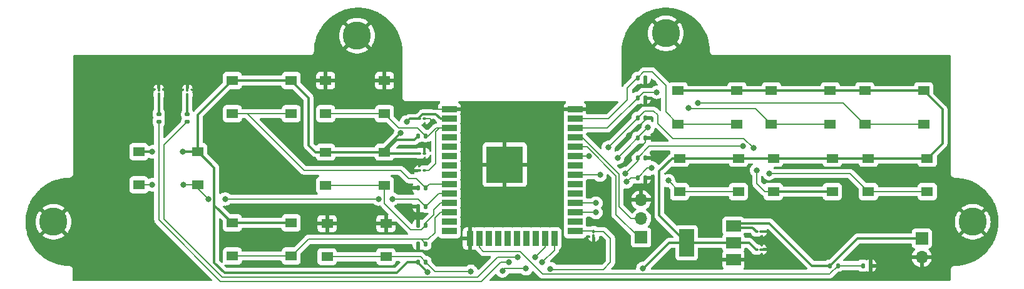
<source format=gbr>
%TF.GenerationSoftware,KiCad,Pcbnew,6.0.6-3a73a75311~116~ubuntu20.04.1*%
%TF.CreationDate,2022-07-28T16:32:39+08:00*%
%TF.ProjectId,Board1,426f6172-6431-42e6-9b69-6361645f7063,rev?*%
%TF.SameCoordinates,Original*%
%TF.FileFunction,Copper,L1,Top*%
%TF.FilePolarity,Positive*%
%FSLAX46Y46*%
G04 Gerber Fmt 4.6, Leading zero omitted, Abs format (unit mm)*
G04 Created by KiCad (PCBNEW 6.0.6-3a73a75311~116~ubuntu20.04.1) date 2022-07-28 16:32:39*
%MOMM*%
%LPD*%
G01*
G04 APERTURE LIST*
G04 Aperture macros list*
%AMRoundRect*
0 Rectangle with rounded corners*
0 $1 Rounding radius*
0 $2 $3 $4 $5 $6 $7 $8 $9 X,Y pos of 4 corners*
0 Add a 4 corners polygon primitive as box body*
4,1,4,$2,$3,$4,$5,$6,$7,$8,$9,$2,$3,0*
0 Add four circle primitives for the rounded corners*
1,1,$1+$1,$2,$3*
1,1,$1+$1,$4,$5*
1,1,$1+$1,$6,$7*
1,1,$1+$1,$8,$9*
0 Add four rect primitives between the rounded corners*
20,1,$1+$1,$2,$3,$4,$5,0*
20,1,$1+$1,$4,$5,$6,$7,0*
20,1,$1+$1,$6,$7,$8,$9,0*
20,1,$1+$1,$8,$9,$2,$3,0*%
G04 Aperture macros list end*
%TA.AperFunction,SMDPad,CuDef*%
%ADD10R,1.550000X1.300000*%
%TD*%
%TA.AperFunction,ComponentPad*%
%ADD11C,3.800000*%
%TD*%
%TA.AperFunction,ComponentPad*%
%ADD12R,1.700000X1.700000*%
%TD*%
%TA.AperFunction,ComponentPad*%
%ADD13O,1.700000X1.700000*%
%TD*%
%TA.AperFunction,SMDPad,CuDef*%
%ADD14RoundRect,0.135000X-0.135000X-0.185000X0.135000X-0.185000X0.135000X0.185000X-0.135000X0.185000X0*%
%TD*%
%TA.AperFunction,SMDPad,CuDef*%
%ADD15RoundRect,0.135000X0.135000X0.185000X-0.135000X0.185000X-0.135000X-0.185000X0.135000X-0.185000X0*%
%TD*%
%TA.AperFunction,SMDPad,CuDef*%
%ADD16RoundRect,0.100000X-0.100000X0.130000X-0.100000X-0.130000X0.100000X-0.130000X0.100000X0.130000X0*%
%TD*%
%TA.AperFunction,SMDPad,CuDef*%
%ADD17RoundRect,0.100000X-0.130000X-0.100000X0.130000X-0.100000X0.130000X0.100000X-0.130000X0.100000X0*%
%TD*%
%TA.AperFunction,SMDPad,CuDef*%
%ADD18RoundRect,0.100000X0.100000X-0.130000X0.100000X0.130000X-0.100000X0.130000X-0.100000X-0.130000X0*%
%TD*%
%TA.AperFunction,SMDPad,CuDef*%
%ADD19R,2.000000X0.900000*%
%TD*%
%TA.AperFunction,SMDPad,CuDef*%
%ADD20R,0.900000X2.000000*%
%TD*%
%TA.AperFunction,SMDPad,CuDef*%
%ADD21R,5.000000X5.000000*%
%TD*%
%TA.AperFunction,SMDPad,CuDef*%
%ADD22RoundRect,0.135000X0.185000X-0.135000X0.185000X0.135000X-0.185000X0.135000X-0.185000X-0.135000X0*%
%TD*%
%TA.AperFunction,SMDPad,CuDef*%
%ADD23R,2.000000X1.500000*%
%TD*%
%TA.AperFunction,SMDPad,CuDef*%
%ADD24R,2.000000X3.800000*%
%TD*%
%TA.AperFunction,ViaPad*%
%ADD25C,0.800000*%
%TD*%
%TA.AperFunction,Conductor*%
%ADD26C,0.200000*%
%TD*%
%TA.AperFunction,Conductor*%
%ADD27C,0.180000*%
%TD*%
%TA.AperFunction,Conductor*%
%ADD28C,0.300000*%
%TD*%
G04 APERTURE END LIST*
D10*
%TO.P,SW76,1,1*%
%TO.N,3.3V*%
X164565600Y-74204000D03*
X172525600Y-74204000D03*
%TO.P,SW76,2,2*%
%TO.N,17*%
X164565600Y-78704000D03*
X172525600Y-78704000D03*
%TD*%
%TO.P,SW75,1,1*%
%TO.N,3.3V*%
X176932000Y-65024000D03*
X184892000Y-65024000D03*
%TO.P,SW75,2,2*%
%TO.N,22*%
X176932000Y-69524000D03*
X184892000Y-69524000D03*
%TD*%
%TO.P,SW74,1,1*%
%TO.N,3.3V*%
X177426800Y-74204000D03*
X185386800Y-74204000D03*
%TO.P,SW74,2,2*%
%TO.N,21*%
X177426800Y-78704000D03*
X185386800Y-78704000D03*
%TD*%
%TO.P,SW73,1,1*%
%TO.N,3.3V*%
X164301600Y-65024000D03*
X172261600Y-65024000D03*
%TO.P,SW73,2,2*%
%TO.N,19*%
X164301600Y-69524000D03*
X172261600Y-69524000D03*
%TD*%
%TO.P,SW72,1,1*%
%TO.N,3.3V*%
X151671200Y-65024000D03*
X159631200Y-65024000D03*
%TO.P,SW72,2,2*%
%TO.N,23*%
X151671200Y-69524000D03*
X159631200Y-69524000D03*
%TD*%
%TO.P,SW71,1,1*%
%TO.N,3.3V*%
X151874400Y-74204000D03*
X159834400Y-74204000D03*
%TO.P,SW71,2,2*%
%TO.N,16*%
X151874400Y-78704000D03*
X159834400Y-78704000D03*
%TD*%
%TO.P,SW64,1,1*%
%TO.N,3.3V*%
X91371600Y-82941600D03*
X99331600Y-82941600D03*
%TO.P,SW64,2,2*%
%TO.N,27*%
X91371600Y-87441600D03*
X99331600Y-87441600D03*
%TD*%
%TO.P,SW63,1,1*%
%TO.N,3.3V*%
X103995400Y-73340400D03*
X111955400Y-73340400D03*
%TO.P,SW63,2,2*%
%TO.N,26*%
X103995400Y-77840400D03*
X111955400Y-77840400D03*
%TD*%
%TO.P,SW62,1,1*%
%TO.N,3.3V*%
X78747800Y-73289600D03*
X86707800Y-73289600D03*
%TO.P,SW62,2,2*%
%TO.N,25*%
X78747800Y-77789600D03*
X86707800Y-77789600D03*
%TD*%
%TO.P,SW61,1,1*%
%TO.N,3.3V*%
X91371600Y-63637600D03*
X99331600Y-63637600D03*
%TO.P,SW61,2,2*%
%TO.N,33*%
X91371600Y-68137600D03*
X99331600Y-68137600D03*
%TD*%
%TO.P,SW51,1,1*%
%TO.N,GND*%
X104198600Y-83043200D03*
X112158600Y-83043200D03*
%TO.P,SW51,2,2*%
%TO.N,BOOT*%
X104198600Y-87543200D03*
X112158600Y-87543200D03*
%TD*%
%TO.P,SW31,1,1*%
%TO.N,GND*%
X103995400Y-63637600D03*
X111955400Y-63637600D03*
%TO.P,SW31,2,2*%
%TO.N,EN*%
X103995400Y-68137600D03*
X111955400Y-68137600D03*
%TD*%
D11*
%TO.P,H1,1,1*%
%TO.N,GND*%
X67192097Y-82804098D03*
%TD*%
%TO.P,H2,1,1*%
%TO.N,GND*%
X150012399Y-57239178D03*
%TD*%
%TO.P,H3,1,1*%
%TO.N,GND*%
X191527600Y-82804000D03*
%TD*%
%TO.P,H4,1,1*%
%TO.N,GND*%
X108254800Y-57556400D03*
%TD*%
D12*
%TO.P,J41,1,Pin_1*%
%TO.N,VIN*%
X184632200Y-85059200D03*
D13*
%TO.P,J41,2,Pin_2*%
%TO.N,GND*%
X184632200Y-87599200D03*
%TD*%
D14*
%TO.P,R41,1*%
%TO.N,VIN*%
X172260800Y-88747600D03*
%TO.P,R41,2*%
%TO.N,B+*%
X173280800Y-88747600D03*
%TD*%
%TO.P,R42,1*%
%TO.N,B+*%
X176680400Y-88747600D03*
%TO.P,R42,2*%
%TO.N,GND*%
X177700400Y-88747600D03*
%TD*%
%TO.P,R74,1*%
%TO.N,21*%
X146200400Y-68701920D03*
%TO.P,R74,2*%
%TO.N,GND*%
X147220400Y-68701920D03*
%TD*%
D15*
%TO.P,R61,1*%
%TO.N,33*%
X117553200Y-78232000D03*
%TO.P,R61,2*%
%TO.N,GND*%
X116533200Y-78232000D03*
%TD*%
D16*
%TO.P,D82,1,K*%
%TO.N,GND*%
X81432400Y-64880700D03*
%TO.P,D82,2,A*%
%TO.N,Net-(D82-Pad2)*%
X81432400Y-65520700D03*
%TD*%
D17*
%TO.P,C31,2*%
%TO.N,EN*%
X117363200Y-75844400D03*
%TO.P,C31,1*%
%TO.N,GND*%
X116723200Y-75844400D03*
%TD*%
%TO.P,C11,1*%
%TO.N,VIN*%
X162290800Y-84124800D03*
%TO.P,C11,2*%
%TO.N,GND*%
X162930800Y-84124800D03*
%TD*%
D18*
%TO.P,C51,2*%
%TO.N,BOOT*%
X140258800Y-84109600D03*
%TO.P,C51,1*%
%TO.N,GND*%
X140258800Y-84749600D03*
%TD*%
D17*
%TO.P,C12,1*%
%TO.N,3.3V*%
X162290800Y-86563200D03*
%TO.P,C12,2*%
%TO.N,GND*%
X162930800Y-86563200D03*
%TD*%
D19*
%TO.P,U2,1,GND*%
%TO.N,GND*%
X120735200Y-67556200D03*
%TO.P,U2,2,VDD*%
%TO.N,3.3V*%
X120735200Y-68826200D03*
%TO.P,U2,3,EN*%
%TO.N,EN*%
X120735200Y-70096200D03*
%TO.P,U2,4,SENSOR_VP*%
%TO.N,unconnected-(U2-Pad4)*%
X120735200Y-71366200D03*
%TO.P,U2,5,SENSOR_VN*%
%TO.N,unconnected-(U2-Pad5)*%
X120735200Y-72636200D03*
%TO.P,U2,6,IO34*%
%TO.N,unconnected-(U2-Pad6)*%
X120735200Y-73906200D03*
%TO.P,U2,7,IO35*%
%TO.N,unconnected-(U2-Pad7)*%
X120735200Y-75176200D03*
%TO.P,U2,8,IO32*%
%TO.N,32*%
X120735200Y-76446200D03*
%TO.P,U2,9,IO33*%
%TO.N,33*%
X120735200Y-77716200D03*
%TO.P,U2,10,IO25*%
%TO.N,25*%
X120735200Y-78986200D03*
%TO.P,U2,11,IO26*%
%TO.N,26*%
X120735200Y-80256200D03*
%TO.P,U2,12,IO27*%
%TO.N,27*%
X120735200Y-81526200D03*
%TO.P,U2,13,IO14*%
%TO.N,unconnected-(U2-Pad13)*%
X120735200Y-82796200D03*
%TO.P,U2,14,IO12*%
%TO.N,unconnected-(U2-Pad14)*%
X120735200Y-84066200D03*
D20*
%TO.P,U2,15,GND*%
%TO.N,GND*%
X123520200Y-85066200D03*
%TO.P,U2,16,IO13*%
%TO.N,B+*%
X124790200Y-85066200D03*
%TO.P,U2,17,SHD/SD2*%
%TO.N,unconnected-(U2-Pad17)*%
X126060200Y-85066200D03*
%TO.P,U2,18,SWP/SD3*%
%TO.N,unconnected-(U2-Pad18)*%
X127330200Y-85066200D03*
%TO.P,U2,19,SCS/CMD*%
%TO.N,unconnected-(U2-Pad19)*%
X128600200Y-85066200D03*
%TO.P,U2,20,SCK/CLK*%
%TO.N,unconnected-(U2-Pad20)*%
X129870200Y-85066200D03*
%TO.P,U2,21,SDO/SD0*%
%TO.N,unconnected-(U2-Pad21)*%
X131140200Y-85066200D03*
%TO.P,U2,22,SDI/SD1*%
%TO.N,unconnected-(U2-Pad22)*%
X132410200Y-85066200D03*
%TO.P,U2,23,IO15*%
%TO.N,LED1*%
X133680200Y-85066200D03*
%TO.P,U2,24,IO2*%
%TO.N,LED2*%
X134950200Y-85066200D03*
D19*
%TO.P,U2,25,IO0*%
%TO.N,BOOT*%
X137735200Y-84066200D03*
%TO.P,U2,26,IO4*%
%TO.N,unconnected-(U2-Pad26)*%
X137735200Y-82796200D03*
%TO.P,U2,27,IO16*%
%TO.N,16*%
X137735200Y-81526200D03*
%TO.P,U2,28,IO17*%
%TO.N,17*%
X137735200Y-80256200D03*
%TO.P,U2,29,IO5*%
%TO.N,unconnected-(U2-Pad29)*%
X137735200Y-78986200D03*
%TO.P,U2,30,IO18*%
%TO.N,18*%
X137735200Y-77716200D03*
%TO.P,U2,31,IO19*%
%TO.N,19*%
X137735200Y-76446200D03*
%TO.P,U2,32,NC*%
%TO.N,unconnected-(U2-Pad32)*%
X137735200Y-75176200D03*
%TO.P,U2,33,IO21*%
%TO.N,21*%
X137735200Y-73906200D03*
%TO.P,U2,34,RXD0/IO3*%
%TO.N,RX*%
X137735200Y-72636200D03*
%TO.P,U2,35,TXD0/IO1*%
%TO.N,TX*%
X137735200Y-71366200D03*
%TO.P,U2,36,IO22*%
%TO.N,22*%
X137735200Y-70096200D03*
%TO.P,U2,37,IO23*%
%TO.N,23*%
X137735200Y-68826200D03*
%TO.P,U2,38,GND*%
%TO.N,GND*%
X137735200Y-67556200D03*
D21*
%TO.P,U2,39,GND*%
X128235200Y-75056200D03*
%TD*%
D14*
%TO.P,R73,1*%
%TO.N,19*%
X146200400Y-71404480D03*
%TO.P,R73,2*%
%TO.N,GND*%
X147220400Y-71404480D03*
%TD*%
D22*
%TO.P,R81,1*%
%TO.N,LED1*%
X85293200Y-69242400D03*
%TO.P,R81,2*%
%TO.N,Net-(D81-Pad2)*%
X85293200Y-68222400D03*
%TD*%
D15*
%TO.P,R62,1*%
%TO.N,25*%
X117553200Y-80721200D03*
%TO.P,R62,2*%
%TO.N,GND*%
X116533200Y-80721200D03*
%TD*%
D14*
%TO.P,R75,1*%
%TO.N,22*%
X146200400Y-65999360D03*
%TO.P,R75,2*%
%TO.N,GND*%
X147220400Y-65999360D03*
%TD*%
%TO.P,R31,2*%
%TO.N,EN*%
X117553200Y-71170800D03*
%TO.P,R31,1*%
%TO.N,3.3V*%
X116533200Y-71170800D03*
%TD*%
D23*
%TO.P,U1,3,VI*%
%TO.N,VIN*%
X159156800Y-83348800D03*
D24*
%TO.P,U1,2,VO*%
%TO.N,3.3V*%
X152856800Y-85648800D03*
D23*
X159156800Y-85648800D03*
%TO.P,U1,1,GND*%
%TO.N,GND*%
X159156800Y-87948800D03*
%TD*%
D13*
%TO.P,J51,3,Pin_3*%
%TO.N,GND*%
X146685400Y-79842600D03*
%TO.P,J51,2,Pin_2*%
%TO.N,TX*%
X146685400Y-82382600D03*
D12*
%TO.P,J51,1,Pin_1*%
%TO.N,RX*%
X146685400Y-84922600D03*
%TD*%
D17*
%TO.P,C41,2*%
%TO.N,GND*%
X117363200Y-68834000D03*
%TO.P,C41,1*%
%TO.N,3.3V*%
X116723200Y-68834000D03*
%TD*%
D14*
%TO.P,R76,1*%
%TO.N,17*%
X146200400Y-74107040D03*
%TO.P,R76,2*%
%TO.N,GND*%
X147220400Y-74107040D03*
%TD*%
D15*
%TO.P,R64,1*%
%TO.N,27*%
X117553200Y-85801200D03*
%TO.P,R64,2*%
%TO.N,GND*%
X116533200Y-85801200D03*
%TD*%
D14*
%TO.P,R71,1*%
%TO.N,16*%
X146200400Y-76809600D03*
%TO.P,R71,2*%
%TO.N,GND*%
X147220400Y-76809600D03*
%TD*%
%TO.P,R72,1*%
%TO.N,23*%
X146200400Y-63296800D03*
%TO.P,R72,2*%
%TO.N,GND*%
X147220400Y-63296800D03*
%TD*%
%TO.P,R51,1*%
%TO.N,3.3V*%
X116533200Y-88290400D03*
%TO.P,R51,2*%
%TO.N,BOOT*%
X117553200Y-88290400D03*
%TD*%
D15*
%TO.P,R63,1*%
%TO.N,26*%
X117553200Y-83261200D03*
%TO.P,R63,2*%
%TO.N,GND*%
X116533200Y-83261200D03*
%TD*%
D22*
%TO.P,R82,1*%
%TO.N,LED2*%
X81432400Y-69191600D03*
%TO.P,R82,2*%
%TO.N,Net-(D82-Pad2)*%
X81432400Y-68171600D03*
%TD*%
D16*
%TO.P,D81,1,K*%
%TO.N,GND*%
X85293200Y-64907200D03*
%TO.P,D81,2,A*%
%TO.N,Net-(D81-Pad2)*%
X85293200Y-65547200D03*
%TD*%
D17*
%TO.P,C42,2*%
%TO.N,GND*%
X117363200Y-73507600D03*
%TO.P,C42,1*%
%TO.N,3.3V*%
X116723200Y-73507600D03*
%TD*%
D25*
%TO.N,19*%
X141122400Y-76454000D03*
%TO.N,GND*%
X145034000Y-71120000D03*
X148844000Y-71170800D03*
%TO.N,21*%
X139590600Y-73906200D03*
%TO.N,GND*%
X148336000Y-64008000D03*
X165049200Y-87833200D03*
%TO.N,3.3V*%
X80568800Y-73304400D03*
X84683600Y-73304400D03*
%TO.N,25*%
X84734400Y-77774800D03*
X80568800Y-77774800D03*
%TO.N,GND*%
X117957600Y-66954400D03*
X115011200Y-81330800D03*
X108508800Y-83058000D03*
X149047200Y-73914000D03*
X145084800Y-74422000D03*
X148793200Y-66903600D03*
%TO.N,3.3V*%
X117805200Y-89592100D03*
X146913600Y-89103200D03*
%TO.N,GND*%
X118516400Y-69240400D03*
X117754400Y-72390000D03*
%TO.N,BOOT*%
X127914400Y-89458800D03*
X123647200Y-89509600D03*
X131114800Y-89154000D03*
X134416800Y-89165700D03*
%TO.N,LED2*%
X128828800Y-88278700D03*
%TO.N,LED1*%
X129997200Y-87579200D03*
%TO.N,LED2*%
X133299200Y-88290400D03*
%TO.N,LED1*%
X132334000Y-87579200D03*
%TO.N,3.3V*%
X114960400Y-69252100D03*
X114147600Y-70764400D03*
%TO.N,21*%
X163982400Y-76250800D03*
X161899600Y-72796400D03*
%TO.N,17*%
X162306000Y-75793600D03*
X160477200Y-72542400D03*
%TO.N,25*%
X88188800Y-79705200D03*
X90424000Y-79705200D03*
X111150400Y-79705200D03*
X113030000Y-79705200D03*
%TO.N,21*%
X142240000Y-72694800D03*
%TO.N,22*%
X148793200Y-65227200D03*
X154330400Y-66649600D03*
%TO.N,19*%
X147624800Y-70002400D03*
X153111200Y-67404822D03*
%TO.N,16*%
X148132800Y-75488800D03*
X150368000Y-77216000D03*
%TO.N,GND*%
X114452400Y-77876400D03*
X115468400Y-74726800D03*
%TO.N,16*%
X144729200Y-77368400D03*
%TO.N,17*%
X144526000Y-76250800D03*
%TO.N,19*%
X143510000Y-74117200D03*
%TO.N,16*%
X140563600Y-81534000D03*
%TO.N,17*%
X140555800Y-80256200D03*
%TD*%
D26*
%TO.N,19*%
X143510000Y-74117200D02*
X143510000Y-74115200D01*
X143510000Y-74115200D02*
X147622800Y-70002400D01*
X147622800Y-70002400D02*
X147624800Y-70002400D01*
D27*
X141122400Y-76454000D02*
X141114600Y-76446200D01*
X141114600Y-76446200D02*
X139641400Y-76446200D01*
X137735200Y-76446200D02*
X139641400Y-76446200D01*
%TO.N,GND*%
X145034000Y-71120000D02*
X147220400Y-68933600D01*
X147220400Y-68933600D02*
X147220400Y-68701920D01*
D26*
%TO.N,21*%
X161899600Y-72796400D02*
X160578800Y-71475600D01*
X147135120Y-67767200D02*
X146200400Y-68701920D01*
X160578800Y-71475600D02*
X150977600Y-71475600D01*
X150977600Y-71475600D02*
X148945600Y-69443600D01*
X148945600Y-69443600D02*
X148945600Y-68326000D01*
X148945600Y-68326000D02*
X148386800Y-67767200D01*
X148386800Y-67767200D02*
X147135120Y-67767200D01*
X142240000Y-72694800D02*
X142240000Y-72692800D01*
X142240000Y-72692800D02*
X146200400Y-68732400D01*
D27*
X137735200Y-73906200D02*
X139590600Y-73906200D01*
D26*
%TO.N,RX*%
X137735200Y-72636200D02*
X139387400Y-72636200D01*
X139387400Y-72636200D02*
X143306800Y-76555600D01*
X143306800Y-76555600D02*
X143306800Y-81838800D01*
X143306800Y-81838800D02*
X146390600Y-84922600D01*
X146390600Y-84922600D02*
X146685400Y-84922600D01*
%TO.N,22*%
X148793200Y-65227200D02*
X146964400Y-65227200D01*
X146964400Y-65227200D02*
X142095400Y-70096200D01*
X142095400Y-70096200D02*
X137735200Y-70096200D01*
%TO.N,23*%
X137735200Y-68826200D02*
X142247800Y-68826200D01*
X142247800Y-68826200D02*
X144830800Y-66243200D01*
X144830800Y-66243200D02*
X144830800Y-64617600D01*
X144830800Y-64617600D02*
X146151600Y-63296800D01*
X146151600Y-63296800D02*
X146200400Y-63296800D01*
X151651200Y-69524000D02*
X159651200Y-69524000D01*
D28*
%TO.N,3.3V*%
X80568800Y-73304400D02*
X78742600Y-73304400D01*
X78742600Y-73304400D02*
X78727800Y-73289600D01*
X84698400Y-73289600D02*
X84683600Y-73304400D01*
X86727800Y-73289600D02*
X84698400Y-73289600D01*
D26*
%TO.N,25*%
X86727800Y-77789600D02*
X84749200Y-77789600D01*
X84749200Y-77789600D02*
X84734400Y-77774800D01*
D27*
X80554000Y-77789600D02*
X80568800Y-77774800D01*
X78727800Y-77789600D02*
X80554000Y-77789600D01*
%TO.N,GND*%
X117957600Y-66954400D02*
X118559400Y-67556200D01*
X118559400Y-67556200D02*
X120735200Y-67556200D01*
X117363200Y-68834000D02*
X118110000Y-68834000D01*
X118110000Y-68834000D02*
X118516400Y-69240400D01*
X145084800Y-74422000D02*
X145084800Y-74117200D01*
X147220400Y-71981600D02*
X147220400Y-71404480D01*
X145084800Y-74117200D02*
X147220400Y-71981600D01*
D28*
%TO.N,3.3V*%
X116723200Y-68834000D02*
X116723200Y-68635888D01*
X116723200Y-68635888D02*
X117134688Y-68224400D01*
X117134688Y-68224400D02*
X118922800Y-68224400D01*
X118922800Y-68224400D02*
X119524600Y-68826200D01*
X119524600Y-68826200D02*
X120735200Y-68826200D01*
%TO.N,GND*%
X117363200Y-73507600D02*
X117363200Y-72781200D01*
X117363200Y-72781200D02*
X117754400Y-72390000D01*
%TO.N,3.3V*%
X146913600Y-89103200D02*
X147015200Y-89103200D01*
X147015200Y-89103200D02*
X150469600Y-85648800D01*
X150469600Y-85648800D02*
X152856800Y-85648800D01*
X88950800Y-80540800D02*
X88950800Y-88341200D01*
X88950800Y-88341200D02*
X90322400Y-89712800D01*
X113639600Y-89712800D02*
X115062000Y-88290400D01*
X90322400Y-89712800D02*
X113639600Y-89712800D01*
X115062000Y-88290400D02*
X116533200Y-88290400D01*
X117805200Y-89592100D02*
X116533200Y-88320100D01*
X116533200Y-88320100D02*
X116533200Y-88290400D01*
X152856800Y-85648800D02*
X159156800Y-85648800D01*
D26*
%TO.N,EN*%
X117553200Y-71170800D02*
X117856000Y-71170800D01*
X117856000Y-71170800D02*
X118930600Y-70096200D01*
X118930600Y-70096200D02*
X120735200Y-70096200D01*
X117363200Y-75844400D02*
X117957600Y-75844400D01*
X117957600Y-75844400D02*
X118922800Y-74879200D01*
X118922800Y-74879200D02*
X118922800Y-70561200D01*
X118922800Y-70561200D02*
X119387800Y-70096200D01*
X119387800Y-70096200D02*
X120735200Y-70096200D01*
%TO.N,33*%
X117553200Y-78232000D02*
X116283200Y-76962000D01*
X116283200Y-76962000D02*
X115265200Y-76962000D01*
X115265200Y-76962000D02*
X114147600Y-75844400D01*
X114147600Y-75844400D02*
X101142800Y-75844400D01*
X101142800Y-75844400D02*
X93436000Y-68137600D01*
X93436000Y-68137600D02*
X91351600Y-68137600D01*
D28*
%TO.N,VIN*%
X159156800Y-83348800D02*
X159424800Y-83616800D01*
X159424800Y-83616800D02*
X161762400Y-83616800D01*
X161762400Y-83616800D02*
X162204400Y-84058800D01*
D26*
%TO.N,16*%
X148132800Y-75488800D02*
X147523200Y-75488800D01*
X147523200Y-75488800D02*
X146202400Y-76809600D01*
X146202400Y-76809600D02*
X146200400Y-76809600D01*
%TO.N,EN*%
X111975400Y-68137600D02*
X113891000Y-70053200D01*
X113891000Y-70053200D02*
X116435600Y-70053200D01*
X116435600Y-70053200D02*
X117553200Y-71170800D01*
D28*
%TO.N,3.3V*%
X116723200Y-68834000D02*
X115378500Y-68834000D01*
X115378500Y-68834000D02*
X114960400Y-69252100D01*
D26*
%TO.N,LED2*%
X128828800Y-88278700D02*
X127672100Y-88278700D01*
X127672100Y-88278700D02*
X125069600Y-90881200D01*
X125069600Y-90881200D02*
X89789000Y-90881200D01*
X89789000Y-90881200D02*
X81432400Y-82524600D01*
X81432400Y-82524600D02*
X81432400Y-69191600D01*
%TO.N,LED1*%
X85293200Y-69242400D02*
X82143600Y-72392000D01*
X90017600Y-90271600D02*
X124561600Y-90271600D01*
X127254000Y-87579200D02*
X129997200Y-87579200D01*
X82143600Y-72392000D02*
X82143600Y-82397600D01*
X82143600Y-82397600D02*
X90017600Y-90271600D01*
X124561600Y-90271600D02*
X127254000Y-87579200D01*
%TO.N,BOOT*%
X131114800Y-89154000D02*
X128219200Y-89154000D01*
X128219200Y-89154000D02*
X127914400Y-89458800D01*
X118772400Y-89509600D02*
X123647200Y-89509600D01*
X117553200Y-88290400D02*
X118772400Y-89509600D01*
X134467600Y-89255600D02*
X134416800Y-89204800D01*
X141579600Y-89255600D02*
X134467600Y-89255600D01*
X134416800Y-89204800D02*
X134416800Y-89165700D01*
X141579600Y-89255600D02*
X142544800Y-88290400D01*
X142544800Y-88290400D02*
X142544800Y-85039200D01*
X141615200Y-84109600D02*
X140258800Y-84109600D01*
X142544800Y-85039200D02*
X141615200Y-84109600D01*
%TO.N,B+*%
X172213000Y-89815400D02*
X173280800Y-88747600D01*
X124790200Y-85066200D02*
X124790200Y-86266200D01*
X124790200Y-86266200D02*
X125341200Y-86817200D01*
X125341200Y-86817200D02*
X130302000Y-86817200D01*
X130302000Y-86817200D02*
X133350000Y-89865200D01*
X172163200Y-89865200D02*
X172213000Y-89815400D01*
X133350000Y-89865200D02*
X172163200Y-89865200D01*
%TO.N,LED2*%
X134950200Y-86639400D02*
X134950200Y-85066200D01*
X133299200Y-88290400D02*
X134950200Y-86639400D01*
%TO.N,LED1*%
X132334000Y-87579200D02*
X132316400Y-87596800D01*
X132316400Y-87596800D02*
X132316400Y-87630000D01*
X132334000Y-87630000D02*
X133680200Y-86283800D01*
X133680200Y-86283800D02*
X133680200Y-85066200D01*
D28*
%TO.N,3.3V*%
X101701600Y-65987600D02*
X101701600Y-72440800D01*
X99351600Y-63637600D02*
X101701600Y-65987600D01*
X101701600Y-72440800D02*
X102601200Y-73340400D01*
X102601200Y-73340400D02*
X103975400Y-73340400D01*
X114147600Y-70764400D02*
X111975400Y-72936600D01*
X111975400Y-72936600D02*
X111975400Y-73340400D01*
X116533200Y-71170800D02*
X116025200Y-71678800D01*
X116025200Y-71678800D02*
X113637000Y-71678800D01*
X113637000Y-71678800D02*
X111975400Y-73340400D01*
D26*
%TO.N,21*%
X177406800Y-78704000D02*
X185406800Y-78704000D01*
%TO.N,17*%
X160477200Y-72542400D02*
X147765040Y-72542400D01*
X147765040Y-72542400D02*
X146200400Y-74107040D01*
%TO.N,21*%
X163982400Y-76250800D02*
X174953600Y-76250800D01*
X174953600Y-76250800D02*
X177406800Y-78704000D01*
%TO.N,17*%
X162306000Y-75793600D02*
X162306000Y-77571600D01*
X162306000Y-77571600D02*
X163438400Y-78704000D01*
X163438400Y-78704000D02*
X164545600Y-78704000D01*
X144526000Y-76250800D02*
X146200400Y-74576400D01*
X146200400Y-74576400D02*
X146200400Y-74107040D01*
%TO.N,25*%
X88188800Y-79705200D02*
X86727800Y-78244200D01*
X86727800Y-78244200D02*
X86727800Y-77789600D01*
X111150400Y-79705200D02*
X90424000Y-79705200D01*
X116537200Y-79705200D02*
X113030000Y-79705200D01*
X117553200Y-80721200D02*
X116537200Y-79705200D01*
%TO.N,26*%
X111975400Y-77840400D02*
X111975400Y-80327000D01*
X111975400Y-80327000D02*
X115529600Y-83881200D01*
X115529600Y-83881200D02*
X116933200Y-83881200D01*
X116933200Y-83881200D02*
X117553200Y-83261200D01*
%TO.N,25*%
X117553200Y-80721200D02*
X119288200Y-78986200D01*
X119288200Y-78986200D02*
X120735200Y-78986200D01*
%TO.N,26*%
X117553200Y-83261200D02*
X117553200Y-82942514D01*
X117553200Y-82942514D02*
X118668800Y-81826914D01*
X118668800Y-81826914D02*
X118668800Y-81122600D01*
X118668800Y-81122600D02*
X119535200Y-80256200D01*
X119535200Y-80256200D02*
X120735200Y-80256200D01*
%TO.N,27*%
X116778800Y-85181200D02*
X117866400Y-85181200D01*
X117866400Y-85181200D02*
X118770400Y-84277200D01*
X118770400Y-84277200D02*
X118770400Y-82291000D01*
X118770400Y-82291000D02*
X119535200Y-81526200D01*
X119535200Y-81526200D02*
X120735200Y-81526200D01*
%TO.N,33*%
X117553200Y-78232000D02*
X118069000Y-77716200D01*
X118069000Y-77716200D02*
X120735200Y-77716200D01*
%TO.N,27*%
X116778800Y-85181200D02*
X101661200Y-85181200D01*
X116933200Y-85181200D02*
X116778800Y-85181200D01*
D28*
%TO.N,3.3V*%
X185406800Y-74204000D02*
X187452000Y-72158800D01*
X187452000Y-72158800D02*
X187452000Y-67564000D01*
X187452000Y-67564000D02*
X184912000Y-65024000D01*
X159854400Y-74204000D02*
X151854400Y-74204000D01*
D26*
%TO.N,23*%
X146200400Y-63296800D02*
X147013200Y-62484000D01*
X148183600Y-62484000D02*
X150012400Y-64312800D01*
X147013200Y-62484000D02*
X148183600Y-62484000D01*
X150012400Y-64312800D02*
X150012400Y-67885200D01*
X150012400Y-67885200D02*
X151651200Y-69524000D01*
D28*
%TO.N,3.3V*%
X151651200Y-65024000D02*
X159651200Y-65024000D01*
D26*
%TO.N,22*%
X154330400Y-66649600D02*
X174037600Y-66649600D01*
X174037600Y-66649600D02*
X176912000Y-69524000D01*
%TO.N,19*%
X153111200Y-67404822D02*
X153117978Y-67411600D01*
X153117978Y-67411600D02*
X162169200Y-67411600D01*
X162169200Y-67411600D02*
X164281600Y-69524000D01*
%TO.N,16*%
X151854400Y-78704000D02*
X159854400Y-78704000D01*
%TO.N,19*%
X172281600Y-69524000D02*
X164281600Y-69524000D01*
%TO.N,22*%
X176912000Y-69524000D02*
X184912000Y-69524000D01*
D28*
%TO.N,3.3V*%
X164281600Y-65024000D02*
X172281600Y-65024000D01*
X176912000Y-65024000D02*
X184912000Y-65024000D01*
X177406800Y-74204000D02*
X185406800Y-74204000D01*
X164545600Y-74204000D02*
X172545600Y-74204000D01*
X149148800Y-76909600D02*
X149148800Y-75946000D01*
X149148800Y-75946000D02*
X150890800Y-74204000D01*
X150890800Y-74204000D02*
X151854400Y-74204000D01*
X152856800Y-85648800D02*
X149148800Y-81940800D01*
X149148800Y-81940800D02*
X149148800Y-76909600D01*
D26*
%TO.N,16*%
X151854400Y-78702400D02*
X150368000Y-77216000D01*
X151854400Y-78704000D02*
X151854400Y-78702400D01*
%TO.N,BOOT*%
X104178600Y-87543200D02*
X112178600Y-87543200D01*
%TO.N,27*%
X91351600Y-87441600D02*
X99351600Y-87441600D01*
D28*
%TO.N,3.3V*%
X99351600Y-82941600D02*
X91351600Y-82941600D01*
X103975400Y-73340400D02*
X111975400Y-73340400D01*
D26*
%TO.N,26*%
X103975400Y-77840400D02*
X111975400Y-77840400D01*
%TO.N,EN*%
X103975400Y-68137600D02*
X111975400Y-68137600D01*
%TO.N,33*%
X91351600Y-68137600D02*
X99351600Y-68137600D01*
D28*
%TO.N,3.3V*%
X91351600Y-63637600D02*
X99351600Y-63637600D01*
D26*
%TO.N,TX*%
X138727000Y-71366200D02*
X137735200Y-71366200D01*
%TO.N,BOOT*%
X137735200Y-84066200D02*
X140215400Y-84066200D01*
%TO.N,16*%
X144729200Y-77368400D02*
X145288000Y-76809600D01*
X145288000Y-76809600D02*
X146200400Y-76809600D01*
%TO.N,TX*%
X138727000Y-71366200D02*
X143713200Y-76352400D01*
X143713200Y-76352400D02*
X143713200Y-80772000D01*
X143713200Y-80772000D02*
X145323800Y-82382600D01*
X145323800Y-82382600D02*
X146685400Y-82382600D01*
%TO.N,16*%
X140555800Y-81526200D02*
X140563600Y-81534000D01*
X137735200Y-81526200D02*
X140555800Y-81526200D01*
%TO.N,17*%
X137735200Y-80256200D02*
X140555800Y-80256200D01*
D28*
%TO.N,3.3V*%
X116723200Y-73507600D02*
X112142600Y-73507600D01*
X112142600Y-73507600D02*
X111975400Y-73340400D01*
X164281600Y-65024000D02*
X159651200Y-65024000D01*
X176912000Y-65024000D02*
X172281600Y-65024000D01*
X172545600Y-74204000D02*
X177406800Y-74204000D01*
X159854400Y-74204000D02*
X164545600Y-74204000D01*
X86727800Y-73289600D02*
X86751600Y-73289600D01*
X86751600Y-73289600D02*
X88950800Y-75488800D01*
X88950800Y-75488800D02*
X88950800Y-80540800D01*
X88950800Y-80540800D02*
X91351600Y-82941600D01*
D26*
%TO.N,27*%
X117553200Y-85801200D02*
X116933200Y-85181200D01*
X99400800Y-87441600D02*
X99351600Y-87441600D01*
X101661200Y-85181200D02*
X99400800Y-87441600D01*
D28*
%TO.N,3.3V*%
X86727800Y-73289600D02*
X86727800Y-68261400D01*
X86727800Y-68261400D02*
X91351600Y-63637600D01*
D26*
%TO.N,BOOT*%
X117553200Y-88241600D02*
X116840000Y-87528400D01*
X116840000Y-87528400D02*
X112193400Y-87528400D01*
X112193400Y-87528400D02*
X112178600Y-87543200D01*
D28*
%TO.N,VIN*%
X172260800Y-88747600D02*
X175969200Y-85039200D01*
X175969200Y-85039200D02*
X180960400Y-85039200D01*
X180980400Y-85059200D02*
X184632200Y-85059200D01*
X180960400Y-85039200D02*
X180980400Y-85059200D01*
X172260800Y-88747600D02*
X169773600Y-88747600D01*
X169773600Y-88747600D02*
X164033200Y-83007200D01*
X164033200Y-83007200D02*
X159498400Y-83007200D01*
X159498400Y-83007200D02*
X159156800Y-83348800D01*
D26*
%TO.N,B+*%
X176680400Y-88747600D02*
X173280800Y-88747600D01*
D28*
%TO.N,Net-(D82-Pad2)*%
X81432400Y-65520700D02*
X81432400Y-68171600D01*
%TO.N,Net-(D81-Pad2)*%
X85293200Y-68222400D02*
X85293200Y-65547200D01*
%TO.N,17*%
X164545600Y-78704000D02*
X172545600Y-78704000D01*
%TO.N,3.3V*%
X162204400Y-86548000D02*
X161305200Y-85648800D01*
X161305200Y-85648800D02*
X159156800Y-85648800D01*
%TD*%
%TA.AperFunction,Conductor*%
%TO.N,GND*%
G36*
X108407301Y-53751202D02*
G01*
X108642388Y-53751202D01*
X108652476Y-53751606D01*
X109121159Y-53789251D01*
X109131182Y-53790462D01*
X109453670Y-53842604D01*
X109595344Y-53865511D01*
X109605232Y-53867519D01*
X109819485Y-53920053D01*
X110061889Y-53979489D01*
X110071590Y-53982284D01*
X110517816Y-54130455D01*
X110527263Y-54134018D01*
X110960203Y-54317445D01*
X110969322Y-54321748D01*
X111386182Y-54539245D01*
X111394938Y-54544270D01*
X111793040Y-54794442D01*
X111801367Y-54800152D01*
X112178168Y-55081399D01*
X112186010Y-55087757D01*
X112539082Y-55398267D01*
X112546390Y-55405233D01*
X112873465Y-55743013D01*
X112880192Y-55750542D01*
X113179177Y-56113431D01*
X113185264Y-56121453D01*
X113240455Y-56200587D01*
X113454243Y-56507124D01*
X113459682Y-56515630D01*
X113696911Y-56921586D01*
X113701651Y-56930500D01*
X113905611Y-57354133D01*
X113909623Y-57363398D01*
X114079014Y-57802013D01*
X114082267Y-57811556D01*
X114216003Y-58262344D01*
X114218479Y-58272105D01*
X114297343Y-58645313D01*
X114315692Y-58732147D01*
X114317382Y-58742098D01*
X114377450Y-59208442D01*
X114377450Y-59208443D01*
X114378336Y-59218490D01*
X114399015Y-59649415D01*
X114397808Y-59673859D01*
X114397187Y-59678064D01*
X114397187Y-59678068D01*
X114395876Y-59686948D01*
X114397110Y-59695840D01*
X114399904Y-59715973D01*
X114401100Y-59733293D01*
X114401100Y-65929777D01*
X114401098Y-65930547D01*
X114400624Y-66008121D01*
X114403807Y-66019258D01*
X114408750Y-66036553D01*
X114412328Y-66053315D01*
X114416520Y-66082587D01*
X114420234Y-66090755D01*
X114420234Y-66090756D01*
X114427148Y-66105962D01*
X114433596Y-66123486D01*
X114440651Y-66148171D01*
X114445443Y-66155765D01*
X114445444Y-66155768D01*
X114456430Y-66173180D01*
X114464569Y-66188263D01*
X114476808Y-66215182D01*
X114482669Y-66221984D01*
X114493570Y-66234635D01*
X114504673Y-66249639D01*
X114518376Y-66271358D01*
X114525101Y-66277297D01*
X114525104Y-66277301D01*
X114540538Y-66290932D01*
X114552582Y-66303124D01*
X114566027Y-66318727D01*
X114566030Y-66318729D01*
X114571887Y-66325527D01*
X114579416Y-66330407D01*
X114579417Y-66330408D01*
X114593435Y-66339494D01*
X114608309Y-66350785D01*
X114620817Y-66361831D01*
X114627551Y-66367778D01*
X114654311Y-66380342D01*
X114669291Y-66388663D01*
X114686583Y-66399871D01*
X114686588Y-66399873D01*
X114694115Y-66404752D01*
X114702708Y-66407322D01*
X114702713Y-66407324D01*
X114718720Y-66412111D01*
X114736164Y-66418772D01*
X114751276Y-66425867D01*
X114751278Y-66425868D01*
X114759400Y-66429681D01*
X114768267Y-66431062D01*
X114768268Y-66431062D01*
X114770953Y-66431480D01*
X114788617Y-66434230D01*
X114805332Y-66438013D01*
X114825066Y-66443915D01*
X114825072Y-66443916D01*
X114833666Y-66446486D01*
X114842637Y-66446541D01*
X114842638Y-66446541D01*
X114852697Y-66446602D01*
X114868106Y-66446696D01*
X114868889Y-66446729D01*
X114869986Y-66446900D01*
X114900977Y-66446900D01*
X114901747Y-66446902D01*
X114975385Y-66447352D01*
X114975386Y-66447352D01*
X114979321Y-66447376D01*
X114980665Y-66446992D01*
X114982010Y-66446900D01*
X119389558Y-66446900D01*
X119457679Y-66466902D01*
X119504172Y-66520558D01*
X119514276Y-66590832D01*
X119484782Y-66655412D01*
X119465123Y-66673726D01*
X119379476Y-66737915D01*
X119366915Y-66750476D01*
X119290414Y-66852551D01*
X119281876Y-66868146D01*
X119236722Y-66988594D01*
X119233095Y-67003849D01*
X119227569Y-67054714D01*
X119227200Y-67061527D01*
X119227201Y-67458376D01*
X119207199Y-67526496D01*
X119153544Y-67572990D01*
X119081491Y-67582825D01*
X119062353Y-67579794D01*
X119050729Y-67577387D01*
X119016461Y-67568589D01*
X119005988Y-67565900D01*
X118984541Y-67565900D01*
X118964831Y-67564349D01*
X118943648Y-67560994D01*
X118897659Y-67565341D01*
X118885804Y-67565900D01*
X117216747Y-67565900D01*
X117204891Y-67565341D01*
X117197151Y-67563611D01*
X117189225Y-67563860D01*
X117189224Y-67563860D01*
X117126299Y-67565838D01*
X117122341Y-67565900D01*
X117093256Y-67565900D01*
X117089325Y-67566397D01*
X117089318Y-67566397D01*
X117088867Y-67566454D01*
X117077031Y-67567386D01*
X117030857Y-67568838D01*
X117010267Y-67574820D01*
X116990906Y-67578830D01*
X116983918Y-67579712D01*
X116977484Y-67580525D01*
X116977483Y-67580525D01*
X116969624Y-67581518D01*
X116962259Y-67584434D01*
X116962255Y-67584435D01*
X116926667Y-67598526D01*
X116915457Y-67602365D01*
X116871088Y-67615255D01*
X116852623Y-67626175D01*
X116834883Y-67634866D01*
X116814932Y-67642765D01*
X116803800Y-67650853D01*
X116777562Y-67669916D01*
X116767640Y-67676433D01*
X116734711Y-67695907D01*
X116734707Y-67695910D01*
X116727881Y-67699947D01*
X116712717Y-67715111D01*
X116697684Y-67727951D01*
X116680331Y-67740559D01*
X116654171Y-67772181D01*
X116650886Y-67776152D01*
X116642896Y-67784932D01*
X116315593Y-68112235D01*
X116306815Y-68120223D01*
X116306813Y-68120225D01*
X116300120Y-68124472D01*
X116289523Y-68135757D01*
X116228312Y-68171719D01*
X116197677Y-68175500D01*
X115460559Y-68175500D01*
X115448703Y-68174941D01*
X115440963Y-68173211D01*
X115433037Y-68173460D01*
X115433036Y-68173460D01*
X115370111Y-68175438D01*
X115366153Y-68175500D01*
X115337068Y-68175500D01*
X115333137Y-68175997D01*
X115333130Y-68175997D01*
X115332679Y-68176054D01*
X115320843Y-68176986D01*
X115274669Y-68178438D01*
X115254079Y-68184420D01*
X115234718Y-68188430D01*
X115227730Y-68189312D01*
X115221296Y-68190125D01*
X115221295Y-68190125D01*
X115213436Y-68191118D01*
X115206071Y-68194034D01*
X115206067Y-68194035D01*
X115170479Y-68208126D01*
X115159269Y-68211965D01*
X115114900Y-68224855D01*
X115096435Y-68235775D01*
X115078695Y-68244466D01*
X115058744Y-68252365D01*
X115029324Y-68273740D01*
X115021374Y-68279516D01*
X115011452Y-68286033D01*
X114978518Y-68305510D01*
X114978514Y-68305513D01*
X114971693Y-68309547D01*
X114966086Y-68315154D01*
X114963504Y-68317157D01*
X114897420Y-68343106D01*
X114886275Y-68343600D01*
X114864913Y-68343600D01*
X114858461Y-68344972D01*
X114858456Y-68344972D01*
X114775714Y-68362560D01*
X114678112Y-68383306D01*
X114672082Y-68385991D01*
X114672081Y-68385991D01*
X114509678Y-68458297D01*
X114509676Y-68458298D01*
X114503648Y-68460982D01*
X114498307Y-68464862D01*
X114498306Y-68464863D01*
X114481567Y-68477025D01*
X114349147Y-68573234D01*
X114344726Y-68578144D01*
X114344725Y-68578145D01*
X114279711Y-68650351D01*
X114221360Y-68715156D01*
X114188807Y-68771540D01*
X114147564Y-68842975D01*
X114125873Y-68880544D01*
X114066858Y-69062172D01*
X114066168Y-69068737D01*
X114065336Y-69076654D01*
X114038325Y-69142311D01*
X113980105Y-69182943D01*
X113909160Y-69185648D01*
X113850931Y-69152582D01*
X113275805Y-68577456D01*
X113241779Y-68515144D01*
X113238900Y-68488361D01*
X113238900Y-67439466D01*
X113232145Y-67377284D01*
X113181015Y-67240895D01*
X113093661Y-67124339D01*
X112977105Y-67036985D01*
X112840716Y-66985855D01*
X112778534Y-66979100D01*
X111132266Y-66979100D01*
X111070084Y-66985855D01*
X110933695Y-67036985D01*
X110817139Y-67124339D01*
X110729785Y-67240895D01*
X110678655Y-67377284D01*
X110676377Y-67398257D01*
X110674372Y-67416708D01*
X110647130Y-67482270D01*
X110588766Y-67522696D01*
X110549109Y-67529100D01*
X105401691Y-67529100D01*
X105333570Y-67509098D01*
X105287077Y-67455442D01*
X105276428Y-67416708D01*
X105274423Y-67398257D01*
X105272145Y-67377284D01*
X105221015Y-67240895D01*
X105133661Y-67124339D01*
X105017105Y-67036985D01*
X104880716Y-66985855D01*
X104818534Y-66979100D01*
X103172266Y-66979100D01*
X103110084Y-66985855D01*
X102973695Y-67036985D01*
X102857139Y-67124339D01*
X102769785Y-67240895D01*
X102718655Y-67377284D01*
X102711900Y-67439466D01*
X102711900Y-68835734D01*
X102718655Y-68897916D01*
X102769785Y-69034305D01*
X102857139Y-69150861D01*
X102973695Y-69238215D01*
X103110084Y-69289345D01*
X103172266Y-69296100D01*
X104818534Y-69296100D01*
X104880716Y-69289345D01*
X105017105Y-69238215D01*
X105133661Y-69150861D01*
X105221015Y-69034305D01*
X105272145Y-68897916D01*
X105276428Y-68858492D01*
X105303670Y-68792930D01*
X105362034Y-68752504D01*
X105401691Y-68746100D01*
X110549109Y-68746100D01*
X110617230Y-68766102D01*
X110663723Y-68819758D01*
X110674372Y-68858492D01*
X110678655Y-68897916D01*
X110729785Y-69034305D01*
X110817139Y-69150861D01*
X110933695Y-69238215D01*
X111070084Y-69289345D01*
X111132266Y-69296100D01*
X112221161Y-69296100D01*
X112289282Y-69316102D01*
X112310256Y-69333005D01*
X113272459Y-70295208D01*
X113306485Y-70357520D01*
X113303197Y-70423239D01*
X113268482Y-70530081D01*
X113254058Y-70574472D01*
X113253368Y-70581035D01*
X113253368Y-70581036D01*
X113251970Y-70594334D01*
X113242743Y-70682131D01*
X113240845Y-70700186D01*
X113213832Y-70765842D01*
X113204630Y-70776110D01*
X111835745Y-72144995D01*
X111773433Y-72179021D01*
X111746650Y-72181900D01*
X111132266Y-72181900D01*
X111070084Y-72188655D01*
X110933695Y-72239785D01*
X110817139Y-72327139D01*
X110729785Y-72443695D01*
X110726633Y-72452103D01*
X110684229Y-72565216D01*
X110678655Y-72580084D01*
X110678028Y-72585853D01*
X110643274Y-72646691D01*
X110580319Y-72679513D01*
X110555907Y-72681900D01*
X105394893Y-72681900D01*
X105326772Y-72661898D01*
X105280279Y-72608242D01*
X105272857Y-72586637D01*
X105272145Y-72580084D01*
X105266572Y-72565216D01*
X105224167Y-72452103D01*
X105221015Y-72443695D01*
X105133661Y-72327139D01*
X105017105Y-72239785D01*
X104880716Y-72188655D01*
X104818534Y-72181900D01*
X103172266Y-72181900D01*
X103110084Y-72188655D01*
X102973695Y-72239785D01*
X102857139Y-72327139D01*
X102799522Y-72404017D01*
X102742666Y-72446529D01*
X102671848Y-72451555D01*
X102609604Y-72417544D01*
X102397005Y-72204945D01*
X102362979Y-72142633D01*
X102360100Y-72115850D01*
X102360100Y-66069659D01*
X102360659Y-66057803D01*
X102362389Y-66050063D01*
X102362074Y-66040022D01*
X102360162Y-65979211D01*
X102360100Y-65975253D01*
X102360100Y-65946168D01*
X102359546Y-65941779D01*
X102358613Y-65929937D01*
X102358223Y-65917512D01*
X102357162Y-65883769D01*
X102351180Y-65863179D01*
X102347170Y-65843816D01*
X102345475Y-65830396D01*
X102345475Y-65830395D01*
X102344482Y-65822536D01*
X102341566Y-65815171D01*
X102341565Y-65815167D01*
X102327474Y-65779579D01*
X102323635Y-65768369D01*
X102310745Y-65724000D01*
X102299825Y-65705535D01*
X102291134Y-65687795D01*
X102283235Y-65667844D01*
X102256082Y-65630471D01*
X102249567Y-65620552D01*
X102230093Y-65587623D01*
X102230090Y-65587619D01*
X102226053Y-65580793D01*
X102210889Y-65565629D01*
X102198048Y-65550595D01*
X102190101Y-65539657D01*
X102185441Y-65533243D01*
X102149847Y-65503797D01*
X102141068Y-65495808D01*
X100977529Y-64332269D01*
X102712401Y-64332269D01*
X102712771Y-64339090D01*
X102718295Y-64389952D01*
X102721921Y-64405204D01*
X102767076Y-64525654D01*
X102775614Y-64541249D01*
X102852115Y-64643324D01*
X102864676Y-64655885D01*
X102966751Y-64732386D01*
X102982346Y-64740924D01*
X103102794Y-64786078D01*
X103118049Y-64789705D01*
X103168914Y-64795231D01*
X103175728Y-64795600D01*
X103723285Y-64795600D01*
X103738524Y-64791125D01*
X103739729Y-64789735D01*
X103741400Y-64782052D01*
X103741400Y-64777484D01*
X104249400Y-64777484D01*
X104253875Y-64792723D01*
X104255265Y-64793928D01*
X104262948Y-64795599D01*
X104815069Y-64795599D01*
X104821890Y-64795229D01*
X104872752Y-64789705D01*
X104888004Y-64786079D01*
X105008454Y-64740924D01*
X105024049Y-64732386D01*
X105126124Y-64655885D01*
X105138685Y-64643324D01*
X105215186Y-64541249D01*
X105223724Y-64525654D01*
X105268878Y-64405206D01*
X105272505Y-64389951D01*
X105278031Y-64339086D01*
X105278400Y-64332272D01*
X105278400Y-64332269D01*
X110672401Y-64332269D01*
X110672771Y-64339090D01*
X110678295Y-64389952D01*
X110681921Y-64405204D01*
X110727076Y-64525654D01*
X110735614Y-64541249D01*
X110812115Y-64643324D01*
X110824676Y-64655885D01*
X110926751Y-64732386D01*
X110942346Y-64740924D01*
X111062794Y-64786078D01*
X111078049Y-64789705D01*
X111128914Y-64795231D01*
X111135728Y-64795600D01*
X111683285Y-64795600D01*
X111698524Y-64791125D01*
X111699729Y-64789735D01*
X111701400Y-64782052D01*
X111701400Y-64777484D01*
X112209400Y-64777484D01*
X112213875Y-64792723D01*
X112215265Y-64793928D01*
X112222948Y-64795599D01*
X112775069Y-64795599D01*
X112781890Y-64795229D01*
X112832752Y-64789705D01*
X112848004Y-64786079D01*
X112968454Y-64740924D01*
X112984049Y-64732386D01*
X113086124Y-64655885D01*
X113098685Y-64643324D01*
X113175186Y-64541249D01*
X113183724Y-64525654D01*
X113228878Y-64405206D01*
X113232505Y-64389951D01*
X113238031Y-64339086D01*
X113238400Y-64332272D01*
X113238400Y-63909715D01*
X113233925Y-63894476D01*
X113232535Y-63893271D01*
X113224852Y-63891600D01*
X112227515Y-63891600D01*
X112212276Y-63896075D01*
X112211071Y-63897465D01*
X112209400Y-63905148D01*
X112209400Y-64777484D01*
X111701400Y-64777484D01*
X111701400Y-63909715D01*
X111696925Y-63894476D01*
X111695535Y-63893271D01*
X111687852Y-63891600D01*
X110690516Y-63891600D01*
X110675277Y-63896075D01*
X110674072Y-63897465D01*
X110672401Y-63905148D01*
X110672401Y-64332269D01*
X105278400Y-64332269D01*
X105278400Y-63909715D01*
X105273925Y-63894476D01*
X105272535Y-63893271D01*
X105264852Y-63891600D01*
X104267515Y-63891600D01*
X104252276Y-63896075D01*
X104251071Y-63897465D01*
X104249400Y-63905148D01*
X104249400Y-64777484D01*
X103741400Y-64777484D01*
X103741400Y-63909715D01*
X103736925Y-63894476D01*
X103735535Y-63893271D01*
X103727852Y-63891600D01*
X102730516Y-63891600D01*
X102715277Y-63896075D01*
X102714072Y-63897465D01*
X102712401Y-63905148D01*
X102712401Y-64332269D01*
X100977529Y-64332269D01*
X100652005Y-64006745D01*
X100617979Y-63944433D01*
X100615100Y-63917650D01*
X100615100Y-63365485D01*
X102712400Y-63365485D01*
X102716875Y-63380724D01*
X102718265Y-63381929D01*
X102725948Y-63383600D01*
X103723285Y-63383600D01*
X103738524Y-63379125D01*
X103739729Y-63377735D01*
X103741400Y-63370052D01*
X103741400Y-63365485D01*
X104249400Y-63365485D01*
X104253875Y-63380724D01*
X104255265Y-63381929D01*
X104262948Y-63383600D01*
X105260284Y-63383600D01*
X105275523Y-63379125D01*
X105276728Y-63377735D01*
X105278399Y-63370052D01*
X105278399Y-63365485D01*
X110672400Y-63365485D01*
X110676875Y-63380724D01*
X110678265Y-63381929D01*
X110685948Y-63383600D01*
X111683285Y-63383600D01*
X111698524Y-63379125D01*
X111699729Y-63377735D01*
X111701400Y-63370052D01*
X111701400Y-63365485D01*
X112209400Y-63365485D01*
X112213875Y-63380724D01*
X112215265Y-63381929D01*
X112222948Y-63383600D01*
X113220284Y-63383600D01*
X113235523Y-63379125D01*
X113236728Y-63377735D01*
X113238399Y-63370052D01*
X113238399Y-62942931D01*
X113238029Y-62936110D01*
X113232505Y-62885248D01*
X113228879Y-62869996D01*
X113183724Y-62749546D01*
X113175186Y-62733951D01*
X113098685Y-62631876D01*
X113086124Y-62619315D01*
X112984049Y-62542814D01*
X112968454Y-62534276D01*
X112848006Y-62489122D01*
X112832751Y-62485495D01*
X112781886Y-62479969D01*
X112775072Y-62479600D01*
X112227515Y-62479600D01*
X112212276Y-62484075D01*
X112211071Y-62485465D01*
X112209400Y-62493148D01*
X112209400Y-63365485D01*
X111701400Y-63365485D01*
X111701400Y-62497716D01*
X111696925Y-62482477D01*
X111695535Y-62481272D01*
X111687852Y-62479601D01*
X111135731Y-62479601D01*
X111128910Y-62479971D01*
X111078048Y-62485495D01*
X111062796Y-62489121D01*
X110942346Y-62534276D01*
X110926751Y-62542814D01*
X110824676Y-62619315D01*
X110812115Y-62631876D01*
X110735614Y-62733951D01*
X110727076Y-62749546D01*
X110681922Y-62869994D01*
X110678295Y-62885249D01*
X110672769Y-62936114D01*
X110672400Y-62942928D01*
X110672400Y-63365485D01*
X105278399Y-63365485D01*
X105278399Y-62942931D01*
X105278029Y-62936110D01*
X105272505Y-62885248D01*
X105268879Y-62869996D01*
X105223724Y-62749546D01*
X105215186Y-62733951D01*
X105138685Y-62631876D01*
X105126124Y-62619315D01*
X105024049Y-62542814D01*
X105008454Y-62534276D01*
X104888006Y-62489122D01*
X104872751Y-62485495D01*
X104821886Y-62479969D01*
X104815072Y-62479600D01*
X104267515Y-62479600D01*
X104252276Y-62484075D01*
X104251071Y-62485465D01*
X104249400Y-62493148D01*
X104249400Y-63365485D01*
X103741400Y-63365485D01*
X103741400Y-62497716D01*
X103736925Y-62482477D01*
X103735535Y-62481272D01*
X103727852Y-62479601D01*
X103175731Y-62479601D01*
X103168910Y-62479971D01*
X103118048Y-62485495D01*
X103102796Y-62489121D01*
X102982346Y-62534276D01*
X102966751Y-62542814D01*
X102864676Y-62619315D01*
X102852115Y-62631876D01*
X102775614Y-62733951D01*
X102767076Y-62749546D01*
X102721922Y-62869994D01*
X102718295Y-62885249D01*
X102712769Y-62936114D01*
X102712400Y-62942928D01*
X102712400Y-63365485D01*
X100615100Y-63365485D01*
X100615100Y-62939466D01*
X100608345Y-62877284D01*
X100557215Y-62740895D01*
X100469861Y-62624339D01*
X100353305Y-62536985D01*
X100216916Y-62485855D01*
X100154734Y-62479100D01*
X98508466Y-62479100D01*
X98446284Y-62485855D01*
X98309895Y-62536985D01*
X98193339Y-62624339D01*
X98105985Y-62740895D01*
X98102833Y-62749303D01*
X98057629Y-62869885D01*
X98054855Y-62877284D01*
X98054228Y-62883053D01*
X98019474Y-62943891D01*
X97956519Y-62976713D01*
X97932107Y-62979100D01*
X92771093Y-62979100D01*
X92702972Y-62959098D01*
X92656479Y-62905442D01*
X92649057Y-62883837D01*
X92648345Y-62877284D01*
X92645572Y-62869885D01*
X92600367Y-62749303D01*
X92597215Y-62740895D01*
X92509861Y-62624339D01*
X92393305Y-62536985D01*
X92256916Y-62485855D01*
X92194734Y-62479100D01*
X90548466Y-62479100D01*
X90486284Y-62485855D01*
X90349895Y-62536985D01*
X90233339Y-62624339D01*
X90145985Y-62740895D01*
X90094855Y-62877284D01*
X90088100Y-62939466D01*
X90088100Y-63917650D01*
X90068098Y-63985771D01*
X90051195Y-64006745D01*
X86320195Y-67737745D01*
X86311415Y-67745735D01*
X86311413Y-67745737D01*
X86304720Y-67749984D01*
X86299294Y-67755762D01*
X86299293Y-67755763D01*
X86256196Y-67801657D01*
X86253441Y-67804499D01*
X86245808Y-67812132D01*
X86183496Y-67846158D01*
X86112681Y-67841093D01*
X86055845Y-67798546D01*
X86048259Y-67787176D01*
X85994740Y-67696680D01*
X85990706Y-67689859D01*
X85985100Y-67684253D01*
X85980244Y-67677993D01*
X85982372Y-67676343D01*
X85954579Y-67625446D01*
X85951700Y-67598663D01*
X85951700Y-65944012D01*
X85961291Y-65895794D01*
X85982878Y-65843679D01*
X85982878Y-65843678D01*
X85986038Y-65836050D01*
X86001700Y-65717085D01*
X86001699Y-65377316D01*
X85998925Y-65356240D01*
X85987117Y-65266545D01*
X85987117Y-65266544D01*
X85986038Y-65258350D01*
X85985052Y-65255970D01*
X85985052Y-65193610D01*
X85986629Y-65187727D01*
X85994866Y-65125160D01*
X85992654Y-65110979D01*
X85962451Y-65102305D01*
X85962866Y-65100859D01*
X85916342Y-65087198D01*
X85884501Y-65057905D01*
X85832214Y-64989764D01*
X85832213Y-64989763D01*
X85827187Y-64983213D01*
X85820637Y-64978187D01*
X85820634Y-64978184D01*
X85761960Y-64933162D01*
X85720092Y-64875824D01*
X85715871Y-64804953D01*
X85750636Y-64743050D01*
X85813348Y-64709769D01*
X85838664Y-64707200D01*
X85979114Y-64707200D01*
X85992885Y-64703156D01*
X85994914Y-64689617D01*
X85986628Y-64626667D01*
X85982390Y-64610852D01*
X85927447Y-64478207D01*
X85919258Y-64464023D01*
X85831856Y-64350120D01*
X85820280Y-64338544D01*
X85706376Y-64251141D01*
X85692193Y-64242953D01*
X85559551Y-64188011D01*
X85543731Y-64183772D01*
X85511160Y-64179484D01*
X85496978Y-64181695D01*
X85493200Y-64194852D01*
X85493200Y-64682700D01*
X85473198Y-64750821D01*
X85419542Y-64797314D01*
X85367201Y-64808700D01*
X85293202Y-64808700D01*
X85219200Y-64808701D01*
X85151080Y-64788699D01*
X85104587Y-64735044D01*
X85093200Y-64682701D01*
X85093200Y-64195235D01*
X85089156Y-64181464D01*
X85075617Y-64179435D01*
X85042667Y-64183772D01*
X85026852Y-64188010D01*
X84894207Y-64242953D01*
X84880024Y-64251141D01*
X84766120Y-64338544D01*
X84754544Y-64350120D01*
X84667142Y-64464023D01*
X84658953Y-64478207D01*
X84604010Y-64610850D01*
X84599772Y-64626668D01*
X84591534Y-64689240D01*
X84593746Y-64703421D01*
X84606904Y-64707200D01*
X84747735Y-64707200D01*
X84815856Y-64727202D01*
X84862349Y-64780858D01*
X84872453Y-64851132D01*
X84842959Y-64915712D01*
X84824439Y-64933162D01*
X84785208Y-64963266D01*
X84759213Y-64983213D01*
X84754187Y-64989763D01*
X84754184Y-64989766D01*
X84701900Y-65057904D01*
X84644562Y-65099771D01*
X84615098Y-65104906D01*
X84593515Y-65111244D01*
X84591486Y-65124783D01*
X84599771Y-65187725D01*
X84601348Y-65193609D01*
X84601348Y-65255970D01*
X84600362Y-65258350D01*
X84599283Y-65266542D01*
X84599283Y-65266544D01*
X84585238Y-65373227D01*
X84584700Y-65377315D01*
X84584701Y-65717084D01*
X84585239Y-65721169D01*
X84585239Y-65721173D01*
X84597878Y-65817179D01*
X84600362Y-65836050D01*
X84616974Y-65876155D01*
X84625109Y-65895795D01*
X84634700Y-65944013D01*
X84634700Y-67598663D01*
X84614698Y-67666784D01*
X84605854Y-67677758D01*
X84606156Y-67677993D01*
X84601300Y-67684253D01*
X84595694Y-67689859D01*
X84591660Y-67696680D01*
X84523537Y-67811871D01*
X84512931Y-67829804D01*
X84510720Y-67837415D01*
X84510719Y-67837417D01*
X84500885Y-67871267D01*
X84467571Y-67985934D01*
X84467067Y-67992341D01*
X84467066Y-67992345D01*
X84464893Y-68019956D01*
X84464700Y-68022411D01*
X84464701Y-68422388D01*
X84467571Y-68458866D01*
X84484818Y-68518229D01*
X84504609Y-68586350D01*
X84512931Y-68614996D01*
X84516967Y-68621821D01*
X84516969Y-68621825D01*
X84544431Y-68668261D01*
X84561891Y-68737077D01*
X84544431Y-68796539D01*
X84516969Y-68842975D01*
X84516967Y-68842979D01*
X84512931Y-68849804D01*
X84510720Y-68857415D01*
X84510719Y-68857417D01*
X84492594Y-68919805D01*
X84467571Y-69005934D01*
X84467067Y-69012341D01*
X84467066Y-69012345D01*
X84465338Y-69034305D01*
X84464700Y-69042411D01*
X84464700Y-69158161D01*
X84444698Y-69226282D01*
X84427795Y-69247256D01*
X82255995Y-71419056D01*
X82193683Y-71453082D01*
X82122868Y-71448017D01*
X82066032Y-71405470D01*
X82041221Y-71338950D01*
X82040900Y-71329961D01*
X82040900Y-69865337D01*
X82060902Y-69797216D01*
X82077805Y-69776242D01*
X82129906Y-69724141D01*
X82169504Y-69657184D01*
X82208634Y-69591019D01*
X82208634Y-69591018D01*
X82212669Y-69584196D01*
X82228842Y-69528530D01*
X82256234Y-69434244D01*
X82258029Y-69428066D01*
X82258535Y-69421647D01*
X82260707Y-69394044D01*
X82260707Y-69394038D01*
X82260900Y-69391589D01*
X82260899Y-68991612D01*
X82258029Y-68955134D01*
X82212669Y-68799004D01*
X82208633Y-68792179D01*
X82208631Y-68792175D01*
X82181169Y-68745739D01*
X82163709Y-68676923D01*
X82181169Y-68617461D01*
X82208631Y-68571025D01*
X82208633Y-68571021D01*
X82212669Y-68564196D01*
X82258029Y-68408066D01*
X82258535Y-68401647D01*
X82260707Y-68374044D01*
X82260707Y-68374038D01*
X82260900Y-68371589D01*
X82260899Y-67971612D01*
X82258029Y-67935134D01*
X82219250Y-67801657D01*
X82214881Y-67786617D01*
X82214880Y-67786615D01*
X82212669Y-67779004D01*
X82171066Y-67708656D01*
X82133940Y-67645880D01*
X82129906Y-67639059D01*
X82124300Y-67633453D01*
X82119444Y-67627193D01*
X82121572Y-67625543D01*
X82093779Y-67574646D01*
X82090900Y-67547863D01*
X82090900Y-65917512D01*
X82100491Y-65869294D01*
X82106738Y-65854214D01*
X82125238Y-65809550D01*
X82134250Y-65741100D01*
X82140362Y-65694672D01*
X82140362Y-65694671D01*
X82140900Y-65690585D01*
X82140899Y-65350816D01*
X82140039Y-65344279D01*
X82126317Y-65240045D01*
X82126317Y-65240044D01*
X82125238Y-65231850D01*
X82124252Y-65229470D01*
X82124252Y-65167110D01*
X82125829Y-65161227D01*
X82134066Y-65098660D01*
X82131854Y-65084479D01*
X82101651Y-65075805D01*
X82102066Y-65074359D01*
X82055542Y-65060698D01*
X82023701Y-65031405D01*
X81971414Y-64963264D01*
X81971413Y-64963263D01*
X81966387Y-64956713D01*
X81959837Y-64951687D01*
X81959834Y-64951684D01*
X81901160Y-64906662D01*
X81859292Y-64849324D01*
X81855071Y-64778453D01*
X81889836Y-64716550D01*
X81952548Y-64683269D01*
X81977864Y-64680700D01*
X82118314Y-64680700D01*
X82132085Y-64676656D01*
X82134114Y-64663117D01*
X82125828Y-64600167D01*
X82121590Y-64584352D01*
X82066647Y-64451707D01*
X82058459Y-64437524D01*
X81971056Y-64323620D01*
X81959480Y-64312044D01*
X81845576Y-64224641D01*
X81831393Y-64216453D01*
X81698751Y-64161511D01*
X81682931Y-64157272D01*
X81650360Y-64152984D01*
X81636178Y-64155195D01*
X81632400Y-64168352D01*
X81632400Y-64656200D01*
X81612398Y-64724321D01*
X81558742Y-64770814D01*
X81506401Y-64782200D01*
X81432402Y-64782200D01*
X81358400Y-64782201D01*
X81290280Y-64762199D01*
X81243787Y-64708544D01*
X81232400Y-64656201D01*
X81232400Y-64168735D01*
X81228356Y-64154964D01*
X81214817Y-64152935D01*
X81181867Y-64157272D01*
X81166052Y-64161510D01*
X81033407Y-64216453D01*
X81019224Y-64224641D01*
X80905320Y-64312044D01*
X80893744Y-64323620D01*
X80806341Y-64437524D01*
X80798153Y-64451707D01*
X80743210Y-64584350D01*
X80738972Y-64600168D01*
X80730734Y-64662740D01*
X80732946Y-64676921D01*
X80746104Y-64680700D01*
X80886935Y-64680700D01*
X80955056Y-64700702D01*
X81001549Y-64754358D01*
X81011653Y-64824632D01*
X80982159Y-64889212D01*
X80963639Y-64906662D01*
X80904968Y-64951683D01*
X80898413Y-64956713D01*
X80893387Y-64963263D01*
X80893384Y-64963266D01*
X80841100Y-65031404D01*
X80783762Y-65073271D01*
X80754298Y-65078406D01*
X80732715Y-65084744D01*
X80730686Y-65098283D01*
X80738971Y-65161225D01*
X80740548Y-65167109D01*
X80740548Y-65229470D01*
X80739562Y-65231850D01*
X80738483Y-65240042D01*
X80738483Y-65240044D01*
X80734994Y-65266544D01*
X80723900Y-65350815D01*
X80723901Y-65690584D01*
X80724439Y-65694669D01*
X80724439Y-65694673D01*
X80735778Y-65780806D01*
X80739562Y-65809550D01*
X80757831Y-65853655D01*
X80764309Y-65869295D01*
X80773900Y-65917513D01*
X80773900Y-67547863D01*
X80753898Y-67615984D01*
X80745054Y-67626958D01*
X80745356Y-67627193D01*
X80740500Y-67633453D01*
X80734894Y-67639059D01*
X80730860Y-67645880D01*
X80693735Y-67708656D01*
X80652131Y-67779004D01*
X80649920Y-67786615D01*
X80649919Y-67786617D01*
X80641364Y-67816065D01*
X80606771Y-67935134D01*
X80606267Y-67941541D01*
X80606266Y-67941545D01*
X80604093Y-67969156D01*
X80603900Y-67971611D01*
X80603901Y-68371588D01*
X80606771Y-68408066D01*
X80652131Y-68564196D01*
X80656167Y-68571021D01*
X80656169Y-68571025D01*
X80683631Y-68617461D01*
X80701091Y-68686277D01*
X80683631Y-68745739D01*
X80656169Y-68792175D01*
X80656167Y-68792179D01*
X80652131Y-68799004D01*
X80606771Y-68955134D01*
X80606267Y-68961541D01*
X80606266Y-68961545D01*
X80604093Y-68989156D01*
X80603900Y-68991611D01*
X80603901Y-69391588D01*
X80606771Y-69428066D01*
X80622495Y-69482189D01*
X80635674Y-69527549D01*
X80652131Y-69584196D01*
X80656166Y-69591018D01*
X80656166Y-69591019D01*
X80695296Y-69657184D01*
X80734894Y-69724141D01*
X80786995Y-69776242D01*
X80821021Y-69838554D01*
X80823900Y-69865337D01*
X80823900Y-72274229D01*
X80803898Y-72342350D01*
X80750242Y-72388843D01*
X80679968Y-72398947D01*
X80671708Y-72397477D01*
X80670747Y-72397273D01*
X80670746Y-72397273D01*
X80664287Y-72395900D01*
X80473313Y-72395900D01*
X80466861Y-72397272D01*
X80466856Y-72397272D01*
X80379912Y-72415753D01*
X80286512Y-72435606D01*
X80280482Y-72438291D01*
X80280481Y-72438291D01*
X80154175Y-72494526D01*
X80083808Y-72503960D01*
X80019511Y-72473854D01*
X79984944Y-72423648D01*
X79976568Y-72401305D01*
X79976567Y-72401303D01*
X79973415Y-72392895D01*
X79886061Y-72276339D01*
X79769505Y-72188985D01*
X79633116Y-72137855D01*
X79570934Y-72131100D01*
X77924666Y-72131100D01*
X77862484Y-72137855D01*
X77726095Y-72188985D01*
X77609539Y-72276339D01*
X77522185Y-72392895D01*
X77471055Y-72529284D01*
X77464300Y-72591466D01*
X77464300Y-73987734D01*
X77471055Y-74049916D01*
X77522185Y-74186305D01*
X77609539Y-74302861D01*
X77726095Y-74390215D01*
X77862484Y-74441345D01*
X77924666Y-74448100D01*
X79570934Y-74448100D01*
X79633116Y-74441345D01*
X79769505Y-74390215D01*
X79886061Y-74302861D01*
X79973415Y-74186305D01*
X79976567Y-74177897D01*
X79980877Y-74170025D01*
X79982818Y-74171088D01*
X80018079Y-74124151D01*
X80084641Y-74099453D01*
X80144665Y-74110040D01*
X80240095Y-74152528D01*
X80270579Y-74166100D01*
X80286512Y-74173194D01*
X80361292Y-74189089D01*
X80466856Y-74211528D01*
X80466861Y-74211528D01*
X80473313Y-74212900D01*
X80664287Y-74212900D01*
X80670746Y-74211527D01*
X80670747Y-74211527D01*
X80671708Y-74211323D01*
X80672277Y-74211366D01*
X80677315Y-74210837D01*
X80677412Y-74211758D01*
X80742499Y-74216728D01*
X80799130Y-74259547D01*
X80823621Y-74326186D01*
X80823900Y-74334571D01*
X80823900Y-76744629D01*
X80803898Y-76812750D01*
X80750242Y-76859243D01*
X80679968Y-76869347D01*
X80671708Y-76867877D01*
X80670747Y-76867673D01*
X80670746Y-76867673D01*
X80664287Y-76866300D01*
X80473313Y-76866300D01*
X80466861Y-76867672D01*
X80466856Y-76867672D01*
X80382001Y-76885709D01*
X80286512Y-76906006D01*
X80144665Y-76969160D01*
X80074299Y-76978594D01*
X80010002Y-76948488D01*
X79982371Y-76908357D01*
X79980877Y-76909175D01*
X79976567Y-76901303D01*
X79973415Y-76892895D01*
X79886061Y-76776339D01*
X79769505Y-76688985D01*
X79633116Y-76637855D01*
X79570934Y-76631100D01*
X77924666Y-76631100D01*
X77862484Y-76637855D01*
X77726095Y-76688985D01*
X77609539Y-76776339D01*
X77522185Y-76892895D01*
X77471055Y-77029284D01*
X77464300Y-77091466D01*
X77464300Y-78487734D01*
X77471055Y-78549916D01*
X77522185Y-78686305D01*
X77609539Y-78802861D01*
X77726095Y-78890215D01*
X77862484Y-78941345D01*
X77924666Y-78948100D01*
X79570934Y-78948100D01*
X79633116Y-78941345D01*
X79769505Y-78890215D01*
X79886061Y-78802861D01*
X79973415Y-78686305D01*
X79978695Y-78672222D01*
X79984944Y-78655552D01*
X80027585Y-78598787D01*
X80094146Y-78574087D01*
X80154175Y-78584674D01*
X80286512Y-78643594D01*
X80363056Y-78659864D01*
X80466856Y-78681928D01*
X80466861Y-78681928D01*
X80473313Y-78683300D01*
X80664287Y-78683300D01*
X80670746Y-78681927D01*
X80670747Y-78681927D01*
X80671708Y-78681723D01*
X80672277Y-78681766D01*
X80677315Y-78681237D01*
X80677412Y-78682158D01*
X80742499Y-78687128D01*
X80799130Y-78729947D01*
X80823621Y-78796586D01*
X80823900Y-78804971D01*
X80823900Y-82476464D01*
X80822822Y-82492907D01*
X80818650Y-82524600D01*
X80823900Y-82564480D01*
X80823900Y-82564485D01*
X80833268Y-82635639D01*
X80839562Y-82683451D01*
X80900876Y-82831476D01*
X80905903Y-82838027D01*
X80905904Y-82838029D01*
X80973920Y-82926669D01*
X80973926Y-82926675D01*
X80998413Y-82958587D01*
X81004968Y-82963617D01*
X81023779Y-82978052D01*
X81036170Y-82988919D01*
X88662056Y-90614805D01*
X88696082Y-90677117D01*
X88691017Y-90747932D01*
X88648470Y-90804768D01*
X88581950Y-90829579D01*
X88572961Y-90829900D01*
X69925604Y-90829900D01*
X69857483Y-90809898D01*
X69810990Y-90756242D01*
X69799604Y-90703919D01*
X69799483Y-89909875D01*
X69799393Y-89315150D01*
X69799423Y-89312396D01*
X69800707Y-89253677D01*
X69800707Y-89253676D01*
X69800903Y-89244702D01*
X69798572Y-89236033D01*
X69798572Y-89236030D01*
X69791911Y-89211254D01*
X69788865Y-89196422D01*
X69786852Y-89182383D01*
X69783950Y-89162136D01*
X69777587Y-89148145D01*
X69775420Y-89143382D01*
X69768435Y-89123931D01*
X69767082Y-89118900D01*
X69763087Y-89104039D01*
X69745068Y-89074459D01*
X69737985Y-89061083D01*
X69732730Y-89049530D01*
X69723642Y-89029550D01*
X69717782Y-89022751D01*
X69717780Y-89022748D01*
X69710193Y-89013945D01*
X69698029Y-88997236D01*
X69691983Y-88987311D01*
X69687312Y-88979643D01*
X69661710Y-88956304D01*
X69651161Y-88945457D01*
X69634409Y-88926022D01*
X69634408Y-88926022D01*
X69628546Y-88919220D01*
X69611258Y-88908018D01*
X69594889Y-88895390D01*
X69586308Y-88887567D01*
X69586307Y-88887566D01*
X69579669Y-88881515D01*
X69571603Y-88877572D01*
X69571600Y-88877570D01*
X69548559Y-88866307D01*
X69535378Y-88858851D01*
X69513836Y-88844892D01*
X69513835Y-88844891D01*
X69506306Y-88840013D01*
X69486560Y-88834111D01*
X69467312Y-88826588D01*
X69448811Y-88817544D01*
X69414669Y-88811676D01*
X69399953Y-88808225D01*
X69366749Y-88798300D01*
X69346148Y-88798178D01*
X69325550Y-88796358D01*
X69314108Y-88794391D01*
X69314106Y-88794391D01*
X69305258Y-88792870D01*
X69290987Y-88794508D01*
X69283999Y-88795310D01*
X69262615Y-88795936D01*
X69138220Y-88788997D01*
X68825574Y-88771558D01*
X68815551Y-88770596D01*
X68350830Y-88707156D01*
X68340914Y-88705396D01*
X68111834Y-88655222D01*
X67882747Y-88605046D01*
X67873017Y-88602504D01*
X67536648Y-88500084D01*
X67424322Y-88465882D01*
X67414813Y-88462566D01*
X66978469Y-88290549D01*
X66969255Y-88286484D01*
X66548037Y-88080166D01*
X66539178Y-88075378D01*
X66135800Y-87836091D01*
X66127350Y-87830611D01*
X65744354Y-87559861D01*
X65736370Y-87553724D01*
X65376229Y-87253259D01*
X65368760Y-87246503D01*
X65033759Y-86918229D01*
X65026853Y-86910899D01*
X64719144Y-86556927D01*
X64712846Y-86549069D01*
X64434380Y-86171641D01*
X64428730Y-86163304D01*
X64181313Y-85764868D01*
X64176346Y-85756108D01*
X64032732Y-85477365D01*
X63961523Y-85339154D01*
X63957273Y-85330027D01*
X63776437Y-84897253D01*
X63772932Y-84887821D01*
X63771959Y-84884842D01*
X63704780Y-84679272D01*
X63704525Y-84678492D01*
X65682411Y-84678492D01*
X65691240Y-84690112D01*
X65896067Y-84838928D01*
X65902747Y-84843168D01*
X66161331Y-84985326D01*
X66168466Y-84988683D01*
X66442843Y-85097317D01*
X66450334Y-85099751D01*
X66736156Y-85173137D01*
X66743927Y-85174619D01*
X67036667Y-85211601D01*
X67044557Y-85212098D01*
X67339637Y-85212098D01*
X67347527Y-85211601D01*
X67640267Y-85174619D01*
X67648038Y-85173137D01*
X67933860Y-85099751D01*
X67941351Y-85097317D01*
X68215728Y-84988683D01*
X68222863Y-84985326D01*
X68481447Y-84843168D01*
X68488127Y-84838928D01*
X68693327Y-84689842D01*
X68701750Y-84678919D01*
X68694846Y-84666058D01*
X67204907Y-83176118D01*
X67190966Y-83168506D01*
X67189131Y-83168637D01*
X67182517Y-83172888D01*
X65689024Y-84666382D01*
X65682411Y-84678492D01*
X63704525Y-84678492D01*
X63627241Y-84441999D01*
X63624498Y-84432310D01*
X63559295Y-84161066D01*
X63514874Y-83976275D01*
X63512915Y-83966404D01*
X63511171Y-83955309D01*
X63458265Y-83618833D01*
X63440062Y-83503061D01*
X63438897Y-83493058D01*
X63403281Y-83025394D01*
X63402918Y-83015330D01*
X63403734Y-82808056D01*
X64779585Y-82808056D01*
X64798112Y-83102534D01*
X64799105Y-83110395D01*
X64854393Y-83400226D01*
X64856364Y-83407903D01*
X64947543Y-83688522D01*
X64950458Y-83695885D01*
X65076090Y-83962868D01*
X65079902Y-83969801D01*
X65238006Y-84218933D01*
X65242660Y-84225339D01*
X65307618Y-84303859D01*
X65320137Y-84312315D01*
X65330875Y-84306109D01*
X66820077Y-82816908D01*
X66826454Y-82805229D01*
X67556505Y-82805229D01*
X67556636Y-82807064D01*
X67560887Y-82813678D01*
X69052216Y-84305006D01*
X69065478Y-84312248D01*
X69075582Y-84305060D01*
X69141534Y-84225339D01*
X69146188Y-84218933D01*
X69304292Y-83969801D01*
X69308104Y-83962868D01*
X69433736Y-83695885D01*
X69436651Y-83688522D01*
X69527830Y-83407903D01*
X69529801Y-83400226D01*
X69585089Y-83110395D01*
X69586082Y-83102534D01*
X69604609Y-82808056D01*
X69604609Y-82800140D01*
X69586082Y-82505662D01*
X69585089Y-82497801D01*
X69529801Y-82207970D01*
X69527830Y-82200293D01*
X69436651Y-81919674D01*
X69433733Y-81912305D01*
X69308104Y-81645328D01*
X69304292Y-81638395D01*
X69146188Y-81389263D01*
X69141534Y-81382857D01*
X69076576Y-81304337D01*
X69064057Y-81295881D01*
X69053319Y-81302087D01*
X67564117Y-82791288D01*
X67556505Y-82805229D01*
X66826454Y-82805229D01*
X66827689Y-82802967D01*
X66827558Y-82801132D01*
X66823307Y-82794518D01*
X65331978Y-81303190D01*
X65318716Y-81295948D01*
X65308612Y-81303136D01*
X65242660Y-81382857D01*
X65238006Y-81389263D01*
X65079902Y-81638395D01*
X65076090Y-81645328D01*
X64950461Y-81912305D01*
X64947543Y-81919674D01*
X64856364Y-82200293D01*
X64854393Y-82207970D01*
X64799105Y-82497801D01*
X64798112Y-82505662D01*
X64779585Y-82800140D01*
X64779585Y-82808056D01*
X63403734Y-82808056D01*
X63404255Y-82675623D01*
X63404764Y-82546303D01*
X63405206Y-82536246D01*
X63405374Y-82534255D01*
X63421284Y-82345034D01*
X63444505Y-82068872D01*
X63445749Y-82058878D01*
X63522249Y-81596121D01*
X63524284Y-81586271D01*
X63637503Y-81131081D01*
X63640310Y-81121458D01*
X63704793Y-80929277D01*
X65682444Y-80929277D01*
X65689348Y-80942138D01*
X67179287Y-82432078D01*
X67193228Y-82439690D01*
X67195063Y-82439559D01*
X67201677Y-82435308D01*
X68695170Y-80941814D01*
X68701783Y-80929704D01*
X68692954Y-80918084D01*
X68488127Y-80769268D01*
X68481447Y-80765028D01*
X68222863Y-80622870D01*
X68215728Y-80619513D01*
X67941351Y-80510879D01*
X67933860Y-80508445D01*
X67648038Y-80435059D01*
X67640267Y-80433577D01*
X67347527Y-80396595D01*
X67339637Y-80396098D01*
X67044557Y-80396098D01*
X67036667Y-80396595D01*
X66743927Y-80433577D01*
X66736156Y-80435059D01*
X66450334Y-80508445D01*
X66442843Y-80510879D01*
X66168466Y-80619513D01*
X66161331Y-80622870D01*
X65902747Y-80765028D01*
X65896067Y-80769268D01*
X65690867Y-80918354D01*
X65682444Y-80929277D01*
X63704793Y-80929277D01*
X63734541Y-80840618D01*
X63789516Y-80676776D01*
X63793099Y-80667364D01*
X63977328Y-80236051D01*
X63981650Y-80226955D01*
X64048131Y-80100378D01*
X64199759Y-79811688D01*
X64204772Y-79803004D01*
X64455337Y-79406503D01*
X64461049Y-79398216D01*
X64742483Y-79022986D01*
X64748843Y-79015178D01*
X65000764Y-78729947D01*
X65059329Y-78663639D01*
X65066288Y-78656367D01*
X65078108Y-78644966D01*
X65222357Y-78505823D01*
X65403859Y-78330747D01*
X65411381Y-78324051D01*
X65773887Y-78026422D01*
X65781911Y-78020354D01*
X66000309Y-77868528D01*
X66167029Y-77752628D01*
X66175521Y-77747215D01*
X66408497Y-77611480D01*
X66580785Y-77511103D01*
X66589666Y-77506393D01*
X67012506Y-77303394D01*
X67021750Y-77299403D01*
X67035405Y-77294144D01*
X67213640Y-77225496D01*
X67459421Y-77130833D01*
X67468956Y-77127591D01*
X67654511Y-77072685D01*
X67918721Y-76994505D01*
X67928474Y-76992038D01*
X68135083Y-76948488D01*
X68387426Y-76895298D01*
X68397355Y-76893617D01*
X68629784Y-76863750D01*
X68862549Y-76833840D01*
X68872564Y-76832958D01*
X69079790Y-76823035D01*
X69302323Y-76812379D01*
X69326748Y-76813586D01*
X69330982Y-76814211D01*
X69330987Y-76814211D01*
X69339867Y-76815522D01*
X69348759Y-76814288D01*
X69348761Y-76814288D01*
X69366670Y-76811803D01*
X69384756Y-76810609D01*
X69399100Y-76810696D01*
X69411818Y-76810774D01*
X69420449Y-76808307D01*
X69420451Y-76808307D01*
X69438911Y-76803031D01*
X69456214Y-76799376D01*
X69484142Y-76795500D01*
X69501045Y-76787903D01*
X69508825Y-76784406D01*
X69525854Y-76778182D01*
X69543236Y-76773214D01*
X69551868Y-76770747D01*
X69559460Y-76765957D01*
X69559462Y-76765956D01*
X69575709Y-76755705D01*
X69591284Y-76747344D01*
X69616997Y-76735787D01*
X69623821Y-76729958D01*
X69623825Y-76729956D01*
X69637571Y-76718215D01*
X69652161Y-76707467D01*
X69675055Y-76693022D01*
X69682340Y-76684774D01*
X69693713Y-76671896D01*
X69706322Y-76659494D01*
X69708008Y-76658054D01*
X69727755Y-76641188D01*
X69732670Y-76633676D01*
X69732674Y-76633672D01*
X69742575Y-76618541D01*
X69753567Y-76604124D01*
X69760401Y-76596386D01*
X69771475Y-76583847D01*
X69783457Y-76558326D01*
X69792073Y-76542894D01*
X69802594Y-76526815D01*
X69807508Y-76519305D01*
X69811012Y-76507772D01*
X69815376Y-76493411D01*
X69821878Y-76476496D01*
X69829563Y-76460126D01*
X69829565Y-76460120D01*
X69833378Y-76451998D01*
X69837715Y-76424146D01*
X69841655Y-76406908D01*
X69843244Y-76401680D01*
X69849849Y-76379938D01*
X69849980Y-76367411D01*
X69850213Y-76345154D01*
X69850291Y-76343380D01*
X69850597Y-76341412D01*
X69850597Y-76309003D01*
X69850604Y-76307686D01*
X69851306Y-76240554D01*
X69851306Y-76240548D01*
X69851371Y-76234287D01*
X69850745Y-76232061D01*
X69850597Y-76229819D01*
X69850599Y-60324482D01*
X69870601Y-60256361D01*
X69924257Y-60209868D01*
X69976596Y-60198482D01*
X98313069Y-60197767D01*
X101897672Y-60197676D01*
X101899430Y-60197688D01*
X101970710Y-60198685D01*
X102001640Y-60190108D01*
X102017432Y-60186802D01*
X102025071Y-60185708D01*
X102040313Y-60183525D01*
X102040314Y-60183525D01*
X102049199Y-60182252D01*
X102070279Y-60172667D01*
X102088754Y-60165952D01*
X102111071Y-60159763D01*
X102138344Y-60142854D01*
X102152581Y-60135245D01*
X102173619Y-60125678D01*
X102173620Y-60125677D01*
X102181793Y-60121961D01*
X102199334Y-60106846D01*
X102215189Y-60095210D01*
X102227242Y-60087737D01*
X102234866Y-60083010D01*
X102248323Y-60068012D01*
X102256295Y-60059128D01*
X102267828Y-60047825D01*
X102285335Y-60032740D01*
X102285338Y-60032737D01*
X102292136Y-60026879D01*
X102304733Y-60007443D01*
X102316678Y-59991834D01*
X102332143Y-59974598D01*
X102336020Y-59966508D01*
X102336024Y-59966501D01*
X102346008Y-59945664D01*
X102353901Y-59931585D01*
X102366472Y-59912188D01*
X102366475Y-59912182D01*
X102371357Y-59904649D01*
X102373928Y-59896053D01*
X102373929Y-59896050D01*
X102377991Y-59882465D01*
X102385079Y-59864120D01*
X102385486Y-59863270D01*
X102395083Y-59843241D01*
X102397051Y-59831223D01*
X102400269Y-59811577D01*
X102403894Y-59795845D01*
X102410516Y-59773699D01*
X102410516Y-59773697D01*
X102413088Y-59765097D01*
X102413181Y-59749907D01*
X102413229Y-59741944D01*
X102414884Y-59722346D01*
X102417174Y-59708362D01*
X102418626Y-59699498D01*
X102417532Y-59690586D01*
X102417532Y-59690582D01*
X102416021Y-59678275D01*
X102415227Y-59656885D01*
X102425515Y-59442495D01*
X102426076Y-59430794D01*
X106745114Y-59430794D01*
X106753943Y-59442414D01*
X106958770Y-59591230D01*
X106965450Y-59595470D01*
X107224034Y-59737628D01*
X107231169Y-59740985D01*
X107505546Y-59849619D01*
X107513037Y-59852053D01*
X107798859Y-59925439D01*
X107806630Y-59926921D01*
X108099370Y-59963903D01*
X108107260Y-59964400D01*
X108402340Y-59964400D01*
X108410230Y-59963903D01*
X108702970Y-59926921D01*
X108710741Y-59925439D01*
X108996563Y-59852053D01*
X109004054Y-59849619D01*
X109278431Y-59740985D01*
X109285566Y-59737628D01*
X109544150Y-59595470D01*
X109550830Y-59591230D01*
X109756030Y-59442144D01*
X109764453Y-59431221D01*
X109757549Y-59418360D01*
X108267610Y-57928420D01*
X108253669Y-57920808D01*
X108251834Y-57920939D01*
X108245220Y-57925190D01*
X106751727Y-59418684D01*
X106745114Y-59430794D01*
X102426076Y-59430794D01*
X102436264Y-59218488D01*
X102437150Y-59208441D01*
X102439159Y-59192850D01*
X102497219Y-58742098D01*
X102498909Y-58732145D01*
X102569529Y-58397948D01*
X102596122Y-58272103D01*
X102598600Y-58262333D01*
X102732333Y-57811555D01*
X102735585Y-57802015D01*
X102828912Y-57560358D01*
X105842288Y-57560358D01*
X105860815Y-57854836D01*
X105861808Y-57862697D01*
X105917096Y-58152528D01*
X105919067Y-58160205D01*
X106010246Y-58440824D01*
X106013161Y-58448187D01*
X106138793Y-58715170D01*
X106142605Y-58722103D01*
X106300709Y-58971235D01*
X106305363Y-58977641D01*
X106370321Y-59056161D01*
X106382840Y-59064617D01*
X106393578Y-59058411D01*
X107882780Y-57569210D01*
X107889157Y-57557531D01*
X108619208Y-57557531D01*
X108619339Y-57559366D01*
X108623590Y-57565980D01*
X110114919Y-59057308D01*
X110128181Y-59064550D01*
X110138285Y-59057362D01*
X110204237Y-58977641D01*
X110208891Y-58971235D01*
X110366995Y-58722103D01*
X110370807Y-58715170D01*
X110496439Y-58448187D01*
X110499354Y-58440824D01*
X110590533Y-58160205D01*
X110592504Y-58152528D01*
X110647792Y-57862697D01*
X110648785Y-57854836D01*
X110667312Y-57560358D01*
X110667312Y-57552442D01*
X110648785Y-57257964D01*
X110647792Y-57250103D01*
X110592504Y-56960272D01*
X110590533Y-56952595D01*
X110499354Y-56671976D01*
X110496439Y-56664613D01*
X110370807Y-56397630D01*
X110366995Y-56390697D01*
X110208891Y-56141565D01*
X110204237Y-56135159D01*
X110139279Y-56056639D01*
X110126760Y-56048183D01*
X110116022Y-56054389D01*
X108626820Y-57543590D01*
X108619208Y-57557531D01*
X107889157Y-57557531D01*
X107890392Y-57555269D01*
X107890261Y-57553434D01*
X107886010Y-57546820D01*
X106394681Y-56055492D01*
X106381419Y-56048250D01*
X106371315Y-56055438D01*
X106305363Y-56135159D01*
X106300709Y-56141565D01*
X106142605Y-56390697D01*
X106138793Y-56397630D01*
X106013161Y-56664613D01*
X106010246Y-56671976D01*
X105919067Y-56952595D01*
X105917096Y-56960272D01*
X105861808Y-57250103D01*
X105860815Y-57257964D01*
X105842288Y-57552442D01*
X105842288Y-57560358D01*
X102828912Y-57560358D01*
X102904978Y-57363398D01*
X102908985Y-57354142D01*
X103112957Y-56930481D01*
X103117694Y-56921574D01*
X103149494Y-56867158D01*
X103354919Y-56515628D01*
X103360358Y-56507122D01*
X103629329Y-56121462D01*
X103635432Y-56113419D01*
X103934408Y-55750542D01*
X103941135Y-55743013D01*
X104000622Y-55681579D01*
X106745147Y-55681579D01*
X106752051Y-55694440D01*
X108241990Y-57184380D01*
X108255931Y-57191992D01*
X108257766Y-57191861D01*
X108264380Y-57187610D01*
X109757873Y-55694116D01*
X109764486Y-55682006D01*
X109755657Y-55670386D01*
X109550830Y-55521570D01*
X109544150Y-55517330D01*
X109285566Y-55375172D01*
X109278431Y-55371815D01*
X109004054Y-55263181D01*
X108996563Y-55260747D01*
X108710741Y-55187361D01*
X108702970Y-55185879D01*
X108410230Y-55148897D01*
X108402340Y-55148400D01*
X108107260Y-55148400D01*
X108099370Y-55148897D01*
X107806630Y-55185879D01*
X107798859Y-55187361D01*
X107513037Y-55260747D01*
X107505546Y-55263181D01*
X107231169Y-55371815D01*
X107224034Y-55375172D01*
X106965450Y-55517330D01*
X106958770Y-55521570D01*
X106753570Y-55670656D01*
X106745147Y-55681579D01*
X104000622Y-55681579D01*
X104268218Y-55405226D01*
X104275526Y-55398261D01*
X104628584Y-55087762D01*
X104636427Y-55081403D01*
X105013236Y-54800151D01*
X105021562Y-54794441D01*
X105419659Y-54544272D01*
X105428415Y-54539247D01*
X105845273Y-54321750D01*
X105854404Y-54317442D01*
X106070871Y-54225730D01*
X106287349Y-54134013D01*
X106296774Y-54130458D01*
X106640736Y-54016245D01*
X106743012Y-53982284D01*
X106752713Y-53979489D01*
X106994885Y-53920110D01*
X107209370Y-53867519D01*
X107219257Y-53865511D01*
X107361552Y-53842504D01*
X107683420Y-53790462D01*
X107693443Y-53789252D01*
X108162126Y-53751606D01*
X108172214Y-53751201D01*
X108407301Y-53751202D01*
G37*
%TD.AperFunction*%
%TA.AperFunction,Conductor*%
G36*
X150012401Y-53751211D02*
G01*
X150247487Y-53751211D01*
X150257575Y-53751615D01*
X150726258Y-53789260D01*
X150736281Y-53790471D01*
X151058769Y-53842613D01*
X151200443Y-53865520D01*
X151210331Y-53867528D01*
X151424584Y-53920062D01*
X151666988Y-53979498D01*
X151676689Y-53982293D01*
X152122926Y-54130467D01*
X152132351Y-54134022D01*
X152348829Y-54225738D01*
X152565296Y-54317451D01*
X152574427Y-54321759D01*
X152991285Y-54539256D01*
X153000041Y-54544281D01*
X153398137Y-54794449D01*
X153406463Y-54800159D01*
X153783264Y-55081405D01*
X153791107Y-55087763D01*
X153987802Y-55260747D01*
X154119870Y-55376894D01*
X154144179Y-55398273D01*
X154151481Y-55405233D01*
X154475074Y-55739417D01*
X154478563Y-55743020D01*
X154485290Y-55750549D01*
X154784267Y-56113426D01*
X154790370Y-56121469D01*
X155059341Y-56507128D01*
X155064780Y-56515634D01*
X155302009Y-56921590D01*
X155306749Y-56930504D01*
X155510709Y-57354137D01*
X155514719Y-57363398D01*
X155684117Y-57802027D01*
X155687366Y-57811559D01*
X155821102Y-58262346D01*
X155823578Y-58272107D01*
X155912109Y-58691063D01*
X155920791Y-58732149D01*
X155922481Y-58742100D01*
X155982550Y-59208443D01*
X155982550Y-59208444D01*
X155983436Y-59218490D01*
X156004116Y-59649408D01*
X156002909Y-59673849D01*
X156000975Y-59686949D01*
X156002209Y-59695840D01*
X156002209Y-59695843D01*
X156004693Y-59713740D01*
X156005887Y-59731834D01*
X156005825Y-59741944D01*
X156005721Y-59758886D01*
X156008189Y-59767522D01*
X156013468Y-59785996D01*
X156017122Y-59803295D01*
X156020998Y-59831223D01*
X156024678Y-59839410D01*
X156024678Y-59839411D01*
X156032089Y-59855900D01*
X156038313Y-59872931D01*
X156045745Y-59898937D01*
X156050536Y-59906531D01*
X156050537Y-59906533D01*
X156060790Y-59922785D01*
X156069150Y-59938359D01*
X156080710Y-59964079D01*
X156089695Y-59974598D01*
X156098280Y-59984650D01*
X156109033Y-59999249D01*
X156118677Y-60014535D01*
X156118680Y-60014539D01*
X156123467Y-60022126D01*
X156130189Y-60028063D01*
X156130194Y-60028069D01*
X156144598Y-60040790D01*
X156156994Y-60053393D01*
X156175309Y-60074836D01*
X156197947Y-60089649D01*
X156212362Y-60100641D01*
X156225906Y-60112603D01*
X156225909Y-60112605D01*
X156232639Y-60118549D01*
X156258157Y-60130530D01*
X156273598Y-60139151D01*
X156297192Y-60154590D01*
X156322111Y-60162160D01*
X156323085Y-60162456D01*
X156340006Y-60168960D01*
X156364487Y-60180455D01*
X156391575Y-60184674D01*
X156392340Y-60184793D01*
X156409571Y-60188732D01*
X156427970Y-60194321D01*
X156427974Y-60194322D01*
X156436560Y-60196930D01*
X156445533Y-60197024D01*
X156445534Y-60197024D01*
X156471343Y-60197294D01*
X156473107Y-60197371D01*
X156475072Y-60197677D01*
X156504259Y-60197678D01*
X156507482Y-60197678D01*
X156508794Y-60197685D01*
X156575955Y-60198387D01*
X156575960Y-60198387D01*
X156582211Y-60198452D01*
X156584433Y-60197828D01*
X156586669Y-60197680D01*
X162777972Y-60197836D01*
X188443103Y-60198484D01*
X188511223Y-60218488D01*
X188557715Y-60272145D01*
X188569100Y-60324484D01*
X188569102Y-76294365D01*
X188569090Y-76296127D01*
X188568093Y-76367411D01*
X188576638Y-76398225D01*
X188579942Y-76414008D01*
X188584522Y-76445987D01*
X188592265Y-76463017D01*
X188594183Y-76467235D01*
X188600900Y-76485716D01*
X188607016Y-76507772D01*
X188611746Y-76515401D01*
X188611747Y-76515403D01*
X188623748Y-76534760D01*
X188631360Y-76549001D01*
X188636327Y-76559925D01*
X188644810Y-76578582D01*
X188660151Y-76596386D01*
X188671779Y-76612230D01*
X188683768Y-76631567D01*
X188690450Y-76637562D01*
X188690451Y-76637564D01*
X188707263Y-76652649D01*
X188718567Y-76664182D01*
X188731384Y-76679056D01*
X188739889Y-76688927D01*
X188747421Y-76693809D01*
X188759726Y-76701785D01*
X188775344Y-76713737D01*
X188792181Y-76728844D01*
X188820517Y-76742421D01*
X188834600Y-76750316D01*
X188862117Y-76768152D01*
X188870712Y-76770722D01*
X188870718Y-76770725D01*
X188884870Y-76774957D01*
X188903212Y-76782044D01*
X188906291Y-76783519D01*
X188923538Y-76791783D01*
X188932395Y-76793234D01*
X188932396Y-76793234D01*
X188954461Y-76796848D01*
X188970189Y-76800472D01*
X189001668Y-76809886D01*
X189010647Y-76809941D01*
X189025462Y-76810032D01*
X189045051Y-76811686D01*
X189058419Y-76813875D01*
X189058421Y-76813875D01*
X189067281Y-76815326D01*
X189076193Y-76814232D01*
X189076194Y-76814232D01*
X189088503Y-76812721D01*
X189109894Y-76811927D01*
X189548283Y-76832964D01*
X189558340Y-76833851D01*
X190024680Y-76893917D01*
X190034634Y-76895607D01*
X190214169Y-76933545D01*
X190494672Y-76992819D01*
X190504451Y-76995299D01*
X190955219Y-77129028D01*
X190964760Y-77132279D01*
X191402200Y-77301216D01*
X191403376Y-77301670D01*
X191412637Y-77305679D01*
X191836302Y-77509654D01*
X191845202Y-77514387D01*
X192048920Y-77633434D01*
X192251156Y-77751615D01*
X192259662Y-77757054D01*
X192321396Y-77800109D01*
X192645334Y-78026033D01*
X192653356Y-78032120D01*
X192730283Y-78095500D01*
X193016243Y-78331105D01*
X193023771Y-78337831D01*
X193182089Y-78491131D01*
X193361571Y-78664924D01*
X193368515Y-78672211D01*
X193679036Y-79025292D01*
X193685385Y-79033123D01*
X193966637Y-79409932D01*
X193972347Y-79418258D01*
X194222516Y-79816355D01*
X194227541Y-79825111D01*
X194445039Y-80241970D01*
X194449347Y-80251101D01*
X194632772Y-80684036D01*
X194636334Y-80693480D01*
X194704721Y-80899431D01*
X194784506Y-81139710D01*
X194787301Y-81149411D01*
X194824983Y-81303092D01*
X194884802Y-81547057D01*
X194899270Y-81606065D01*
X194901279Y-81615956D01*
X194906028Y-81645328D01*
X194976328Y-82080119D01*
X194977539Y-82090142D01*
X195015184Y-82558826D01*
X195015588Y-82568914D01*
X195015588Y-83039088D01*
X195015183Y-83049176D01*
X194977537Y-83517860D01*
X194976327Y-83527883D01*
X194948325Y-83701069D01*
X194906421Y-83960242D01*
X194901279Y-83992042D01*
X194899270Y-84001934D01*
X194864554Y-84143517D01*
X194787300Y-84458591D01*
X194784505Y-84468292D01*
X194740860Y-84599732D01*
X194647680Y-84880350D01*
X194636334Y-84914518D01*
X194632771Y-84923965D01*
X194449346Y-85356900D01*
X194445038Y-85366031D01*
X194227540Y-85782890D01*
X194222515Y-85791646D01*
X193972346Y-86189743D01*
X193966636Y-86198070D01*
X193685388Y-86574871D01*
X193679030Y-86582713D01*
X193541762Y-86738796D01*
X193383960Y-86918229D01*
X193368513Y-86935793D01*
X193361550Y-86943097D01*
X193179089Y-87119775D01*
X193023777Y-87270164D01*
X193016249Y-87276891D01*
X192653354Y-87575881D01*
X192645332Y-87581968D01*
X192455045Y-87714680D01*
X192259660Y-87850947D01*
X192251154Y-87856386D01*
X192155881Y-87912061D01*
X191845200Y-88093614D01*
X191836300Y-88098347D01*
X191420386Y-88298589D01*
X191412639Y-88302319D01*
X191403378Y-88306328D01*
X191302176Y-88345412D01*
X190964769Y-88475716D01*
X190955213Y-88478973D01*
X190504450Y-88612701D01*
X190494663Y-88615183D01*
X190034633Y-88712393D01*
X190024680Y-88714083D01*
X189990528Y-88718482D01*
X189558327Y-88774152D01*
X189548290Y-88775037D01*
X189117360Y-88795715D01*
X189092918Y-88794508D01*
X189088713Y-88793887D01*
X189088710Y-88793887D01*
X189079831Y-88792576D01*
X189070938Y-88793810D01*
X189052287Y-88796398D01*
X189034220Y-88797592D01*
X189016775Y-88797488D01*
X189016773Y-88797488D01*
X189007800Y-88797435D01*
X188999167Y-88799904D01*
X188981434Y-88804975D01*
X188964108Y-88808636D01*
X188944446Y-88811364D01*
X188944443Y-88811365D01*
X188935556Y-88812598D01*
X188910204Y-88823992D01*
X188893202Y-88830207D01*
X188876384Y-88835016D01*
X188876380Y-88835018D01*
X188867756Y-88837484D01*
X188860166Y-88842275D01*
X188860165Y-88842275D01*
X188844517Y-88852151D01*
X188828922Y-88860524D01*
X188820755Y-88864195D01*
X188802700Y-88872310D01*
X188792411Y-88881098D01*
X188781635Y-88890302D01*
X188767059Y-88901041D01*
X188744581Y-88915228D01*
X188738640Y-88921957D01*
X188726321Y-88935910D01*
X188713699Y-88948326D01*
X188698771Y-88961076D01*
X188698767Y-88961080D01*
X188691943Y-88966909D01*
X188687028Y-88974421D01*
X188676846Y-88989981D01*
X188665866Y-89004384D01*
X188648178Y-89024418D01*
X188636389Y-89049539D01*
X188627761Y-89064995D01*
X188612189Y-89088792D01*
X188609578Y-89097385D01*
X188609578Y-89097386D01*
X188604223Y-89115013D01*
X188597727Y-89131918D01*
X188590111Y-89148145D01*
X188590109Y-89148151D01*
X188586296Y-89156276D01*
X188584917Y-89165144D01*
X188584916Y-89165146D01*
X188582003Y-89183874D01*
X188578059Y-89201131D01*
X188572458Y-89219567D01*
X188572457Y-89219571D01*
X188569848Y-89228160D01*
X188569754Y-89237136D01*
X188569754Y-89237138D01*
X188569483Y-89263070D01*
X188569404Y-89264874D01*
X188569094Y-89266865D01*
X188569095Y-89271724D01*
X188569099Y-89299168D01*
X188569092Y-89300485D01*
X188568326Y-89373810D01*
X188568960Y-89376067D01*
X188569111Y-89378346D01*
X188569309Y-90653608D01*
X188549318Y-90721732D01*
X188495669Y-90768234D01*
X188443414Y-90779628D01*
X128118171Y-90829900D01*
X126285639Y-90829900D01*
X126217518Y-90809898D01*
X126171025Y-90756242D01*
X126160921Y-90685968D01*
X126190415Y-90621388D01*
X126196544Y-90614805D01*
X126927569Y-89883780D01*
X126989881Y-89849754D01*
X127060696Y-89854819D01*
X127117532Y-89897366D01*
X127125783Y-89909875D01*
X127172058Y-89990026D01*
X127172061Y-89990031D01*
X127175360Y-89995744D01*
X127303147Y-90137666D01*
X127457648Y-90249918D01*
X127463676Y-90252602D01*
X127463678Y-90252603D01*
X127579606Y-90304217D01*
X127632112Y-90327594D01*
X127725512Y-90347447D01*
X127812456Y-90365928D01*
X127812461Y-90365928D01*
X127818913Y-90367300D01*
X128009887Y-90367300D01*
X128016339Y-90365928D01*
X128016344Y-90365928D01*
X128103288Y-90347447D01*
X128196688Y-90327594D01*
X128249194Y-90304217D01*
X128365122Y-90252603D01*
X128365124Y-90252602D01*
X128371152Y-90249918D01*
X128525653Y-90137666D01*
X128653440Y-89995744D01*
X128748927Y-89830356D01*
X128750292Y-89831144D01*
X128791081Y-89783156D01*
X128860208Y-89762500D01*
X130384090Y-89762500D01*
X130452211Y-89782502D01*
X130477726Y-89804189D01*
X130503547Y-89832866D01*
X130658048Y-89945118D01*
X130664076Y-89947802D01*
X130664078Y-89947803D01*
X130771756Y-89995744D01*
X130832512Y-90022794D01*
X130925913Y-90042647D01*
X131012856Y-90061128D01*
X131012861Y-90061128D01*
X131019313Y-90062500D01*
X131210287Y-90062500D01*
X131216739Y-90061128D01*
X131216744Y-90061128D01*
X131303687Y-90042647D01*
X131397088Y-90022794D01*
X131457844Y-89995744D01*
X131565522Y-89947803D01*
X131565524Y-89947802D01*
X131571552Y-89945118D01*
X131726053Y-89832866D01*
X131853840Y-89690944D01*
X131940606Y-89540661D01*
X131991987Y-89491669D01*
X132061701Y-89478233D01*
X132127612Y-89504619D01*
X132138819Y-89514567D01*
X132885681Y-90261429D01*
X132896548Y-90273820D01*
X132910984Y-90292634D01*
X132910987Y-90292637D01*
X132916013Y-90299187D01*
X132922563Y-90304213D01*
X132922567Y-90304217D01*
X132947927Y-90323676D01*
X132947929Y-90323677D01*
X133036572Y-90391696D01*
X133043124Y-90396724D01*
X133050750Y-90399883D01*
X133050752Y-90399884D01*
X133117137Y-90427381D01*
X133191149Y-90458038D01*
X133199336Y-90459116D01*
X133199337Y-90459116D01*
X133210542Y-90460591D01*
X133241738Y-90464698D01*
X133310115Y-90473700D01*
X133310118Y-90473700D01*
X133310126Y-90473701D01*
X133341811Y-90477872D01*
X133350000Y-90478950D01*
X133381693Y-90474778D01*
X133398136Y-90473700D01*
X172115064Y-90473700D01*
X172131507Y-90474778D01*
X172163200Y-90478950D01*
X172171389Y-90477872D01*
X172203074Y-90473701D01*
X172203084Y-90473700D01*
X172203085Y-90473700D01*
X172203101Y-90473698D01*
X172302657Y-90460591D01*
X172313864Y-90459116D01*
X172313866Y-90459115D01*
X172322051Y-90458038D01*
X172470076Y-90396724D01*
X172565272Y-90323677D01*
X172565275Y-90323674D01*
X172597187Y-90299187D01*
X172602217Y-90292632D01*
X172616652Y-90273821D01*
X172627519Y-90261430D01*
X173275945Y-89613004D01*
X173338257Y-89578978D01*
X173365040Y-89576099D01*
X173480788Y-89576099D01*
X173517266Y-89573229D01*
X173629362Y-89540662D01*
X173665783Y-89530081D01*
X173665785Y-89530080D01*
X173673396Y-89527869D01*
X173681004Y-89523370D01*
X173806520Y-89449140D01*
X173813341Y-89445106D01*
X173865442Y-89393005D01*
X173927754Y-89358979D01*
X173954537Y-89356100D01*
X176006663Y-89356100D01*
X176074784Y-89376102D01*
X176095758Y-89393005D01*
X176147859Y-89445106D01*
X176154680Y-89449140D01*
X176280197Y-89523370D01*
X176287804Y-89527869D01*
X176295415Y-89530080D01*
X176295417Y-89530081D01*
X176362258Y-89549500D01*
X176443934Y-89573229D01*
X176450341Y-89573733D01*
X176450345Y-89573734D01*
X176477956Y-89575907D01*
X176477962Y-89575907D01*
X176480411Y-89576100D01*
X176680278Y-89576100D01*
X176880388Y-89576099D01*
X176916866Y-89573229D01*
X177028962Y-89540662D01*
X177065383Y-89530081D01*
X177065385Y-89530080D01*
X177072996Y-89527869D01*
X177126753Y-89496077D01*
X177195566Y-89478618D01*
X177255030Y-89496078D01*
X177301180Y-89523371D01*
X177315617Y-89529619D01*
X177429005Y-89562561D01*
X177443105Y-89562521D01*
X177446400Y-89555251D01*
X177446400Y-89549500D01*
X177954400Y-89549500D01*
X177958373Y-89563031D01*
X177966271Y-89564166D01*
X178085183Y-89529619D01*
X178099622Y-89523370D01*
X178225805Y-89448746D01*
X178238241Y-89439099D01*
X178341899Y-89335441D01*
X178351546Y-89323005D01*
X178426170Y-89196822D01*
X178432419Y-89182383D01*
X178473738Y-89040164D01*
X178476037Y-89027577D01*
X178476660Y-89019657D01*
X178473490Y-89004570D01*
X178462026Y-89001600D01*
X177972515Y-89001600D01*
X177957276Y-89006075D01*
X177956071Y-89007465D01*
X177954400Y-89015148D01*
X177954400Y-89549500D01*
X177446400Y-89549500D01*
X177446400Y-89085142D01*
X177451403Y-89049990D01*
X177454234Y-89040247D01*
X177454235Y-89040240D01*
X177456029Y-89034066D01*
X177456789Y-89024418D01*
X177458707Y-89000044D01*
X177458707Y-89000038D01*
X177458900Y-88997589D01*
X177458899Y-88497612D01*
X177457158Y-88475485D01*
X177954400Y-88475485D01*
X177958875Y-88490724D01*
X177960265Y-88491929D01*
X177967948Y-88493600D01*
X178459966Y-88493600D01*
X178474761Y-88489256D01*
X178476821Y-88477597D01*
X178476037Y-88467623D01*
X178473738Y-88455036D01*
X178432419Y-88312817D01*
X178426170Y-88298378D01*
X178351546Y-88172195D01*
X178341899Y-88159759D01*
X178238241Y-88056101D01*
X178225805Y-88046454D01*
X178099622Y-87971830D01*
X178085183Y-87965581D01*
X177971795Y-87932639D01*
X177957695Y-87932679D01*
X177954400Y-87939949D01*
X177954400Y-88475485D01*
X177457158Y-88475485D01*
X177456029Y-88461134D01*
X177452792Y-88449990D01*
X177451403Y-88445210D01*
X177446400Y-88410058D01*
X177446400Y-87945700D01*
X177442427Y-87932169D01*
X177434529Y-87931034D01*
X177315617Y-87965581D01*
X177301180Y-87971829D01*
X177255030Y-87999122D01*
X177186213Y-88016582D01*
X177126754Y-87999123D01*
X177072996Y-87967331D01*
X177065385Y-87965120D01*
X177065383Y-87965119D01*
X176946526Y-87930588D01*
X176916866Y-87921971D01*
X176910459Y-87921467D01*
X176910455Y-87921466D01*
X176882844Y-87919293D01*
X176882838Y-87919293D01*
X176880389Y-87919100D01*
X176680522Y-87919100D01*
X176480412Y-87919101D01*
X176443934Y-87921971D01*
X176347130Y-87950095D01*
X176295417Y-87965119D01*
X176295415Y-87965120D01*
X176287804Y-87967331D01*
X176280982Y-87971366D01*
X176280981Y-87971366D01*
X176154680Y-88046060D01*
X176147859Y-88050094D01*
X176095758Y-88102195D01*
X176033446Y-88136221D01*
X176006663Y-88139100D01*
X174104751Y-88139100D01*
X174036630Y-88119098D01*
X173990137Y-88065442D01*
X173980033Y-87995168D01*
X174009527Y-87930588D01*
X174015656Y-87924005D01*
X174072495Y-87867166D01*
X183300457Y-87867166D01*
X183330765Y-88001646D01*
X183333845Y-88011475D01*
X183413970Y-88208803D01*
X183418613Y-88217994D01*
X183529894Y-88399588D01*
X183535977Y-88407899D01*
X183675413Y-88568867D01*
X183682780Y-88576083D01*
X183846634Y-88712116D01*
X183855081Y-88718031D01*
X184038956Y-88825479D01*
X184048242Y-88829929D01*
X184247201Y-88905903D01*
X184257099Y-88908779D01*
X184360450Y-88929806D01*
X184374499Y-88928610D01*
X184378200Y-88918265D01*
X184378200Y-88917717D01*
X184886200Y-88917717D01*
X184890264Y-88931559D01*
X184903678Y-88933593D01*
X184910384Y-88932734D01*
X184920462Y-88930592D01*
X185124455Y-88869391D01*
X185134042Y-88865633D01*
X185325295Y-88771939D01*
X185334145Y-88766664D01*
X185507528Y-88642992D01*
X185515400Y-88636339D01*
X185666252Y-88486012D01*
X185672930Y-88478165D01*
X185797203Y-88305220D01*
X185802513Y-88296383D01*
X185896870Y-88105467D01*
X185900669Y-88095872D01*
X185962577Y-87892110D01*
X185964755Y-87882037D01*
X185966186Y-87871162D01*
X185963975Y-87856978D01*
X185950817Y-87853200D01*
X184904315Y-87853200D01*
X184889076Y-87857675D01*
X184887871Y-87859065D01*
X184886200Y-87866748D01*
X184886200Y-88917717D01*
X184378200Y-88917717D01*
X184378200Y-87871315D01*
X184373725Y-87856076D01*
X184372335Y-87854871D01*
X184364652Y-87853200D01*
X183315425Y-87853200D01*
X183301894Y-87857173D01*
X183300457Y-87867166D01*
X174072495Y-87867166D01*
X176205055Y-85734605D01*
X176267367Y-85700580D01*
X176294150Y-85697700D01*
X180792384Y-85697700D01*
X180812094Y-85699251D01*
X180840848Y-85703805D01*
X180852474Y-85706213D01*
X180889535Y-85715729D01*
X180889536Y-85715729D01*
X180897212Y-85717700D01*
X180918658Y-85717700D01*
X180938368Y-85719251D01*
X180959551Y-85722606D01*
X181005540Y-85718259D01*
X181017395Y-85717700D01*
X183147700Y-85717700D01*
X183215821Y-85737702D01*
X183262314Y-85791358D01*
X183273700Y-85843700D01*
X183273700Y-85957334D01*
X183280455Y-86019516D01*
X183331585Y-86155905D01*
X183418939Y-86272461D01*
X183535495Y-86359815D01*
X183543904Y-86362967D01*
X183543905Y-86362968D01*
X183653160Y-86403926D01*
X183709925Y-86446567D01*
X183734625Y-86513129D01*
X183719418Y-86582478D01*
X183700025Y-86608959D01*
X183576790Y-86737917D01*
X183570304Y-86745927D01*
X183450298Y-86921849D01*
X183445200Y-86930823D01*
X183355538Y-87123983D01*
X183351975Y-87133670D01*
X183296589Y-87333383D01*
X183298112Y-87341807D01*
X183310492Y-87345200D01*
X185950544Y-87345200D01*
X185964075Y-87341227D01*
X185965380Y-87332147D01*
X185923414Y-87165075D01*
X185920094Y-87155324D01*
X185835172Y-86960014D01*
X185830305Y-86950939D01*
X185714626Y-86772126D01*
X185708336Y-86763957D01*
X185564493Y-86605877D01*
X185533441Y-86542031D01*
X185541835Y-86471533D01*
X185587012Y-86416764D01*
X185613456Y-86403095D01*
X185714597Y-86365179D01*
X185728905Y-86359815D01*
X185845461Y-86272461D01*
X185932815Y-86155905D01*
X185983945Y-86019516D01*
X185990700Y-85957334D01*
X185990700Y-84678394D01*
X190017914Y-84678394D01*
X190026743Y-84690014D01*
X190231570Y-84838830D01*
X190238250Y-84843070D01*
X190496834Y-84985228D01*
X190503969Y-84988585D01*
X190778346Y-85097219D01*
X190785837Y-85099653D01*
X191071659Y-85173039D01*
X191079430Y-85174521D01*
X191372170Y-85211503D01*
X191380060Y-85212000D01*
X191675140Y-85212000D01*
X191683030Y-85211503D01*
X191975770Y-85174521D01*
X191983541Y-85173039D01*
X192269363Y-85099653D01*
X192276854Y-85097219D01*
X192551231Y-84988585D01*
X192558366Y-84985228D01*
X192816950Y-84843070D01*
X192823630Y-84838830D01*
X193028830Y-84689744D01*
X193037253Y-84678821D01*
X193030349Y-84665960D01*
X191540410Y-83176020D01*
X191526469Y-83168408D01*
X191524634Y-83168539D01*
X191518020Y-83172790D01*
X190024527Y-84666284D01*
X190017914Y-84678394D01*
X185990700Y-84678394D01*
X185990700Y-84161066D01*
X185983945Y-84098884D01*
X185932815Y-83962495D01*
X185845461Y-83845939D01*
X185728905Y-83758585D01*
X185592516Y-83707455D01*
X185530334Y-83700700D01*
X183734066Y-83700700D01*
X183671884Y-83707455D01*
X183535495Y-83758585D01*
X183418939Y-83845939D01*
X183331585Y-83962495D01*
X183280455Y-84098884D01*
X183273700Y-84161066D01*
X183273700Y-84274700D01*
X183253698Y-84342821D01*
X183200042Y-84389314D01*
X183147700Y-84400700D01*
X181148422Y-84400700D01*
X181128712Y-84399149D01*
X181099952Y-84394594D01*
X181088327Y-84392186D01*
X181051273Y-84382672D01*
X181051264Y-84382671D01*
X181043588Y-84380700D01*
X181022141Y-84380700D01*
X181002431Y-84379149D01*
X180981248Y-84375794D01*
X180935259Y-84380141D01*
X180923404Y-84380700D01*
X176051260Y-84380700D01*
X176039403Y-84380141D01*
X176031663Y-84378411D01*
X176023738Y-84378660D01*
X176023737Y-84378660D01*
X175960799Y-84380638D01*
X175956841Y-84380700D01*
X175927768Y-84380700D01*
X175923834Y-84381197D01*
X175923832Y-84381197D01*
X175923389Y-84381253D01*
X175911554Y-84382185D01*
X175878764Y-84383216D01*
X175873289Y-84383388D01*
X175873288Y-84383388D01*
X175865369Y-84383637D01*
X175845828Y-84389314D01*
X175844771Y-84389621D01*
X175825418Y-84393629D01*
X175821943Y-84394068D01*
X175804136Y-84396318D01*
X175796768Y-84399235D01*
X175796765Y-84399236D01*
X175761182Y-84413325D01*
X175749947Y-84417171D01*
X175713216Y-84427842D01*
X175713213Y-84427843D01*
X175705600Y-84430055D01*
X175687135Y-84440975D01*
X175669395Y-84449666D01*
X175649444Y-84457565D01*
X175623257Y-84476591D01*
X175612074Y-84484716D01*
X175602152Y-84491233D01*
X175569223Y-84510707D01*
X175569219Y-84510710D01*
X175562393Y-84514747D01*
X175547229Y-84529911D01*
X175532196Y-84542751D01*
X175514843Y-84555359D01*
X175487541Y-84588362D01*
X175485398Y-84590952D01*
X175477408Y-84599732D01*
X172194944Y-87882196D01*
X172132632Y-87916222D01*
X172105849Y-87919101D01*
X172060812Y-87919101D01*
X172024334Y-87921971D01*
X171927530Y-87950095D01*
X171875817Y-87965119D01*
X171875815Y-87965120D01*
X171868204Y-87967331D01*
X171861382Y-87971366D01*
X171861381Y-87971366D01*
X171735080Y-88046060D01*
X171728259Y-88050094D01*
X171722653Y-88055700D01*
X171716393Y-88060556D01*
X171714743Y-88058428D01*
X171663846Y-88086221D01*
X171637063Y-88089100D01*
X170098550Y-88089100D01*
X170030429Y-88069098D01*
X170009455Y-88052195D01*
X164765218Y-82807958D01*
X189115088Y-82807958D01*
X189133615Y-83102436D01*
X189134608Y-83110297D01*
X189189896Y-83400128D01*
X189191867Y-83407805D01*
X189283046Y-83688424D01*
X189285961Y-83695787D01*
X189411593Y-83962770D01*
X189415405Y-83969703D01*
X189573509Y-84218835D01*
X189578163Y-84225241D01*
X189643121Y-84303761D01*
X189655640Y-84312217D01*
X189666378Y-84306011D01*
X191155580Y-82816810D01*
X191161957Y-82805131D01*
X191892008Y-82805131D01*
X191892139Y-82806966D01*
X191896390Y-82813580D01*
X193387719Y-84304908D01*
X193400981Y-84312150D01*
X193411085Y-84304962D01*
X193477037Y-84225241D01*
X193481691Y-84218835D01*
X193639795Y-83969703D01*
X193643607Y-83962770D01*
X193769239Y-83695787D01*
X193772154Y-83688424D01*
X193863333Y-83407805D01*
X193865304Y-83400128D01*
X193920592Y-83110297D01*
X193921585Y-83102436D01*
X193940112Y-82807958D01*
X193940112Y-82800042D01*
X193921585Y-82505564D01*
X193920592Y-82497703D01*
X193865304Y-82207872D01*
X193863333Y-82200195D01*
X193772154Y-81919576D01*
X193769239Y-81912213D01*
X193643607Y-81645230D01*
X193639795Y-81638297D01*
X193481691Y-81389165D01*
X193477037Y-81382759D01*
X193412079Y-81304239D01*
X193399560Y-81295783D01*
X193388822Y-81301989D01*
X191899620Y-82791190D01*
X191892008Y-82805131D01*
X191161957Y-82805131D01*
X191163192Y-82802869D01*
X191163061Y-82801034D01*
X191158810Y-82794420D01*
X189667481Y-81303092D01*
X189654219Y-81295850D01*
X189644115Y-81303038D01*
X189578163Y-81382759D01*
X189573509Y-81389165D01*
X189415405Y-81638297D01*
X189411593Y-81645230D01*
X189285961Y-81912213D01*
X189283046Y-81919576D01*
X189191867Y-82200195D01*
X189189896Y-82207872D01*
X189134608Y-82497703D01*
X189133615Y-82505564D01*
X189115088Y-82800042D01*
X189115088Y-82807958D01*
X164765218Y-82807958D01*
X164556855Y-82599595D01*
X164548865Y-82590815D01*
X164548863Y-82590813D01*
X164544616Y-82584120D01*
X164523702Y-82564480D01*
X164492943Y-82535596D01*
X164490101Y-82532841D01*
X164469533Y-82512273D01*
X164466026Y-82509553D01*
X164457004Y-82501847D01*
X164453757Y-82498798D01*
X164423333Y-82470228D01*
X164416381Y-82466406D01*
X164404542Y-82459897D01*
X164388018Y-82449043D01*
X164377332Y-82440755D01*
X164371068Y-82435896D01*
X164363796Y-82432749D01*
X164363794Y-82432748D01*
X164328665Y-82417546D01*
X164318005Y-82412324D01*
X164284484Y-82393895D01*
X164284482Y-82393894D01*
X164277537Y-82390076D01*
X164256759Y-82384741D01*
X164238069Y-82378342D01*
X164218376Y-82369820D01*
X164174604Y-82362887D01*
X164172752Y-82362594D01*
X164161129Y-82360187D01*
X164129611Y-82352095D01*
X164116388Y-82348700D01*
X164094941Y-82348700D01*
X164075231Y-82347149D01*
X164061877Y-82345034D01*
X164054048Y-82343794D01*
X164008059Y-82348141D01*
X163996204Y-82348700D01*
X160667898Y-82348700D01*
X160599777Y-82328698D01*
X160567074Y-82298268D01*
X160520061Y-82235539D01*
X160403505Y-82148185D01*
X160267116Y-82097055D01*
X160204934Y-82090300D01*
X158108666Y-82090300D01*
X158046484Y-82097055D01*
X157910095Y-82148185D01*
X157793539Y-82235539D01*
X157706185Y-82352095D01*
X157655055Y-82488484D01*
X157648300Y-82550666D01*
X157648300Y-84146934D01*
X157655055Y-84209116D01*
X157706185Y-84345505D01*
X157711569Y-84352689D01*
X157711571Y-84352692D01*
X157764440Y-84423235D01*
X157789288Y-84489742D01*
X157774235Y-84559124D01*
X157764440Y-84574365D01*
X157748581Y-84595526D01*
X157706185Y-84652095D01*
X157655055Y-84788484D01*
X157648300Y-84850666D01*
X157648300Y-84864300D01*
X157628298Y-84932421D01*
X157574642Y-84978914D01*
X157522300Y-84990300D01*
X154491300Y-84990300D01*
X154423179Y-84970298D01*
X154376686Y-84916642D01*
X154365300Y-84864300D01*
X154365300Y-83700666D01*
X154358545Y-83638484D01*
X154307415Y-83502095D01*
X154220061Y-83385539D01*
X154103505Y-83298185D01*
X153967116Y-83247055D01*
X153904934Y-83240300D01*
X151808666Y-83240300D01*
X151746484Y-83247055D01*
X151610095Y-83298185D01*
X151602907Y-83303572D01*
X151598818Y-83306636D01*
X151532311Y-83331481D01*
X151462929Y-83316426D01*
X151434162Y-83294902D01*
X149844205Y-81704945D01*
X149810179Y-81642633D01*
X149807300Y-81615850D01*
X149807300Y-80929179D01*
X190017947Y-80929179D01*
X190024851Y-80942040D01*
X191514790Y-82431980D01*
X191528731Y-82439592D01*
X191530566Y-82439461D01*
X191537180Y-82435210D01*
X193030673Y-80941716D01*
X193037286Y-80929606D01*
X193028457Y-80917986D01*
X192823630Y-80769170D01*
X192816950Y-80764930D01*
X192558366Y-80622772D01*
X192551231Y-80619415D01*
X192276854Y-80510781D01*
X192269363Y-80508347D01*
X191983541Y-80434961D01*
X191975770Y-80433479D01*
X191683030Y-80396497D01*
X191675140Y-80396000D01*
X191380060Y-80396000D01*
X191372170Y-80396497D01*
X191079430Y-80433479D01*
X191071659Y-80434961D01*
X190785837Y-80508347D01*
X190778346Y-80510781D01*
X190503969Y-80619415D01*
X190496834Y-80622772D01*
X190238250Y-80764930D01*
X190231570Y-80769170D01*
X190026370Y-80918256D01*
X190017947Y-80929179D01*
X149807300Y-80929179D01*
X149807300Y-78154861D01*
X149827302Y-78086740D01*
X149880958Y-78040247D01*
X149951232Y-78030143D01*
X149984548Y-78039754D01*
X150079677Y-78082108D01*
X150079685Y-78082111D01*
X150085712Y-78084794D01*
X150179113Y-78104647D01*
X150266056Y-78123128D01*
X150266061Y-78123128D01*
X150272513Y-78124500D01*
X150363761Y-78124500D01*
X150431882Y-78144502D01*
X150452856Y-78161405D01*
X150553995Y-78262544D01*
X150588021Y-78324856D01*
X150590900Y-78351639D01*
X150590900Y-79402134D01*
X150597655Y-79464316D01*
X150648785Y-79600705D01*
X150736139Y-79717261D01*
X150852695Y-79804615D01*
X150989084Y-79855745D01*
X151051266Y-79862500D01*
X152697534Y-79862500D01*
X152759716Y-79855745D01*
X152896105Y-79804615D01*
X153012661Y-79717261D01*
X153100015Y-79600705D01*
X153151145Y-79464316D01*
X153155428Y-79424892D01*
X153182670Y-79359330D01*
X153241034Y-79318904D01*
X153280691Y-79312500D01*
X158428109Y-79312500D01*
X158496230Y-79332502D01*
X158542723Y-79386158D01*
X158553372Y-79424892D01*
X158557655Y-79464316D01*
X158608785Y-79600705D01*
X158696139Y-79717261D01*
X158812695Y-79804615D01*
X158949084Y-79855745D01*
X159011266Y-79862500D01*
X160657534Y-79862500D01*
X160719716Y-79855745D01*
X160856105Y-79804615D01*
X160972661Y-79717261D01*
X161060015Y-79600705D01*
X161111145Y-79464316D01*
X161117900Y-79402134D01*
X161117900Y-78005866D01*
X161111145Y-77943684D01*
X161060015Y-77807295D01*
X160972661Y-77690739D01*
X160856105Y-77603385D01*
X160719716Y-77552255D01*
X160657534Y-77545500D01*
X159011266Y-77545500D01*
X158949084Y-77552255D01*
X158812695Y-77603385D01*
X158696139Y-77690739D01*
X158608785Y-77807295D01*
X158557655Y-77943684D01*
X158556082Y-77958165D01*
X158553372Y-77983108D01*
X158526130Y-78048670D01*
X158467766Y-78089096D01*
X158428109Y-78095500D01*
X153280691Y-78095500D01*
X153212570Y-78075498D01*
X153166077Y-78021842D01*
X153155428Y-77983108D01*
X153152718Y-77958165D01*
X153151145Y-77943684D01*
X153100015Y-77807295D01*
X153012661Y-77690739D01*
X152896105Y-77603385D01*
X152759716Y-77552255D01*
X152697534Y-77545500D01*
X151610239Y-77545500D01*
X151542118Y-77525498D01*
X151521144Y-77508595D01*
X151317719Y-77305170D01*
X151283693Y-77242858D01*
X151281159Y-77219284D01*
X151281504Y-77216000D01*
X151275545Y-77159300D01*
X151262232Y-77032635D01*
X151262232Y-77032633D01*
X151261542Y-77026072D01*
X151202527Y-76844444D01*
X151196406Y-76833841D01*
X151145642Y-76745916D01*
X151107040Y-76679056D01*
X151093648Y-76664182D01*
X150983675Y-76542045D01*
X150983674Y-76542044D01*
X150979253Y-76537134D01*
X150862074Y-76451998D01*
X150830094Y-76428763D01*
X150830093Y-76428762D01*
X150824752Y-76424882D01*
X150818724Y-76422198D01*
X150818722Y-76422197D01*
X150656319Y-76349891D01*
X150656318Y-76349891D01*
X150650288Y-76347206D01*
X150541278Y-76324035D01*
X150469944Y-76308872D01*
X150469939Y-76308872D01*
X150463487Y-76307500D01*
X150272513Y-76307500D01*
X150266061Y-76308872D01*
X150266056Y-76308872D01*
X150194722Y-76324035D01*
X150085712Y-76347206D01*
X150079685Y-76349889D01*
X150079677Y-76349892D01*
X149984548Y-76392246D01*
X149914181Y-76401680D01*
X149849884Y-76371573D01*
X149812071Y-76311484D01*
X149807300Y-76277139D01*
X149807300Y-76270950D01*
X149827302Y-76202829D01*
X149844205Y-76181855D01*
X150702044Y-75324016D01*
X150764356Y-75289990D01*
X150835171Y-75295055D01*
X150847404Y-75300650D01*
X150852695Y-75304615D01*
X150989084Y-75355745D01*
X151051266Y-75362500D01*
X152697534Y-75362500D01*
X152759716Y-75355745D01*
X152896105Y-75304615D01*
X153012661Y-75217261D01*
X153100015Y-75100705D01*
X153128133Y-75025700D01*
X153148372Y-74971714D01*
X153148373Y-74971711D01*
X153151145Y-74964316D01*
X153151772Y-74958547D01*
X153186526Y-74897709D01*
X153249481Y-74864887D01*
X153273893Y-74862500D01*
X158434907Y-74862500D01*
X158503028Y-74882502D01*
X158549521Y-74936158D01*
X158556943Y-74957763D01*
X158557655Y-74964316D01*
X158560427Y-74971711D01*
X158560428Y-74971714D01*
X158580667Y-75025700D01*
X158608785Y-75100705D01*
X158696139Y-75217261D01*
X158812695Y-75304615D01*
X158949084Y-75355745D01*
X159011266Y-75362500D01*
X160657534Y-75362500D01*
X160719716Y-75355745D01*
X160856105Y-75304615D01*
X160972661Y-75217261D01*
X161060015Y-75100705D01*
X161088133Y-75025700D01*
X161108372Y-74971714D01*
X161108373Y-74971711D01*
X161111145Y-74964316D01*
X161111772Y-74958547D01*
X161146526Y-74897709D01*
X161209481Y-74864887D01*
X161233893Y-74862500D01*
X161654129Y-74862500D01*
X161722250Y-74882502D01*
X161768743Y-74936158D01*
X161778847Y-75006432D01*
X161749353Y-75071012D01*
X161728190Y-75090436D01*
X161694747Y-75114734D01*
X161690326Y-75119644D01*
X161690325Y-75119645D01*
X161571547Y-75251562D01*
X161566960Y-75256656D01*
X161528231Y-75323736D01*
X161492328Y-75385923D01*
X161471473Y-75422044D01*
X161412458Y-75603672D01*
X161411768Y-75610233D01*
X161411768Y-75610235D01*
X161408574Y-75640622D01*
X161392496Y-75793600D01*
X161393186Y-75800165D01*
X161405704Y-75919263D01*
X161412458Y-75983528D01*
X161471473Y-76165156D01*
X161474776Y-76170878D01*
X161474777Y-76170879D01*
X161502421Y-76218760D01*
X161566960Y-76330544D01*
X161571378Y-76335451D01*
X161571379Y-76335452D01*
X161665136Y-76439580D01*
X161695854Y-76503587D01*
X161697500Y-76523890D01*
X161697500Y-77523464D01*
X161696422Y-77539907D01*
X161692250Y-77571600D01*
X161693328Y-77579789D01*
X161696434Y-77603385D01*
X161697500Y-77611480D01*
X161697500Y-77611485D01*
X161702750Y-77651362D01*
X161713162Y-77730451D01*
X161774476Y-77878476D01*
X161779503Y-77885027D01*
X161779504Y-77885029D01*
X161847520Y-77973669D01*
X161847526Y-77973675D01*
X161872013Y-78005587D01*
X161878568Y-78010617D01*
X161897379Y-78025052D01*
X161909770Y-78035919D01*
X162974085Y-79100234D01*
X162984952Y-79112625D01*
X163004413Y-79137987D01*
X163010963Y-79143013D01*
X163036325Y-79162474D01*
X163036328Y-79162477D01*
X163105718Y-79215722D01*
X163124970Y-79230495D01*
X163124974Y-79230497D01*
X163131525Y-79235524D01*
X163158569Y-79246726D01*
X163204318Y-79265676D01*
X163259599Y-79310225D01*
X163282100Y-79382085D01*
X163282100Y-79402134D01*
X163288855Y-79464316D01*
X163339985Y-79600705D01*
X163427339Y-79717261D01*
X163543895Y-79804615D01*
X163680284Y-79855745D01*
X163742466Y-79862500D01*
X165388734Y-79862500D01*
X165450916Y-79855745D01*
X165587305Y-79804615D01*
X165703861Y-79717261D01*
X165791215Y-79600705D01*
X165836122Y-79480917D01*
X165839572Y-79471714D01*
X165839573Y-79471711D01*
X165842345Y-79464316D01*
X165842972Y-79458547D01*
X165877726Y-79397709D01*
X165940681Y-79364887D01*
X165965093Y-79362500D01*
X171126107Y-79362500D01*
X171194228Y-79382502D01*
X171240721Y-79436158D01*
X171248143Y-79457763D01*
X171248855Y-79464316D01*
X171251627Y-79471711D01*
X171251628Y-79471714D01*
X171255078Y-79480917D01*
X171299985Y-79600705D01*
X171387339Y-79717261D01*
X171503895Y-79804615D01*
X171640284Y-79855745D01*
X171702466Y-79862500D01*
X173348734Y-79862500D01*
X173410916Y-79855745D01*
X173547305Y-79804615D01*
X173663861Y-79717261D01*
X173751215Y-79600705D01*
X173802345Y-79464316D01*
X173809100Y-79402134D01*
X173809100Y-78005866D01*
X173802345Y-77943684D01*
X173751215Y-77807295D01*
X173663861Y-77690739D01*
X173547305Y-77603385D01*
X173410916Y-77552255D01*
X173348734Y-77545500D01*
X171702466Y-77545500D01*
X171640284Y-77552255D01*
X171503895Y-77603385D01*
X171387339Y-77690739D01*
X171299985Y-77807295D01*
X171296833Y-77815703D01*
X171251629Y-77936285D01*
X171248855Y-77943684D01*
X171248228Y-77949453D01*
X171213474Y-78010291D01*
X171150519Y-78043113D01*
X171126107Y-78045500D01*
X165965093Y-78045500D01*
X165896972Y-78025498D01*
X165850479Y-77971842D01*
X165843057Y-77950237D01*
X165842345Y-77943684D01*
X165839572Y-77936285D01*
X165794367Y-77815703D01*
X165791215Y-77807295D01*
X165703861Y-77690739D01*
X165587305Y-77603385D01*
X165450916Y-77552255D01*
X165388734Y-77545500D01*
X163742466Y-77545500D01*
X163680284Y-77552255D01*
X163543895Y-77603385D01*
X163433783Y-77685910D01*
X163367280Y-77710756D01*
X163297898Y-77695703D01*
X163269126Y-77674177D01*
X162951405Y-77356456D01*
X162917379Y-77294144D01*
X162914500Y-77267361D01*
X162914500Y-76688380D01*
X162934502Y-76620259D01*
X162988158Y-76573766D01*
X163058432Y-76563662D01*
X163123012Y-76593156D01*
X163149619Y-76625380D01*
X163243360Y-76787744D01*
X163247778Y-76792651D01*
X163247779Y-76792652D01*
X163344640Y-76900227D01*
X163371147Y-76929666D01*
X163460391Y-76994506D01*
X163520220Y-77037974D01*
X163525648Y-77041918D01*
X163531676Y-77044602D01*
X163531678Y-77044603D01*
X163673402Y-77107702D01*
X163700112Y-77119594D01*
X163790793Y-77138869D01*
X163880456Y-77157928D01*
X163880461Y-77157928D01*
X163886913Y-77159300D01*
X164077887Y-77159300D01*
X164084339Y-77157928D01*
X164084344Y-77157928D01*
X164174007Y-77138869D01*
X164264688Y-77119594D01*
X164291398Y-77107702D01*
X164433122Y-77044603D01*
X164433124Y-77044602D01*
X164439152Y-77041918D01*
X164444581Y-77037974D01*
X164584234Y-76936509D01*
X164593653Y-76929666D01*
X164619474Y-76900989D01*
X164679920Y-76863750D01*
X164713110Y-76859300D01*
X174649361Y-76859300D01*
X174717482Y-76879302D01*
X174738456Y-76896205D01*
X176106395Y-78264144D01*
X176140421Y-78326456D01*
X176143300Y-78353239D01*
X176143300Y-79402134D01*
X176150055Y-79464316D01*
X176201185Y-79600705D01*
X176288539Y-79717261D01*
X176405095Y-79804615D01*
X176541484Y-79855745D01*
X176603666Y-79862500D01*
X178249934Y-79862500D01*
X178312116Y-79855745D01*
X178448505Y-79804615D01*
X178565061Y-79717261D01*
X178652415Y-79600705D01*
X178703545Y-79464316D01*
X178707828Y-79424892D01*
X178735070Y-79359330D01*
X178793434Y-79318904D01*
X178833091Y-79312500D01*
X183980509Y-79312500D01*
X184048630Y-79332502D01*
X184095123Y-79386158D01*
X184105772Y-79424892D01*
X184110055Y-79464316D01*
X184161185Y-79600705D01*
X184248539Y-79717261D01*
X184365095Y-79804615D01*
X184501484Y-79855745D01*
X184563666Y-79862500D01*
X186209934Y-79862500D01*
X186272116Y-79855745D01*
X186408505Y-79804615D01*
X186525061Y-79717261D01*
X186612415Y-79600705D01*
X186663545Y-79464316D01*
X186670300Y-79402134D01*
X186670300Y-78005866D01*
X186663545Y-77943684D01*
X186612415Y-77807295D01*
X186525061Y-77690739D01*
X186408505Y-77603385D01*
X186272116Y-77552255D01*
X186209934Y-77545500D01*
X184563666Y-77545500D01*
X184501484Y-77552255D01*
X184365095Y-77603385D01*
X184248539Y-77690739D01*
X184161185Y-77807295D01*
X184110055Y-77943684D01*
X184108482Y-77958165D01*
X184105772Y-77983108D01*
X184078530Y-78048670D01*
X184020166Y-78089096D01*
X183980509Y-78095500D01*
X178833091Y-78095500D01*
X178764970Y-78075498D01*
X178718477Y-78021842D01*
X178707828Y-77983108D01*
X178705118Y-77958165D01*
X178703545Y-77943684D01*
X178652415Y-77807295D01*
X178565061Y-77690739D01*
X178448505Y-77603385D01*
X178312116Y-77552255D01*
X178249934Y-77545500D01*
X177161039Y-77545500D01*
X177092918Y-77525498D01*
X177071944Y-77508595D01*
X175417915Y-75854566D01*
X175407048Y-75842175D01*
X175392613Y-75823363D01*
X175387587Y-75816813D01*
X175355675Y-75792326D01*
X175355672Y-75792323D01*
X175292582Y-75743912D01*
X175267029Y-75724304D01*
X175267027Y-75724303D01*
X175260476Y-75719276D01*
X175112451Y-75657962D01*
X175104264Y-75656884D01*
X175104263Y-75656884D01*
X175093058Y-75655409D01*
X175061862Y-75651302D01*
X174993485Y-75642300D01*
X174993482Y-75642300D01*
X174993474Y-75642299D01*
X174961789Y-75638128D01*
X174953600Y-75637050D01*
X174921907Y-75641222D01*
X174905464Y-75642300D01*
X164713110Y-75642300D01*
X164644989Y-75622298D01*
X164619473Y-75600610D01*
X164594442Y-75572810D01*
X164563725Y-75508802D01*
X164572490Y-75438349D01*
X164617953Y-75383818D01*
X164688079Y-75362500D01*
X165388734Y-75362500D01*
X165450916Y-75355745D01*
X165587305Y-75304615D01*
X165703861Y-75217261D01*
X165791215Y-75100705D01*
X165819333Y-75025700D01*
X165839572Y-74971714D01*
X165839573Y-74971711D01*
X165842345Y-74964316D01*
X165842972Y-74958547D01*
X165877726Y-74897709D01*
X165940681Y-74864887D01*
X165965093Y-74862500D01*
X171126107Y-74862500D01*
X171194228Y-74882502D01*
X171240721Y-74936158D01*
X171248143Y-74957763D01*
X171248855Y-74964316D01*
X171251627Y-74971711D01*
X171251628Y-74971714D01*
X171271867Y-75025700D01*
X171299985Y-75100705D01*
X171387339Y-75217261D01*
X171503895Y-75304615D01*
X171640284Y-75355745D01*
X171702466Y-75362500D01*
X173348734Y-75362500D01*
X173410916Y-75355745D01*
X173547305Y-75304615D01*
X173663861Y-75217261D01*
X173751215Y-75100705D01*
X173779333Y-75025700D01*
X173799572Y-74971714D01*
X173799573Y-74971711D01*
X173802345Y-74964316D01*
X173802972Y-74958547D01*
X173837726Y-74897709D01*
X173900681Y-74864887D01*
X173925093Y-74862500D01*
X176027307Y-74862500D01*
X176095428Y-74882502D01*
X176141921Y-74936158D01*
X176149343Y-74957763D01*
X176150055Y-74964316D01*
X176152827Y-74971711D01*
X176152828Y-74971714D01*
X176173067Y-75025700D01*
X176201185Y-75100705D01*
X176288539Y-75217261D01*
X176405095Y-75304615D01*
X176541484Y-75355745D01*
X176603666Y-75362500D01*
X178249934Y-75362500D01*
X178312116Y-75355745D01*
X178448505Y-75304615D01*
X178565061Y-75217261D01*
X178652415Y-75100705D01*
X178680533Y-75025700D01*
X178700772Y-74971714D01*
X178700773Y-74971711D01*
X178703545Y-74964316D01*
X178704172Y-74958547D01*
X178738926Y-74897709D01*
X178801881Y-74864887D01*
X178826293Y-74862500D01*
X183987307Y-74862500D01*
X184055428Y-74882502D01*
X184101921Y-74936158D01*
X184109343Y-74957763D01*
X184110055Y-74964316D01*
X184112827Y-74971711D01*
X184112828Y-74971714D01*
X184133067Y-75025700D01*
X184161185Y-75100705D01*
X184248539Y-75217261D01*
X184365095Y-75304615D01*
X184501484Y-75355745D01*
X184563666Y-75362500D01*
X186209934Y-75362500D01*
X186272116Y-75355745D01*
X186408505Y-75304615D01*
X186525061Y-75217261D01*
X186612415Y-75100705D01*
X186663545Y-74964316D01*
X186670300Y-74902134D01*
X186670300Y-73923950D01*
X186690302Y-73855829D01*
X186707205Y-73834855D01*
X187859605Y-72682455D01*
X187868385Y-72674465D01*
X187868387Y-72674463D01*
X187875080Y-72670216D01*
X187902903Y-72640588D01*
X187923604Y-72618543D01*
X187926359Y-72615701D01*
X187946927Y-72595133D01*
X187949647Y-72591626D01*
X187957353Y-72582604D01*
X187988972Y-72548933D01*
X187993234Y-72541180D01*
X187999303Y-72530142D01*
X188010157Y-72513618D01*
X188018445Y-72502932D01*
X188023304Y-72496668D01*
X188026452Y-72489394D01*
X188041654Y-72454265D01*
X188046876Y-72443605D01*
X188065305Y-72410084D01*
X188065306Y-72410082D01*
X188069124Y-72403137D01*
X188074459Y-72382359D01*
X188080858Y-72363669D01*
X188089380Y-72343976D01*
X188096606Y-72298352D01*
X188099013Y-72286729D01*
X188108528Y-72249668D01*
X188110500Y-72241988D01*
X188110500Y-72220541D01*
X188112051Y-72200831D01*
X188114166Y-72187477D01*
X188115406Y-72179648D01*
X188111475Y-72138066D01*
X188111059Y-72133660D01*
X188110500Y-72121803D01*
X188110500Y-67646056D01*
X188111059Y-67634200D01*
X188111059Y-67634197D01*
X188112788Y-67626463D01*
X188110562Y-67555631D01*
X188110500Y-67551673D01*
X188110500Y-67522568D01*
X188109944Y-67518168D01*
X188109012Y-67506330D01*
X188107811Y-67468094D01*
X188107562Y-67460169D01*
X188101580Y-67439579D01*
X188097570Y-67420216D01*
X188095875Y-67406796D01*
X188095875Y-67406795D01*
X188094882Y-67398936D01*
X188091966Y-67391571D01*
X188091965Y-67391567D01*
X188077876Y-67355982D01*
X188074031Y-67344753D01*
X188063356Y-67308010D01*
X188061145Y-67300399D01*
X188050230Y-67281943D01*
X188041531Y-67264187D01*
X188039121Y-67258100D01*
X188033635Y-67244244D01*
X188006480Y-67206868D01*
X187999965Y-67196949D01*
X187980492Y-67164023D01*
X187980489Y-67164019D01*
X187976452Y-67157193D01*
X187961291Y-67142032D01*
X187948449Y-67126997D01*
X187946518Y-67124339D01*
X187935841Y-67109643D01*
X187900241Y-67080192D01*
X187891462Y-67072203D01*
X186212405Y-65393145D01*
X186178379Y-65330833D01*
X186175500Y-65304050D01*
X186175500Y-64325866D01*
X186168745Y-64263684D01*
X186117615Y-64127295D01*
X186030261Y-64010739D01*
X185913705Y-63923385D01*
X185777316Y-63872255D01*
X185715134Y-63865500D01*
X184068866Y-63865500D01*
X184006684Y-63872255D01*
X183870295Y-63923385D01*
X183753739Y-64010739D01*
X183666385Y-64127295D01*
X183663233Y-64135703D01*
X183618029Y-64256285D01*
X183615255Y-64263684D01*
X183614628Y-64269453D01*
X183579874Y-64330291D01*
X183516919Y-64363113D01*
X183492507Y-64365500D01*
X178331493Y-64365500D01*
X178263372Y-64345498D01*
X178216879Y-64291842D01*
X178209457Y-64270237D01*
X178208745Y-64263684D01*
X178205972Y-64256285D01*
X178160767Y-64135703D01*
X178157615Y-64127295D01*
X178070261Y-64010739D01*
X177953705Y-63923385D01*
X177817316Y-63872255D01*
X177755134Y-63865500D01*
X176108866Y-63865500D01*
X176046684Y-63872255D01*
X175910295Y-63923385D01*
X175793739Y-64010739D01*
X175706385Y-64127295D01*
X175703233Y-64135703D01*
X175658029Y-64256285D01*
X175655255Y-64263684D01*
X175654628Y-64269453D01*
X175619874Y-64330291D01*
X175556919Y-64363113D01*
X175532507Y-64365500D01*
X173661093Y-64365500D01*
X173592972Y-64345498D01*
X173546479Y-64291842D01*
X173539057Y-64270237D01*
X173538345Y-64263684D01*
X173535572Y-64256285D01*
X173490367Y-64135703D01*
X173487215Y-64127295D01*
X173399861Y-64010739D01*
X173283305Y-63923385D01*
X173146916Y-63872255D01*
X173084734Y-63865500D01*
X171438466Y-63865500D01*
X171376284Y-63872255D01*
X171239895Y-63923385D01*
X171123339Y-64010739D01*
X171035985Y-64127295D01*
X171032833Y-64135703D01*
X170987629Y-64256285D01*
X170984855Y-64263684D01*
X170984228Y-64269453D01*
X170949474Y-64330291D01*
X170886519Y-64363113D01*
X170862107Y-64365500D01*
X165701093Y-64365500D01*
X165632972Y-64345498D01*
X165586479Y-64291842D01*
X165579057Y-64270237D01*
X165578345Y-64263684D01*
X165575572Y-64256285D01*
X165530367Y-64135703D01*
X165527215Y-64127295D01*
X165439861Y-64010739D01*
X165323305Y-63923385D01*
X165186916Y-63872255D01*
X165124734Y-63865500D01*
X163478466Y-63865500D01*
X163416284Y-63872255D01*
X163279895Y-63923385D01*
X163163339Y-64010739D01*
X163075985Y-64127295D01*
X163072833Y-64135703D01*
X163027629Y-64256285D01*
X163024855Y-64263684D01*
X163024228Y-64269453D01*
X162989474Y-64330291D01*
X162926519Y-64363113D01*
X162902107Y-64365500D01*
X161030693Y-64365500D01*
X160962572Y-64345498D01*
X160916079Y-64291842D01*
X160908657Y-64270237D01*
X160907945Y-64263684D01*
X160905172Y-64256285D01*
X160859967Y-64135703D01*
X160856815Y-64127295D01*
X160769461Y-64010739D01*
X160652905Y-63923385D01*
X160516516Y-63872255D01*
X160454334Y-63865500D01*
X158808066Y-63865500D01*
X158745884Y-63872255D01*
X158609495Y-63923385D01*
X158492939Y-64010739D01*
X158405585Y-64127295D01*
X158402433Y-64135703D01*
X158357229Y-64256285D01*
X158354455Y-64263684D01*
X158353828Y-64269453D01*
X158319074Y-64330291D01*
X158256119Y-64363113D01*
X158231707Y-64365500D01*
X153070693Y-64365500D01*
X153002572Y-64345498D01*
X152956079Y-64291842D01*
X152948657Y-64270237D01*
X152947945Y-64263684D01*
X152945172Y-64256285D01*
X152899967Y-64135703D01*
X152896815Y-64127295D01*
X152809461Y-64010739D01*
X152692905Y-63923385D01*
X152556516Y-63872255D01*
X152494334Y-63865500D01*
X150848066Y-63865500D01*
X150785884Y-63872255D01*
X150649495Y-63923385D01*
X150641946Y-63929043D01*
X150641524Y-63929200D01*
X150634440Y-63933079D01*
X150633880Y-63932056D01*
X150575442Y-63953890D01*
X150506059Y-63938838D01*
X150466420Y-63904921D01*
X150459633Y-63896075D01*
X150446387Y-63878813D01*
X150437841Y-63872255D01*
X150421021Y-63859348D01*
X150408630Y-63848481D01*
X148647915Y-62087766D01*
X148637048Y-62075375D01*
X148622613Y-62056563D01*
X148617587Y-62050013D01*
X148585675Y-62025526D01*
X148585669Y-62025520D01*
X148497029Y-61957504D01*
X148497027Y-61957503D01*
X148490476Y-61952476D01*
X148342451Y-61891162D01*
X148334264Y-61890084D01*
X148334263Y-61890084D01*
X148323058Y-61888609D01*
X148291862Y-61884502D01*
X148223485Y-61875500D01*
X148223482Y-61875500D01*
X148223474Y-61875499D01*
X148191789Y-61871328D01*
X148183600Y-61870250D01*
X148151907Y-61874422D01*
X148135464Y-61875500D01*
X147061336Y-61875500D01*
X147044893Y-61874422D01*
X147013200Y-61870250D01*
X147005011Y-61871328D01*
X146973326Y-61875499D01*
X146973317Y-61875500D01*
X146973315Y-61875500D01*
X146973309Y-61875501D01*
X146973307Y-61875501D01*
X146873743Y-61888609D01*
X146862536Y-61890084D01*
X146862534Y-61890085D01*
X146854349Y-61891162D01*
X146706324Y-61952476D01*
X146660505Y-61987634D01*
X146611137Y-62025515D01*
X146611121Y-62025529D01*
X146585766Y-62044984D01*
X146585763Y-62044987D01*
X146579213Y-62050013D01*
X146574183Y-62056568D01*
X146559748Y-62075379D01*
X146548881Y-62087770D01*
X146205255Y-62431396D01*
X146142943Y-62465422D01*
X146116160Y-62468301D01*
X146000412Y-62468301D01*
X145963934Y-62471171D01*
X145888289Y-62493148D01*
X145815417Y-62514319D01*
X145815415Y-62514320D01*
X145807804Y-62516531D01*
X145667859Y-62599294D01*
X145552894Y-62714259D01*
X145548860Y-62721080D01*
X145537142Y-62740895D01*
X145470131Y-62854204D01*
X145467920Y-62861815D01*
X145467919Y-62861817D01*
X145455245Y-62905442D01*
X145424771Y-63010334D01*
X145421900Y-63046811D01*
X145421900Y-63113761D01*
X145401898Y-63181882D01*
X145384995Y-63202856D01*
X144434566Y-64153285D01*
X144422175Y-64164152D01*
X144396813Y-64183613D01*
X144372326Y-64215525D01*
X144372323Y-64215528D01*
X144352234Y-64241708D01*
X144331565Y-64268645D01*
X144299276Y-64310724D01*
X144278413Y-64361091D01*
X144260934Y-64403289D01*
X144216385Y-64458570D01*
X144149022Y-64480991D01*
X144080231Y-64463433D01*
X144031852Y-64411470D01*
X144018525Y-64355069D01*
X144018526Y-64332272D01*
X144018564Y-61894322D01*
X144018599Y-59741042D01*
X144020254Y-59720691D01*
X144023725Y-59699498D01*
X144022631Y-59690586D01*
X144022631Y-59690582D01*
X144021120Y-59678276D01*
X144020326Y-59656885D01*
X144038496Y-59278248D01*
X144041364Y-59218490D01*
X144042250Y-59208442D01*
X144042251Y-59208441D01*
X144054471Y-59113572D01*
X148502713Y-59113572D01*
X148511542Y-59125192D01*
X148716369Y-59274008D01*
X148723049Y-59278248D01*
X148981633Y-59420406D01*
X148988768Y-59423763D01*
X149263145Y-59532397D01*
X149270636Y-59534831D01*
X149556458Y-59608217D01*
X149564229Y-59609699D01*
X149856969Y-59646681D01*
X149864859Y-59647178D01*
X150159939Y-59647178D01*
X150167829Y-59646681D01*
X150460569Y-59609699D01*
X150468340Y-59608217D01*
X150754162Y-59534831D01*
X150761653Y-59532397D01*
X151036030Y-59423763D01*
X151043165Y-59420406D01*
X151301749Y-59278248D01*
X151308429Y-59274008D01*
X151513629Y-59124922D01*
X151522052Y-59113999D01*
X151515148Y-59101138D01*
X150025209Y-57611198D01*
X150011268Y-57603586D01*
X150009433Y-57603717D01*
X150002819Y-57607968D01*
X148509326Y-59101462D01*
X148502713Y-59113572D01*
X144054471Y-59113572D01*
X144102319Y-58742102D01*
X144104009Y-58732150D01*
X144201221Y-58272116D01*
X144203702Y-58262333D01*
X144337435Y-57811557D01*
X144340684Y-57802025D01*
X144510080Y-57363398D01*
X144514091Y-57354135D01*
X144567532Y-57243136D01*
X147599887Y-57243136D01*
X147618414Y-57537614D01*
X147619407Y-57545475D01*
X147674695Y-57835306D01*
X147676666Y-57842983D01*
X147767845Y-58123602D01*
X147770760Y-58130965D01*
X147896392Y-58397948D01*
X147900204Y-58404881D01*
X148058308Y-58654013D01*
X148062962Y-58660419D01*
X148127920Y-58738939D01*
X148140439Y-58747395D01*
X148151177Y-58741189D01*
X149640379Y-57251988D01*
X149646756Y-57240309D01*
X150376807Y-57240309D01*
X150376938Y-57242144D01*
X150381189Y-57248758D01*
X151872518Y-58740086D01*
X151885780Y-58747328D01*
X151895884Y-58740140D01*
X151961836Y-58660419D01*
X151966490Y-58654013D01*
X152124594Y-58404881D01*
X152128406Y-58397948D01*
X152254038Y-58130965D01*
X152256953Y-58123602D01*
X152348132Y-57842983D01*
X152350103Y-57835306D01*
X152405391Y-57545475D01*
X152406384Y-57537614D01*
X152424911Y-57243136D01*
X152424911Y-57235220D01*
X152406384Y-56940742D01*
X152405391Y-56932881D01*
X152350103Y-56643050D01*
X152348132Y-56635373D01*
X152256953Y-56354754D01*
X152254038Y-56347391D01*
X152128406Y-56080408D01*
X152124594Y-56073475D01*
X151966490Y-55824343D01*
X151961836Y-55817937D01*
X151896878Y-55739417D01*
X151884359Y-55730961D01*
X151873621Y-55737167D01*
X150384419Y-57226368D01*
X150376807Y-57240309D01*
X149646756Y-57240309D01*
X149647991Y-57238047D01*
X149647860Y-57236212D01*
X149643609Y-57229598D01*
X148152280Y-55738270D01*
X148139018Y-55731028D01*
X148128914Y-55738216D01*
X148062962Y-55817937D01*
X148058308Y-55824343D01*
X147900204Y-56073475D01*
X147896392Y-56080408D01*
X147770760Y-56347391D01*
X147767845Y-56354754D01*
X147676666Y-56635373D01*
X147674695Y-56643050D01*
X147619407Y-56932881D01*
X147618414Y-56940742D01*
X147599887Y-57235220D01*
X147599887Y-57243136D01*
X144567532Y-57243136D01*
X144718052Y-56930502D01*
X144722792Y-56921588D01*
X144960021Y-56515633D01*
X144965460Y-56507127D01*
X145234431Y-56121467D01*
X145240534Y-56113424D01*
X145531745Y-55759974D01*
X145539516Y-55750542D01*
X145546238Y-55743019D01*
X145549726Y-55739417D01*
X145873319Y-55405233D01*
X145880622Y-55398272D01*
X145910706Y-55371815D01*
X145919186Y-55364357D01*
X148502746Y-55364357D01*
X148509650Y-55377218D01*
X149999589Y-56867158D01*
X150013530Y-56874770D01*
X150015365Y-56874639D01*
X150021979Y-56870388D01*
X151515472Y-55376894D01*
X151522085Y-55364784D01*
X151513256Y-55353164D01*
X151308429Y-55204348D01*
X151301749Y-55200108D01*
X151043165Y-55057950D01*
X151036030Y-55054593D01*
X150761653Y-54945959D01*
X150754162Y-54943525D01*
X150468340Y-54870139D01*
X150460569Y-54868657D01*
X150167829Y-54831675D01*
X150159939Y-54831178D01*
X149864859Y-54831178D01*
X149856969Y-54831675D01*
X149564229Y-54868657D01*
X149556458Y-54870139D01*
X149270636Y-54943525D01*
X149263145Y-54945959D01*
X148988768Y-55054593D01*
X148981633Y-55057950D01*
X148723049Y-55200108D01*
X148716369Y-55204348D01*
X148511169Y-55353434D01*
X148502746Y-55364357D01*
X145919186Y-55364357D01*
X146101127Y-55204348D01*
X146233694Y-55087762D01*
X146241537Y-55081404D01*
X146618338Y-54800158D01*
X146626664Y-54794448D01*
X147024761Y-54544280D01*
X147033517Y-54539255D01*
X147450375Y-54321758D01*
X147459506Y-54317450D01*
X147675973Y-54225738D01*
X147892450Y-54134022D01*
X147901876Y-54130467D01*
X148348116Y-53982291D01*
X148357818Y-53979496D01*
X148814465Y-53867530D01*
X148824359Y-53865520D01*
X149288521Y-53790471D01*
X149298544Y-53789261D01*
X149767227Y-53751615D01*
X149777315Y-53751210D01*
X150012401Y-53751211D01*
G37*
%TD.AperFunction*%
%TA.AperFunction,Conductor*%
G36*
X136457679Y-66466902D02*
G01*
X136504172Y-66520558D01*
X136514276Y-66590832D01*
X136484782Y-66655412D01*
X136465123Y-66673726D01*
X136379476Y-66737915D01*
X136366915Y-66750476D01*
X136290414Y-66852551D01*
X136281876Y-66868146D01*
X136236722Y-66988594D01*
X136233095Y-67003849D01*
X136227569Y-67054714D01*
X136227200Y-67061528D01*
X136227200Y-67284085D01*
X136231675Y-67299324D01*
X136233065Y-67300529D01*
X136240748Y-67302200D01*
X139225084Y-67302200D01*
X139240323Y-67297725D01*
X139241528Y-67296335D01*
X139243199Y-67288652D01*
X139243199Y-67061531D01*
X139242829Y-67054710D01*
X139237305Y-67003848D01*
X139233679Y-66988596D01*
X139188524Y-66868146D01*
X139179986Y-66852551D01*
X139103485Y-66750476D01*
X139090924Y-66737915D01*
X139005277Y-66673726D01*
X138962762Y-66616867D01*
X138957736Y-66546048D01*
X138991796Y-66483755D01*
X139054127Y-66449765D01*
X139080842Y-66446900D01*
X143462361Y-66446900D01*
X143530482Y-66466902D01*
X143576975Y-66520558D01*
X143587079Y-66590832D01*
X143557585Y-66655412D01*
X143551456Y-66661995D01*
X142032656Y-68180795D01*
X141970344Y-68214821D01*
X141943561Y-68217700D01*
X139365877Y-68217700D01*
X139297756Y-68197698D01*
X139251263Y-68144042D01*
X139240614Y-68078091D01*
X139242831Y-68057683D01*
X139243200Y-68050872D01*
X139243200Y-67828315D01*
X139238725Y-67813076D01*
X139237335Y-67811871D01*
X139229652Y-67810200D01*
X136245316Y-67810200D01*
X136230077Y-67814675D01*
X136228872Y-67816065D01*
X136227201Y-67823748D01*
X136227201Y-68050869D01*
X136227571Y-68057690D01*
X136233095Y-68108552D01*
X136236720Y-68123800D01*
X136245139Y-68146257D01*
X136250322Y-68217064D01*
X136245142Y-68234710D01*
X136233455Y-68265884D01*
X136226700Y-68328066D01*
X136226700Y-69324334D01*
X136233455Y-69386516D01*
X136244872Y-69416971D01*
X136250055Y-69487777D01*
X136244874Y-69505424D01*
X136233455Y-69535884D01*
X136226700Y-69598066D01*
X136226700Y-70594334D01*
X136233455Y-70656516D01*
X136244872Y-70686971D01*
X136250055Y-70757777D01*
X136244874Y-70775424D01*
X136233455Y-70805884D01*
X136226700Y-70868066D01*
X136226700Y-71864334D01*
X136233455Y-71926516D01*
X136244872Y-71956971D01*
X136250055Y-72027777D01*
X136244874Y-72045424D01*
X136233455Y-72075884D01*
X136226700Y-72138066D01*
X136226700Y-73134334D01*
X136233455Y-73196516D01*
X136244872Y-73226971D01*
X136250055Y-73297777D01*
X136244874Y-73315424D01*
X136233455Y-73345884D01*
X136226700Y-73408066D01*
X136226700Y-74404334D01*
X136233455Y-74466516D01*
X136244872Y-74496971D01*
X136250055Y-74567777D01*
X136244874Y-74585424D01*
X136233455Y-74615884D01*
X136226700Y-74678066D01*
X136226700Y-75674334D01*
X136233455Y-75736516D01*
X136244872Y-75766971D01*
X136250055Y-75837777D01*
X136244874Y-75855424D01*
X136233455Y-75885884D01*
X136226700Y-75948066D01*
X136226700Y-76944334D01*
X136233455Y-77006516D01*
X136244872Y-77036971D01*
X136250055Y-77107777D01*
X136244874Y-77125424D01*
X136233455Y-77155884D01*
X136226700Y-77218066D01*
X136226700Y-78214334D01*
X136233455Y-78276516D01*
X136244872Y-78306971D01*
X136250055Y-78377777D01*
X136244874Y-78395424D01*
X136233455Y-78425884D01*
X136226700Y-78488066D01*
X136226700Y-79484334D01*
X136233455Y-79546516D01*
X136244872Y-79576971D01*
X136250055Y-79647777D01*
X136244874Y-79665424D01*
X136233455Y-79695884D01*
X136226700Y-79758066D01*
X136226700Y-80754334D01*
X136233455Y-80816516D01*
X136244872Y-80846971D01*
X136250055Y-80917777D01*
X136244874Y-80935424D01*
X136233455Y-80965884D01*
X136226700Y-81028066D01*
X136226700Y-82024334D01*
X136233455Y-82086516D01*
X136244872Y-82116971D01*
X136250055Y-82187777D01*
X136244874Y-82205424D01*
X136233455Y-82235884D01*
X136226700Y-82298066D01*
X136226700Y-83294334D01*
X136233455Y-83356516D01*
X136244872Y-83386971D01*
X136250055Y-83457777D01*
X136244874Y-83475424D01*
X136233455Y-83505884D01*
X136226700Y-83568066D01*
X136226700Y-84564334D01*
X136233455Y-84626516D01*
X136284585Y-84762905D01*
X136371939Y-84879461D01*
X136488495Y-84966815D01*
X136624884Y-85017945D01*
X136687066Y-85024700D01*
X138783334Y-85024700D01*
X138845516Y-85017945D01*
X138981905Y-84966815D01*
X139098461Y-84879461D01*
X139185815Y-84762905D01*
X139188967Y-84754496D01*
X139193277Y-84746625D01*
X139194941Y-84747536D01*
X139230863Y-84699710D01*
X139297424Y-84675007D01*
X139306209Y-84674700D01*
X139683492Y-84674700D01*
X139751613Y-84694702D01*
X139760184Y-84700729D01*
X139790041Y-84723639D01*
X139831907Y-84780975D01*
X139836129Y-84851846D01*
X139801365Y-84913749D01*
X139738653Y-84947030D01*
X139713336Y-84949600D01*
X139572886Y-84949600D01*
X139559115Y-84953644D01*
X139557086Y-84967183D01*
X139565372Y-85030133D01*
X139569610Y-85045948D01*
X139624553Y-85178593D01*
X139632741Y-85192776D01*
X139720144Y-85306680D01*
X139731720Y-85318256D01*
X139845624Y-85405659D01*
X139859807Y-85413847D01*
X139992449Y-85468789D01*
X140008269Y-85473028D01*
X140040840Y-85477316D01*
X140055022Y-85475105D01*
X140058800Y-85461948D01*
X140058800Y-84974100D01*
X140078802Y-84905979D01*
X140132458Y-84859486D01*
X140184799Y-84848100D01*
X140258798Y-84848100D01*
X140332800Y-84848099D01*
X140400920Y-84868101D01*
X140447413Y-84921756D01*
X140458800Y-84974099D01*
X140458800Y-85461565D01*
X140462844Y-85475336D01*
X140476383Y-85477365D01*
X140509333Y-85473028D01*
X140525148Y-85468790D01*
X140657793Y-85413847D01*
X140671976Y-85405659D01*
X140785880Y-85318256D01*
X140797456Y-85306680D01*
X140884859Y-85192776D01*
X140893047Y-85178593D01*
X140947990Y-85045950D01*
X140952228Y-85030132D01*
X140966262Y-84923534D01*
X140966800Y-84915324D01*
X140966800Y-84844100D01*
X140986802Y-84775979D01*
X141040458Y-84729486D01*
X141092800Y-84718100D01*
X141310960Y-84718100D01*
X141379081Y-84738102D01*
X141400055Y-84755004D01*
X141899395Y-85254343D01*
X141933420Y-85316656D01*
X141936300Y-85343439D01*
X141936300Y-87986161D01*
X141916298Y-88054282D01*
X141899395Y-88075257D01*
X141364455Y-88610196D01*
X141302143Y-88644221D01*
X141275360Y-88647100D01*
X135228455Y-88647100D01*
X135160334Y-88627098D01*
X135134819Y-88605410D01*
X135133396Y-88603829D01*
X135028053Y-88486834D01*
X134891884Y-88387901D01*
X134878894Y-88378463D01*
X134878893Y-88378462D01*
X134873552Y-88374582D01*
X134867524Y-88371898D01*
X134867522Y-88371897D01*
X134705119Y-88299591D01*
X134705118Y-88299591D01*
X134699088Y-88296906D01*
X134605688Y-88277053D01*
X134518744Y-88258572D01*
X134518739Y-88258572D01*
X134512287Y-88257200D01*
X134497139Y-88257200D01*
X134429018Y-88237198D01*
X134382525Y-88183542D01*
X134372421Y-88113268D01*
X134401915Y-88048688D01*
X134408044Y-88042105D01*
X135346434Y-87103715D01*
X135358825Y-87092848D01*
X135377637Y-87078413D01*
X135384187Y-87073387D01*
X135408674Y-87041475D01*
X135408678Y-87041471D01*
X135481724Y-86946276D01*
X135543038Y-86798251D01*
X135563951Y-86639400D01*
X135563276Y-86634273D01*
X135582875Y-86567524D01*
X135631320Y-86525546D01*
X135630625Y-86524277D01*
X135636492Y-86521065D01*
X135636531Y-86521031D01*
X135636625Y-86520992D01*
X135638497Y-86519967D01*
X135646905Y-86516815D01*
X135763461Y-86429461D01*
X135850815Y-86312905D01*
X135901945Y-86176516D01*
X135908700Y-86114334D01*
X135908700Y-84018066D01*
X135901945Y-83955884D01*
X135850815Y-83819495D01*
X135763461Y-83702939D01*
X135646905Y-83615585D01*
X135510516Y-83564455D01*
X135448334Y-83557700D01*
X134452066Y-83557700D01*
X134389884Y-83564455D01*
X134359429Y-83575872D01*
X134288623Y-83581055D01*
X134270976Y-83575874D01*
X134240516Y-83564455D01*
X134178334Y-83557700D01*
X133182066Y-83557700D01*
X133119884Y-83564455D01*
X133089429Y-83575872D01*
X133018623Y-83581055D01*
X133000976Y-83575874D01*
X132970516Y-83564455D01*
X132908334Y-83557700D01*
X131912066Y-83557700D01*
X131849884Y-83564455D01*
X131819429Y-83575872D01*
X131748623Y-83581055D01*
X131730976Y-83575874D01*
X131700516Y-83564455D01*
X131638334Y-83557700D01*
X130642066Y-83557700D01*
X130579884Y-83564455D01*
X130549429Y-83575872D01*
X130478623Y-83581055D01*
X130460976Y-83575874D01*
X130430516Y-83564455D01*
X130368334Y-83557700D01*
X129372066Y-83557700D01*
X129309884Y-83564455D01*
X129279429Y-83575872D01*
X129208623Y-83581055D01*
X129190976Y-83575874D01*
X129160516Y-83564455D01*
X129098334Y-83557700D01*
X128102066Y-83557700D01*
X128039884Y-83564455D01*
X128009429Y-83575872D01*
X127938623Y-83581055D01*
X127920976Y-83575874D01*
X127890516Y-83564455D01*
X127828334Y-83557700D01*
X126832066Y-83557700D01*
X126769884Y-83564455D01*
X126739429Y-83575872D01*
X126668623Y-83581055D01*
X126650976Y-83575874D01*
X126620516Y-83564455D01*
X126558334Y-83557700D01*
X125562066Y-83557700D01*
X125499884Y-83564455D01*
X125469429Y-83575872D01*
X125398623Y-83581055D01*
X125380976Y-83575874D01*
X125350516Y-83564455D01*
X125288334Y-83557700D01*
X124292066Y-83557700D01*
X124229884Y-83564455D01*
X124198717Y-83576139D01*
X124127912Y-83581322D01*
X124110257Y-83576139D01*
X124087802Y-83567721D01*
X124072551Y-83564095D01*
X124021686Y-83558569D01*
X124014872Y-83558200D01*
X123792315Y-83558200D01*
X123777076Y-83562675D01*
X123775871Y-83564065D01*
X123774200Y-83571748D01*
X123774200Y-86556084D01*
X123778675Y-86571323D01*
X123780065Y-86572528D01*
X123787748Y-86574199D01*
X124014869Y-86574199D01*
X124021690Y-86573829D01*
X124072552Y-86568305D01*
X124087800Y-86564680D01*
X124110257Y-86556261D01*
X124181064Y-86551078D01*
X124198710Y-86556258D01*
X124229884Y-86567945D01*
X124229885Y-86567945D01*
X124228746Y-86570982D01*
X124277436Y-86598809D01*
X124286591Y-86609455D01*
X124331720Y-86668269D01*
X124331726Y-86668275D01*
X124356213Y-86700187D01*
X124362768Y-86705217D01*
X124381579Y-86719652D01*
X124393970Y-86730519D01*
X124876885Y-87213434D01*
X124887752Y-87225825D01*
X124907213Y-87251187D01*
X124913763Y-87256213D01*
X124939121Y-87275671D01*
X124939137Y-87275685D01*
X124988505Y-87313566D01*
X125034324Y-87348724D01*
X125182349Y-87410038D01*
X125341200Y-87430951D01*
X125372899Y-87426778D01*
X125389344Y-87425700D01*
X126242761Y-87425700D01*
X126310882Y-87445702D01*
X126357375Y-87499358D01*
X126367479Y-87569632D01*
X126337985Y-87634212D01*
X126331856Y-87640795D01*
X124713657Y-89258994D01*
X124651345Y-89293020D01*
X124580530Y-89287955D01*
X124523694Y-89245408D01*
X124504729Y-89208836D01*
X124483768Y-89144326D01*
X124481727Y-89138044D01*
X124457820Y-89096635D01*
X124430623Y-89049530D01*
X124386240Y-88972656D01*
X124381066Y-88966909D01*
X124262875Y-88835645D01*
X124262874Y-88835644D01*
X124258453Y-88830734D01*
X124138344Y-88743469D01*
X124109294Y-88722363D01*
X124109293Y-88722362D01*
X124103952Y-88718482D01*
X124097924Y-88715798D01*
X124097922Y-88715797D01*
X123935519Y-88643491D01*
X123935518Y-88643491D01*
X123929488Y-88640806D01*
X123836088Y-88620953D01*
X123749144Y-88602472D01*
X123749139Y-88602472D01*
X123742687Y-88601100D01*
X123551713Y-88601100D01*
X123545261Y-88602472D01*
X123545256Y-88602472D01*
X123458312Y-88620953D01*
X123364912Y-88640806D01*
X123358882Y-88643491D01*
X123358881Y-88643491D01*
X123196478Y-88715797D01*
X123196476Y-88715798D01*
X123190448Y-88718482D01*
X123185107Y-88722362D01*
X123185106Y-88722363D01*
X123080842Y-88798116D01*
X123035947Y-88830734D01*
X123031534Y-88835636D01*
X123031532Y-88835637D01*
X123010126Y-88859411D01*
X122949680Y-88896650D01*
X122916490Y-88901100D01*
X119076639Y-88901100D01*
X119008518Y-88881098D01*
X118987544Y-88864195D01*
X118368604Y-88245255D01*
X118334578Y-88182943D01*
X118331699Y-88156160D01*
X118331699Y-88040412D01*
X118328829Y-88003934D01*
X118286191Y-87857173D01*
X118285681Y-87855417D01*
X118285680Y-87855415D01*
X118283469Y-87847804D01*
X118200706Y-87707859D01*
X118085741Y-87592894D01*
X118024968Y-87556953D01*
X117952619Y-87514166D01*
X117952618Y-87514166D01*
X117945796Y-87510131D01*
X117938185Y-87507920D01*
X117938183Y-87507919D01*
X117795844Y-87466566D01*
X117795845Y-87466566D01*
X117789666Y-87464771D01*
X117783259Y-87464267D01*
X117783255Y-87464266D01*
X117755644Y-87462093D01*
X117755638Y-87462093D01*
X117753189Y-87461900D01*
X117686239Y-87461900D01*
X117618118Y-87441898D01*
X117597144Y-87424995D01*
X117304315Y-87132166D01*
X117293448Y-87119775D01*
X117279013Y-87100963D01*
X117273987Y-87094413D01*
X117242075Y-87069926D01*
X117242072Y-87069923D01*
X117204988Y-87041467D01*
X117153429Y-87001904D01*
X117153427Y-87001903D01*
X117146876Y-86996876D01*
X116998851Y-86935562D01*
X116990664Y-86934484D01*
X116990663Y-86934484D01*
X116979458Y-86933009D01*
X116943658Y-86928296D01*
X116879885Y-86919900D01*
X116879882Y-86919900D01*
X116879874Y-86919899D01*
X116848189Y-86915728D01*
X116840000Y-86914650D01*
X116808307Y-86918822D01*
X116791864Y-86919900D01*
X113563283Y-86919900D01*
X113495162Y-86899898D01*
X113448669Y-86846242D01*
X113438020Y-86807508D01*
X113436198Y-86790740D01*
X113435345Y-86782884D01*
X113384215Y-86646495D01*
X113296861Y-86529939D01*
X113180305Y-86442585D01*
X113043916Y-86391455D01*
X112981734Y-86384700D01*
X111335466Y-86384700D01*
X111273284Y-86391455D01*
X111136895Y-86442585D01*
X111020339Y-86529939D01*
X110932985Y-86646495D01*
X110881855Y-86782884D01*
X110881002Y-86790740D01*
X110877572Y-86822308D01*
X110850330Y-86887870D01*
X110791966Y-86928296D01*
X110752309Y-86934700D01*
X105604891Y-86934700D01*
X105536770Y-86914698D01*
X105490277Y-86861042D01*
X105479628Y-86822308D01*
X105476198Y-86790740D01*
X105475345Y-86782884D01*
X105424215Y-86646495D01*
X105336861Y-86529939D01*
X105220305Y-86442585D01*
X105083916Y-86391455D01*
X105021734Y-86384700D01*
X103375466Y-86384700D01*
X103313284Y-86391455D01*
X103176895Y-86442585D01*
X103060339Y-86529939D01*
X102972985Y-86646495D01*
X102921855Y-86782884D01*
X102915100Y-86845066D01*
X102915100Y-88241334D01*
X102921855Y-88303516D01*
X102972985Y-88439905D01*
X103060339Y-88556461D01*
X103176895Y-88643815D01*
X103313284Y-88694945D01*
X103375466Y-88701700D01*
X105021734Y-88701700D01*
X105083916Y-88694945D01*
X105220305Y-88643815D01*
X105336861Y-88556461D01*
X105424215Y-88439905D01*
X105475345Y-88303516D01*
X105479628Y-88264092D01*
X105506870Y-88198530D01*
X105565234Y-88158104D01*
X105604891Y-88151700D01*
X110752309Y-88151700D01*
X110820430Y-88171702D01*
X110866923Y-88225358D01*
X110877572Y-88264092D01*
X110881855Y-88303516D01*
X110932985Y-88439905D01*
X111020339Y-88556461D01*
X111136895Y-88643815D01*
X111273284Y-88694945D01*
X111335466Y-88701700D01*
X112981734Y-88701700D01*
X113043916Y-88694945D01*
X113180305Y-88643815D01*
X113296861Y-88556461D01*
X113384215Y-88439905D01*
X113435345Y-88303516D01*
X113439628Y-88264092D01*
X113441236Y-88249291D01*
X113468479Y-88183729D01*
X113526842Y-88143304D01*
X113566499Y-88136900D01*
X113980050Y-88136900D01*
X114048171Y-88156902D01*
X114094664Y-88210558D01*
X114104768Y-88280832D01*
X114075274Y-88345412D01*
X114069148Y-88351993D01*
X113728969Y-88692171D01*
X113403744Y-89017396D01*
X113341432Y-89051421D01*
X113314649Y-89054300D01*
X90647349Y-89054300D01*
X90579228Y-89034298D01*
X90558254Y-89017395D01*
X90334278Y-88793419D01*
X90300252Y-88731107D01*
X90305317Y-88660292D01*
X90347864Y-88603456D01*
X90414384Y-88578645D01*
X90467601Y-88586342D01*
X90478879Y-88590570D01*
X90478886Y-88590572D01*
X90486284Y-88593345D01*
X90548466Y-88600100D01*
X92194734Y-88600100D01*
X92256916Y-88593345D01*
X92393305Y-88542215D01*
X92509861Y-88454861D01*
X92597215Y-88338305D01*
X92648345Y-88201916D01*
X92652628Y-88162492D01*
X92679870Y-88096930D01*
X92738234Y-88056504D01*
X92777891Y-88050100D01*
X97925309Y-88050100D01*
X97993430Y-88070102D01*
X98039923Y-88123758D01*
X98050572Y-88162492D01*
X98054855Y-88201916D01*
X98105985Y-88338305D01*
X98193339Y-88454861D01*
X98309895Y-88542215D01*
X98446284Y-88593345D01*
X98508466Y-88600100D01*
X100154734Y-88600100D01*
X100216916Y-88593345D01*
X100353305Y-88542215D01*
X100469861Y-88454861D01*
X100557215Y-88338305D01*
X100608345Y-88201916D01*
X100615100Y-88139734D01*
X100615100Y-87140039D01*
X100635102Y-87071918D01*
X100652005Y-87050944D01*
X101876344Y-85826605D01*
X101938656Y-85792579D01*
X101965439Y-85789700D01*
X115629200Y-85789700D01*
X115697321Y-85809702D01*
X115743814Y-85863358D01*
X115755200Y-85915700D01*
X115755200Y-86048673D01*
X115755393Y-86053603D01*
X115757563Y-86081168D01*
X115759865Y-86093772D01*
X115801181Y-86235983D01*
X115807430Y-86250422D01*
X115882054Y-86376605D01*
X115891701Y-86389041D01*
X115995359Y-86492699D01*
X116007795Y-86502346D01*
X116133978Y-86576970D01*
X116148417Y-86583219D01*
X116261805Y-86616161D01*
X116275905Y-86616121D01*
X116279200Y-86608851D01*
X116279200Y-85915700D01*
X116299202Y-85847579D01*
X116352858Y-85801086D01*
X116405200Y-85789700D01*
X116628961Y-85789700D01*
X116697082Y-85809702D01*
X116718056Y-85826605D01*
X116737796Y-85846345D01*
X116771822Y-85908657D01*
X116774701Y-85935440D01*
X116774701Y-86051188D01*
X116777571Y-86087666D01*
X116779366Y-86093844D01*
X116779368Y-86093853D01*
X116782197Y-86103590D01*
X116787200Y-86138742D01*
X116787200Y-86603100D01*
X116791173Y-86616631D01*
X116799071Y-86617766D01*
X116917983Y-86583219D01*
X116932420Y-86576971D01*
X116978570Y-86549678D01*
X117047387Y-86532218D01*
X117106846Y-86549677D01*
X117160604Y-86581469D01*
X117168215Y-86583680D01*
X117168217Y-86583681D01*
X117223810Y-86599832D01*
X117316734Y-86626829D01*
X117323141Y-86627333D01*
X117323145Y-86627334D01*
X117350756Y-86629507D01*
X117350762Y-86629507D01*
X117353211Y-86629700D01*
X117553078Y-86629700D01*
X117753188Y-86629699D01*
X117789666Y-86626829D01*
X117886470Y-86598705D01*
X117938183Y-86583681D01*
X117938185Y-86583680D01*
X117945796Y-86581469D01*
X117953404Y-86576970D01*
X118078920Y-86502740D01*
X118085741Y-86498706D01*
X118200706Y-86383741D01*
X118214856Y-86359815D01*
X118279434Y-86250619D01*
X118279434Y-86250618D01*
X118283469Y-86243796D01*
X118289449Y-86223215D01*
X118322088Y-86110869D01*
X122562201Y-86110869D01*
X122562571Y-86117690D01*
X122568095Y-86168552D01*
X122571721Y-86183804D01*
X122616876Y-86304254D01*
X122625414Y-86319849D01*
X122701915Y-86421924D01*
X122714476Y-86434485D01*
X122816551Y-86510986D01*
X122832146Y-86519524D01*
X122952594Y-86564678D01*
X122967849Y-86568305D01*
X123018714Y-86573831D01*
X123025528Y-86574200D01*
X123248085Y-86574200D01*
X123263324Y-86569725D01*
X123264529Y-86568335D01*
X123266200Y-86560652D01*
X123266200Y-85338315D01*
X123261725Y-85323076D01*
X123260335Y-85321871D01*
X123252652Y-85320200D01*
X122580316Y-85320200D01*
X122565077Y-85324675D01*
X122563872Y-85326065D01*
X122562201Y-85333748D01*
X122562201Y-86110869D01*
X118322088Y-86110869D01*
X118326861Y-86094439D01*
X118328829Y-86087666D01*
X118329335Y-86081247D01*
X118331507Y-86053644D01*
X118331507Y-86053638D01*
X118331700Y-86051189D01*
X118331699Y-85628640D01*
X118351701Y-85560520D01*
X118368604Y-85539545D01*
X119122128Y-84786021D01*
X119184440Y-84751995D01*
X119255255Y-84757060D01*
X119312049Y-84799550D01*
X119371939Y-84879461D01*
X119488495Y-84966815D01*
X119624884Y-85017945D01*
X119687066Y-85024700D01*
X121783334Y-85024700D01*
X121845516Y-85017945D01*
X121981905Y-84966815D01*
X122098461Y-84879461D01*
X122162447Y-84794085D01*
X122562200Y-84794085D01*
X122566675Y-84809324D01*
X122568065Y-84810529D01*
X122575748Y-84812200D01*
X123248085Y-84812200D01*
X123263324Y-84807725D01*
X123264529Y-84806335D01*
X123266200Y-84798652D01*
X123266200Y-83576316D01*
X123261725Y-83561077D01*
X123260335Y-83559872D01*
X123252652Y-83558201D01*
X123025531Y-83558201D01*
X123018710Y-83558571D01*
X122967848Y-83564095D01*
X122952596Y-83567721D01*
X122832146Y-83612876D01*
X122816551Y-83621414D01*
X122714476Y-83697915D01*
X122701915Y-83710476D01*
X122625414Y-83812551D01*
X122616876Y-83828146D01*
X122571722Y-83948594D01*
X122568095Y-83963849D01*
X122562569Y-84014714D01*
X122562200Y-84021528D01*
X122562200Y-84794085D01*
X122162447Y-84794085D01*
X122185815Y-84762905D01*
X122236945Y-84626516D01*
X122243700Y-84564334D01*
X122243700Y-83568066D01*
X122236945Y-83505884D01*
X122225528Y-83475429D01*
X122220345Y-83404623D01*
X122225526Y-83386976D01*
X122236945Y-83356516D01*
X122243700Y-83294334D01*
X122243700Y-82298066D01*
X122236945Y-82235884D01*
X122225528Y-82205429D01*
X122220345Y-82134623D01*
X122225526Y-82116976D01*
X122236945Y-82086516D01*
X122243700Y-82024334D01*
X122243700Y-81028066D01*
X122236945Y-80965884D01*
X122225528Y-80935429D01*
X122220345Y-80864623D01*
X122225526Y-80846976D01*
X122236945Y-80816516D01*
X122243700Y-80754334D01*
X122243700Y-79758066D01*
X122236945Y-79695884D01*
X122225528Y-79665429D01*
X122220345Y-79594623D01*
X122225526Y-79576976D01*
X122236945Y-79546516D01*
X122243700Y-79484334D01*
X122243700Y-78488066D01*
X122236945Y-78425884D01*
X122225528Y-78395429D01*
X122220345Y-78324623D01*
X122225526Y-78306976D01*
X122236945Y-78276516D01*
X122243700Y-78214334D01*
X122243700Y-77600869D01*
X125227201Y-77600869D01*
X125227571Y-77607690D01*
X125233095Y-77658552D01*
X125236721Y-77673804D01*
X125281876Y-77794254D01*
X125290414Y-77809849D01*
X125366915Y-77911924D01*
X125379476Y-77924485D01*
X125481551Y-78000986D01*
X125497146Y-78009524D01*
X125617594Y-78054678D01*
X125632849Y-78058305D01*
X125683714Y-78063831D01*
X125690528Y-78064200D01*
X127963085Y-78064200D01*
X127978324Y-78059725D01*
X127979529Y-78058335D01*
X127981200Y-78050652D01*
X127981200Y-78046084D01*
X128489200Y-78046084D01*
X128493675Y-78061323D01*
X128495065Y-78062528D01*
X128502748Y-78064199D01*
X130779869Y-78064199D01*
X130786690Y-78063829D01*
X130837552Y-78058305D01*
X130852804Y-78054679D01*
X130973254Y-78009524D01*
X130988849Y-78000986D01*
X131090924Y-77924485D01*
X131103485Y-77911924D01*
X131179986Y-77809849D01*
X131188524Y-77794254D01*
X131233678Y-77673806D01*
X131237305Y-77658551D01*
X131242831Y-77607686D01*
X131243200Y-77600872D01*
X131243200Y-75328315D01*
X131238725Y-75313076D01*
X131237335Y-75311871D01*
X131229652Y-75310200D01*
X128507315Y-75310200D01*
X128492076Y-75314675D01*
X128490871Y-75316065D01*
X128489200Y-75323748D01*
X128489200Y-78046084D01*
X127981200Y-78046084D01*
X127981200Y-75328315D01*
X127976725Y-75313076D01*
X127975335Y-75311871D01*
X127967652Y-75310200D01*
X125245316Y-75310200D01*
X125230077Y-75314675D01*
X125228872Y-75316065D01*
X125227201Y-75323748D01*
X125227201Y-77600869D01*
X122243700Y-77600869D01*
X122243700Y-77218066D01*
X122236945Y-77155884D01*
X122225528Y-77125429D01*
X122220345Y-77054623D01*
X122225526Y-77036976D01*
X122236945Y-77006516D01*
X122243700Y-76944334D01*
X122243700Y-75948066D01*
X122236945Y-75885884D01*
X122225528Y-75855429D01*
X122220345Y-75784623D01*
X122225526Y-75766976D01*
X122236945Y-75736516D01*
X122243700Y-75674334D01*
X122243700Y-74784085D01*
X125227200Y-74784085D01*
X125231675Y-74799324D01*
X125233065Y-74800529D01*
X125240748Y-74802200D01*
X127963085Y-74802200D01*
X127978324Y-74797725D01*
X127979529Y-74796335D01*
X127981200Y-74788652D01*
X127981200Y-74784085D01*
X128489200Y-74784085D01*
X128493675Y-74799324D01*
X128495065Y-74800529D01*
X128502748Y-74802200D01*
X131225084Y-74802200D01*
X131240323Y-74797725D01*
X131241528Y-74796335D01*
X131243199Y-74788652D01*
X131243199Y-72511531D01*
X131242829Y-72504710D01*
X131237305Y-72453848D01*
X131233679Y-72438596D01*
X131188524Y-72318146D01*
X131179986Y-72302551D01*
X131103485Y-72200476D01*
X131090924Y-72187915D01*
X130988849Y-72111414D01*
X130973254Y-72102876D01*
X130852806Y-72057722D01*
X130837551Y-72054095D01*
X130786686Y-72048569D01*
X130779872Y-72048200D01*
X128507315Y-72048200D01*
X128492076Y-72052675D01*
X128490871Y-72054065D01*
X128489200Y-72061748D01*
X128489200Y-74784085D01*
X127981200Y-74784085D01*
X127981200Y-72066316D01*
X127976725Y-72051077D01*
X127975335Y-72049872D01*
X127967652Y-72048201D01*
X125690531Y-72048201D01*
X125683710Y-72048571D01*
X125632848Y-72054095D01*
X125617596Y-72057721D01*
X125497146Y-72102876D01*
X125481551Y-72111414D01*
X125379476Y-72187915D01*
X125366915Y-72200476D01*
X125290414Y-72302551D01*
X125281876Y-72318146D01*
X125236722Y-72438594D01*
X125233095Y-72453849D01*
X125227569Y-72504714D01*
X125227200Y-72511528D01*
X125227200Y-74784085D01*
X122243700Y-74784085D01*
X122243700Y-74678066D01*
X122236945Y-74615884D01*
X122225528Y-74585429D01*
X122220345Y-74514623D01*
X122225526Y-74496976D01*
X122236945Y-74466516D01*
X122243700Y-74404334D01*
X122243700Y-73408066D01*
X122236945Y-73345884D01*
X122225528Y-73315429D01*
X122220345Y-73244623D01*
X122225526Y-73226976D01*
X122236945Y-73196516D01*
X122243700Y-73134334D01*
X122243700Y-72138066D01*
X122236945Y-72075884D01*
X122225528Y-72045429D01*
X122220345Y-71974623D01*
X122225526Y-71956976D01*
X122236945Y-71926516D01*
X122243700Y-71864334D01*
X122243700Y-70868066D01*
X122236945Y-70805884D01*
X122225528Y-70775429D01*
X122220345Y-70704623D01*
X122225526Y-70686976D01*
X122236945Y-70656516D01*
X122243700Y-70594334D01*
X122243700Y-69598066D01*
X122236945Y-69535884D01*
X122225528Y-69505429D01*
X122220345Y-69434623D01*
X122225526Y-69416976D01*
X122236945Y-69386516D01*
X122243700Y-69324334D01*
X122243700Y-68328066D01*
X122236945Y-68265884D01*
X122225261Y-68234717D01*
X122220078Y-68163912D01*
X122225261Y-68146257D01*
X122233679Y-68123802D01*
X122237305Y-68108551D01*
X122242831Y-68057686D01*
X122243200Y-68050872D01*
X122243200Y-67828315D01*
X122238725Y-67813076D01*
X122237335Y-67811871D01*
X122229652Y-67810200D01*
X120607200Y-67810200D01*
X120539079Y-67790198D01*
X120492586Y-67736542D01*
X120481200Y-67684200D01*
X120481200Y-67428200D01*
X120501202Y-67360079D01*
X120554858Y-67313586D01*
X120607200Y-67302200D01*
X122225084Y-67302200D01*
X122240323Y-67297725D01*
X122241528Y-67296335D01*
X122243199Y-67288652D01*
X122243199Y-67061531D01*
X122242829Y-67054710D01*
X122237305Y-67003848D01*
X122233679Y-66988596D01*
X122188524Y-66868146D01*
X122179986Y-66852551D01*
X122103485Y-66750476D01*
X122090924Y-66737915D01*
X122005277Y-66673726D01*
X121962762Y-66616867D01*
X121957736Y-66546048D01*
X121991796Y-66483755D01*
X122054127Y-66449765D01*
X122080842Y-66446900D01*
X136389558Y-66446900D01*
X136457679Y-66466902D01*
G37*
%TD.AperFunction*%
%TA.AperFunction,Conductor*%
G36*
X163849252Y-83758145D02*
G01*
X163868969Y-83774229D01*
X169136345Y-89041605D01*
X169170371Y-89103917D01*
X169165306Y-89174732D01*
X169122759Y-89231568D01*
X169056239Y-89256379D01*
X169047250Y-89256700D01*
X160625453Y-89256700D01*
X160557332Y-89236698D01*
X160510839Y-89183042D01*
X160500735Y-89112768D01*
X160524627Y-89055135D01*
X160601586Y-88952449D01*
X160610124Y-88936854D01*
X160655278Y-88816406D01*
X160658905Y-88801151D01*
X160664431Y-88750286D01*
X160664800Y-88743472D01*
X160664800Y-88220915D01*
X160660325Y-88205676D01*
X160658935Y-88204471D01*
X160651252Y-88202800D01*
X157666916Y-88202800D01*
X157651677Y-88207275D01*
X157650472Y-88208665D01*
X157648801Y-88216348D01*
X157648801Y-88743469D01*
X157649171Y-88750290D01*
X157654695Y-88801152D01*
X157658321Y-88816404D01*
X157703476Y-88936854D01*
X157712014Y-88952449D01*
X157788973Y-89055135D01*
X157813821Y-89121642D01*
X157798768Y-89191024D01*
X157748594Y-89241254D01*
X157688147Y-89256700D01*
X148097150Y-89256700D01*
X148029029Y-89236698D01*
X147982536Y-89183042D01*
X147972432Y-89112768D01*
X148001926Y-89048188D01*
X148008055Y-89041605D01*
X150705454Y-86344205D01*
X150767766Y-86310179D01*
X150794549Y-86307300D01*
X151222300Y-86307300D01*
X151290421Y-86327302D01*
X151336914Y-86380958D01*
X151348300Y-86433300D01*
X151348300Y-87596934D01*
X151355055Y-87659116D01*
X151406185Y-87795505D01*
X151493539Y-87912061D01*
X151610095Y-87999415D01*
X151746484Y-88050545D01*
X151808666Y-88057300D01*
X153904934Y-88057300D01*
X153967116Y-88050545D01*
X154103505Y-87999415D01*
X154220061Y-87912061D01*
X154307415Y-87795505D01*
X154358545Y-87659116D01*
X154365300Y-87596934D01*
X154365300Y-86433300D01*
X154385302Y-86365179D01*
X154438958Y-86318686D01*
X154491300Y-86307300D01*
X157522300Y-86307300D01*
X157590421Y-86327302D01*
X157636914Y-86380958D01*
X157648300Y-86433300D01*
X157648300Y-86446934D01*
X157655055Y-86509116D01*
X157706185Y-86645505D01*
X157727455Y-86673885D01*
X157764753Y-86723652D01*
X157789601Y-86790158D01*
X157774548Y-86859541D01*
X157764753Y-86874782D01*
X157712014Y-86945152D01*
X157703476Y-86960746D01*
X157658322Y-87081194D01*
X157654695Y-87096449D01*
X157649169Y-87147314D01*
X157648800Y-87154128D01*
X157648800Y-87676685D01*
X157653275Y-87691924D01*
X157654665Y-87693129D01*
X157662348Y-87694800D01*
X160646684Y-87694800D01*
X160661923Y-87690325D01*
X160663128Y-87688935D01*
X160664799Y-87681252D01*
X160664799Y-87154131D01*
X160664429Y-87147310D01*
X160658905Y-87096448D01*
X160655279Y-87081196D01*
X160610124Y-86960746D01*
X160601586Y-86945152D01*
X160548847Y-86874782D01*
X160523999Y-86808276D01*
X160539052Y-86738893D01*
X160548847Y-86723652D01*
X160586145Y-86673885D01*
X160607415Y-86645505D01*
X160658545Y-86509116D01*
X160665300Y-86446934D01*
X160665300Y-86433300D01*
X160685302Y-86365179D01*
X160738958Y-86318686D01*
X160791300Y-86307300D01*
X160980250Y-86307300D01*
X161048371Y-86327302D01*
X161069345Y-86344205D01*
X161564926Y-86839786D01*
X161592240Y-86880663D01*
X161626011Y-86962193D01*
X161629276Y-86970076D01*
X161634302Y-86976626D01*
X161721785Y-87090634D01*
X161726813Y-87097187D01*
X161733363Y-87102213D01*
X161733366Y-87102216D01*
X161790369Y-87145955D01*
X161853925Y-87194724D01*
X162001950Y-87256038D01*
X162010138Y-87257116D01*
X162116821Y-87271161D01*
X162120915Y-87271700D01*
X162290779Y-87271700D01*
X162460684Y-87271699D01*
X162464769Y-87271161D01*
X162464773Y-87271161D01*
X162571455Y-87257117D01*
X162571456Y-87257117D01*
X162579650Y-87256038D01*
X162582030Y-87255052D01*
X162644390Y-87255052D01*
X162650273Y-87256629D01*
X162712840Y-87264866D01*
X162727021Y-87262654D01*
X162735695Y-87232451D01*
X162737141Y-87232866D01*
X162750802Y-87186342D01*
X162780095Y-87154501D01*
X162848236Y-87102214D01*
X162848237Y-87102213D01*
X162854787Y-87097187D01*
X162859814Y-87090636D01*
X162859816Y-87090634D01*
X162904838Y-87031960D01*
X162962176Y-86990092D01*
X163033047Y-86985871D01*
X163094950Y-87020636D01*
X163128231Y-87083348D01*
X163130800Y-87108664D01*
X163130800Y-87249114D01*
X163134844Y-87262885D01*
X163148383Y-87264914D01*
X163211333Y-87256628D01*
X163227148Y-87252390D01*
X163359793Y-87197447D01*
X163373976Y-87189259D01*
X163487880Y-87101856D01*
X163499456Y-87090280D01*
X163586859Y-86976376D01*
X163595047Y-86962193D01*
X163649989Y-86829551D01*
X163654228Y-86813731D01*
X163658516Y-86781160D01*
X163656305Y-86766978D01*
X163643148Y-86763200D01*
X163155300Y-86763200D01*
X163087179Y-86743198D01*
X163040686Y-86689542D01*
X163029300Y-86637201D01*
X163029299Y-86489201D01*
X163049301Y-86421080D01*
X163102956Y-86374587D01*
X163155299Y-86363200D01*
X163642765Y-86363200D01*
X163656536Y-86359156D01*
X163658565Y-86345617D01*
X163654228Y-86312667D01*
X163649990Y-86296852D01*
X163595047Y-86164207D01*
X163586859Y-86150024D01*
X163499456Y-86036120D01*
X163487880Y-86024544D01*
X163373976Y-85937141D01*
X163359793Y-85928953D01*
X163227150Y-85874010D01*
X163211332Y-85869772D01*
X163148760Y-85861534D01*
X163134579Y-85863746D01*
X163130800Y-85876904D01*
X163130800Y-86017735D01*
X163110798Y-86085856D01*
X163057142Y-86132349D01*
X162986868Y-86142453D01*
X162922288Y-86112959D01*
X162904838Y-86094439D01*
X162859817Y-86035768D01*
X162854787Y-86029213D01*
X162848237Y-86024187D01*
X162848234Y-86024184D01*
X162780096Y-85971900D01*
X162738229Y-85914562D01*
X162733094Y-85885098D01*
X162726756Y-85863515D01*
X162713217Y-85861486D01*
X162650275Y-85869771D01*
X162644391Y-85871348D01*
X162582030Y-85871348D01*
X162579650Y-85870362D01*
X162502909Y-85860259D01*
X162481985Y-85857504D01*
X162417058Y-85828781D01*
X162409337Y-85821677D01*
X161828855Y-85241195D01*
X161820865Y-85232415D01*
X161820863Y-85232413D01*
X161816616Y-85225720D01*
X161801477Y-85211503D01*
X161764943Y-85177196D01*
X161762101Y-85174441D01*
X161741533Y-85153873D01*
X161738026Y-85151153D01*
X161729004Y-85143447D01*
X161695333Y-85111828D01*
X161688381Y-85108006D01*
X161676542Y-85101497D01*
X161660018Y-85090643D01*
X161649332Y-85082355D01*
X161643068Y-85077496D01*
X161635796Y-85074349D01*
X161635794Y-85074348D01*
X161600665Y-85059146D01*
X161590005Y-85053924D01*
X161556484Y-85035495D01*
X161556482Y-85035494D01*
X161549537Y-85031676D01*
X161528759Y-85026341D01*
X161510069Y-85019942D01*
X161490376Y-85011420D01*
X161444752Y-85004194D01*
X161433129Y-85001787D01*
X161398861Y-84992989D01*
X161388388Y-84990300D01*
X161366941Y-84990300D01*
X161347231Y-84988749D01*
X161333877Y-84986634D01*
X161326048Y-84985394D01*
X161280059Y-84989741D01*
X161268204Y-84990300D01*
X160791300Y-84990300D01*
X160723179Y-84970298D01*
X160676686Y-84916642D01*
X160665300Y-84864300D01*
X160665300Y-84850666D01*
X160658545Y-84788484D01*
X160607415Y-84652095D01*
X160565019Y-84595526D01*
X160549160Y-84574365D01*
X160524312Y-84507858D01*
X160539365Y-84438476D01*
X160549160Y-84423235D01*
X160602031Y-84352689D01*
X160602031Y-84352688D01*
X160607415Y-84345505D01*
X160609563Y-84339775D01*
X160658804Y-84290645D01*
X160719065Y-84275300D01*
X161437450Y-84275300D01*
X161505571Y-84295302D01*
X161526551Y-84312210D01*
X161534628Y-84320288D01*
X161567004Y-84376369D01*
X161567962Y-84383650D01*
X161571121Y-84391277D01*
X161571122Y-84391280D01*
X161626116Y-84524048D01*
X161629276Y-84531676D01*
X161634302Y-84538226D01*
X161721785Y-84652234D01*
X161726813Y-84658787D01*
X161733363Y-84663813D01*
X161733366Y-84663816D01*
X161781483Y-84700737D01*
X161853925Y-84756324D01*
X161945006Y-84794051D01*
X161988822Y-84812200D01*
X162001950Y-84817638D01*
X162010138Y-84818716D01*
X162116821Y-84832761D01*
X162120915Y-84833300D01*
X162290779Y-84833300D01*
X162460684Y-84833299D01*
X162464769Y-84832761D01*
X162464773Y-84832761D01*
X162571455Y-84818717D01*
X162571456Y-84818717D01*
X162579650Y-84817638D01*
X162582030Y-84816652D01*
X162644390Y-84816652D01*
X162650273Y-84818229D01*
X162712840Y-84826466D01*
X162727021Y-84824254D01*
X162735695Y-84794051D01*
X162737141Y-84794466D01*
X162750802Y-84747942D01*
X162780095Y-84716101D01*
X162848236Y-84663814D01*
X162848237Y-84663813D01*
X162854787Y-84658787D01*
X162859814Y-84652236D01*
X162859816Y-84652234D01*
X162904838Y-84593560D01*
X162962176Y-84551692D01*
X163033047Y-84547471D01*
X163094950Y-84582236D01*
X163128231Y-84644948D01*
X163130800Y-84670264D01*
X163130800Y-84810714D01*
X163134844Y-84824485D01*
X163148383Y-84826514D01*
X163211333Y-84818228D01*
X163227148Y-84813990D01*
X163359793Y-84759047D01*
X163373976Y-84750859D01*
X163487880Y-84663456D01*
X163499456Y-84651880D01*
X163586859Y-84537976D01*
X163595047Y-84523793D01*
X163649989Y-84391151D01*
X163654228Y-84375331D01*
X163658516Y-84342760D01*
X163656305Y-84328578D01*
X163643148Y-84324800D01*
X163155300Y-84324800D01*
X163087179Y-84304798D01*
X163040686Y-84251142D01*
X163029300Y-84198801D01*
X163029299Y-84050801D01*
X163049301Y-83982680D01*
X163102956Y-83936187D01*
X163155299Y-83924800D01*
X163642765Y-83924800D01*
X163656536Y-83920756D01*
X163658565Y-83907217D01*
X163654952Y-83879769D01*
X163665892Y-83809620D01*
X163713020Y-83756522D01*
X163781375Y-83737333D01*
X163849252Y-83758145D01*
G37*
%TD.AperFunction*%
%TA.AperFunction,Conductor*%
G36*
X142243726Y-76353529D02*
G01*
X142250309Y-76359658D01*
X142661395Y-76770744D01*
X142695421Y-76833056D01*
X142698300Y-76859839D01*
X142698300Y-81790664D01*
X142697222Y-81807107D01*
X142693050Y-81838800D01*
X142698300Y-81878680D01*
X142698300Y-81878685D01*
X142704837Y-81928339D01*
X142713962Y-81997651D01*
X142775276Y-82145676D01*
X142780303Y-82152227D01*
X142780304Y-82152229D01*
X142848320Y-82240869D01*
X142848326Y-82240875D01*
X142872813Y-82272787D01*
X142879368Y-82277817D01*
X142898179Y-82292252D01*
X142910570Y-82303119D01*
X145289995Y-84682544D01*
X145324021Y-84744856D01*
X145326900Y-84771639D01*
X145326900Y-85820734D01*
X145333655Y-85882916D01*
X145384785Y-86019305D01*
X145472139Y-86135861D01*
X145588695Y-86223215D01*
X145725084Y-86274345D01*
X145787266Y-86281100D01*
X147583534Y-86281100D01*
X147645716Y-86274345D01*
X147782105Y-86223215D01*
X147898661Y-86135861D01*
X147986015Y-86019305D01*
X148037145Y-85882916D01*
X148043900Y-85820734D01*
X148043900Y-84024466D01*
X148037145Y-83962284D01*
X147986015Y-83825895D01*
X147898661Y-83709339D01*
X147782105Y-83621985D01*
X147756625Y-83612433D01*
X147663603Y-83577560D01*
X147606839Y-83534918D01*
X147582139Y-83468356D01*
X147597347Y-83399008D01*
X147618893Y-83370327D01*
X147723496Y-83266089D01*
X147733119Y-83252698D01*
X147850835Y-83088877D01*
X147853853Y-83084677D01*
X147876385Y-83039088D01*
X147950536Y-82889053D01*
X147950537Y-82889051D01*
X147952830Y-82884411D01*
X148013887Y-82683451D01*
X148016265Y-82675623D01*
X148016265Y-82675621D01*
X148017770Y-82670669D01*
X148046929Y-82449190D01*
X148047040Y-82444634D01*
X148048474Y-82385965D01*
X148048474Y-82385961D01*
X148048556Y-82382600D01*
X148030252Y-82159961D01*
X147975831Y-81943302D01*
X147886754Y-81738440D01*
X147765414Y-81550877D01*
X147615070Y-81385651D01*
X147611019Y-81382452D01*
X147611015Y-81382448D01*
X147443814Y-81250400D01*
X147443810Y-81250398D01*
X147439759Y-81247198D01*
X147397969Y-81224129D01*
X147347998Y-81173697D01*
X147333226Y-81104254D01*
X147358342Y-81037848D01*
X147385694Y-81011241D01*
X147560728Y-80886392D01*
X147568600Y-80879739D01*
X147719452Y-80729412D01*
X147726130Y-80721565D01*
X147850403Y-80548620D01*
X147855713Y-80539783D01*
X147950070Y-80348867D01*
X147953869Y-80339272D01*
X148015777Y-80135510D01*
X148017955Y-80125437D01*
X148019386Y-80114562D01*
X148017175Y-80100378D01*
X148004017Y-80096600D01*
X145368625Y-80096600D01*
X145355094Y-80100573D01*
X145353657Y-80110566D01*
X145383965Y-80245046D01*
X145387045Y-80254875D01*
X145467170Y-80452203D01*
X145471813Y-80461394D01*
X145583094Y-80642988D01*
X145589177Y-80651299D01*
X145728613Y-80812267D01*
X145735980Y-80819483D01*
X145899834Y-80955516D01*
X145908281Y-80961431D01*
X145977369Y-81001803D01*
X146026093Y-81053442D01*
X146039164Y-81123225D01*
X146012433Y-81188996D01*
X145971984Y-81222352D01*
X145959007Y-81229107D01*
X145954874Y-81232210D01*
X145954871Y-81232212D01*
X145784500Y-81360130D01*
X145780365Y-81363235D01*
X145761614Y-81382857D01*
X145646152Y-81503681D01*
X145626029Y-81524738D01*
X145623116Y-81529008D01*
X145623113Y-81529012D01*
X145590235Y-81577210D01*
X145535324Y-81622214D01*
X145464799Y-81630386D01*
X145397051Y-81595302D01*
X144358605Y-80556856D01*
X144324579Y-80494544D01*
X144321700Y-80467761D01*
X144321700Y-79576783D01*
X145349789Y-79576783D01*
X145351312Y-79585207D01*
X145363692Y-79588600D01*
X146413285Y-79588600D01*
X146428524Y-79584125D01*
X146429729Y-79582735D01*
X146431400Y-79575052D01*
X146431400Y-79570485D01*
X146939400Y-79570485D01*
X146943875Y-79585724D01*
X146945265Y-79586929D01*
X146952948Y-79588600D01*
X148003744Y-79588600D01*
X148017275Y-79584627D01*
X148018580Y-79575547D01*
X147976614Y-79408475D01*
X147973294Y-79398724D01*
X147888372Y-79203414D01*
X147883505Y-79194339D01*
X147767826Y-79015526D01*
X147761536Y-79007357D01*
X147618206Y-78849840D01*
X147610673Y-78842815D01*
X147443539Y-78710822D01*
X147434952Y-78705117D01*
X147248517Y-78602199D01*
X147239105Y-78597969D01*
X147038359Y-78526880D01*
X147028388Y-78524246D01*
X146957237Y-78511572D01*
X146943940Y-78513032D01*
X146939400Y-78527589D01*
X146939400Y-79570485D01*
X146431400Y-79570485D01*
X146431400Y-78525702D01*
X146427482Y-78512358D01*
X146413206Y-78510371D01*
X146374724Y-78516260D01*
X146364688Y-78518651D01*
X146162268Y-78584812D01*
X146152759Y-78588809D01*
X145963863Y-78687142D01*
X145955138Y-78692636D01*
X145784833Y-78820505D01*
X145777126Y-78827348D01*
X145629990Y-78981317D01*
X145623504Y-78989327D01*
X145503498Y-79165249D01*
X145498400Y-79174223D01*
X145408738Y-79367383D01*
X145405175Y-79377070D01*
X145349789Y-79576783D01*
X144321700Y-79576783D01*
X144321700Y-78366177D01*
X144341702Y-78298056D01*
X144395358Y-78251563D01*
X144465632Y-78241459D01*
X144473897Y-78242930D01*
X144627256Y-78275528D01*
X144627261Y-78275528D01*
X144633713Y-78276900D01*
X144824687Y-78276900D01*
X144831139Y-78275528D01*
X144831144Y-78275528D01*
X144918088Y-78257047D01*
X145011488Y-78237194D01*
X145062833Y-78214334D01*
X145179922Y-78162203D01*
X145179924Y-78162202D01*
X145185952Y-78159518D01*
X145212719Y-78140071D01*
X145317145Y-78064200D01*
X145340453Y-78047266D01*
X145359221Y-78026422D01*
X145463821Y-77910252D01*
X145463822Y-77910251D01*
X145468240Y-77905344D01*
X145539001Y-77782782D01*
X145560423Y-77745679D01*
X145560424Y-77745678D01*
X145563727Y-77739956D01*
X145595374Y-77642557D01*
X145635448Y-77583951D01*
X145700844Y-77556314D01*
X145770801Y-77568421D01*
X145779346Y-77573039D01*
X145800197Y-77585370D01*
X145807804Y-77589869D01*
X145815415Y-77592080D01*
X145815417Y-77592081D01*
X145882258Y-77611500D01*
X145963934Y-77635229D01*
X145970341Y-77635733D01*
X145970345Y-77635734D01*
X145997956Y-77637907D01*
X145997962Y-77637907D01*
X146000411Y-77638100D01*
X146200278Y-77638100D01*
X146400388Y-77638099D01*
X146436866Y-77635229D01*
X146546474Y-77603385D01*
X146585383Y-77592081D01*
X146585385Y-77592080D01*
X146592996Y-77589869D01*
X146646753Y-77558077D01*
X146715566Y-77540618D01*
X146775030Y-77558078D01*
X146821180Y-77585371D01*
X146835617Y-77591619D01*
X146949005Y-77624561D01*
X146963105Y-77624521D01*
X146966400Y-77617251D01*
X146966400Y-77611500D01*
X147474400Y-77611500D01*
X147478373Y-77625031D01*
X147486271Y-77626166D01*
X147605183Y-77591619D01*
X147619622Y-77585370D01*
X147745805Y-77510746D01*
X147758241Y-77501099D01*
X147861899Y-77397441D01*
X147871546Y-77385005D01*
X147946170Y-77258822D01*
X147952419Y-77244383D01*
X147993738Y-77102164D01*
X147996037Y-77089577D01*
X147996660Y-77081657D01*
X147993490Y-77066570D01*
X147982026Y-77063600D01*
X147492515Y-77063600D01*
X147477276Y-77068075D01*
X147476071Y-77069465D01*
X147474400Y-77077148D01*
X147474400Y-77611500D01*
X146966400Y-77611500D01*
X146966400Y-77147142D01*
X146971403Y-77111990D01*
X146974234Y-77102247D01*
X146974235Y-77102240D01*
X146976029Y-77096066D01*
X146976659Y-77088069D01*
X146978707Y-77062044D01*
X146978707Y-77062038D01*
X146978900Y-77059589D01*
X146978900Y-76945839D01*
X146998902Y-76877718D01*
X147015805Y-76856744D01*
X147280044Y-76592505D01*
X147342356Y-76558479D01*
X147369139Y-76555600D01*
X147979966Y-76555600D01*
X147994761Y-76551256D01*
X147996822Y-76539597D01*
X147996317Y-76533186D01*
X148010913Y-76463706D01*
X148060756Y-76413146D01*
X148121929Y-76397300D01*
X148228287Y-76397300D01*
X148234739Y-76395928D01*
X148234744Y-76395928D01*
X148338103Y-76373958D01*
X148408894Y-76379360D01*
X148465527Y-76422177D01*
X148490020Y-76488815D01*
X148490300Y-76497205D01*
X148490300Y-81858744D01*
X148489741Y-81870600D01*
X148488012Y-81878337D01*
X148489308Y-81919576D01*
X148490238Y-81949169D01*
X148490300Y-81953127D01*
X148490300Y-81982232D01*
X148490856Y-81986632D01*
X148491788Y-81998464D01*
X148493238Y-82044631D01*
X148495450Y-82052244D01*
X148495450Y-82052245D01*
X148499219Y-82065216D01*
X148503230Y-82084582D01*
X148505918Y-82105864D01*
X148508834Y-82113229D01*
X148508835Y-82113233D01*
X148522926Y-82148821D01*
X148526765Y-82160031D01*
X148539655Y-82204400D01*
X148550575Y-82222865D01*
X148559266Y-82240605D01*
X148567165Y-82260556D01*
X148593843Y-82297275D01*
X148594316Y-82297926D01*
X148600833Y-82307848D01*
X148620307Y-82340777D01*
X148620310Y-82340781D01*
X148624347Y-82347607D01*
X148639511Y-82362771D01*
X148652351Y-82377804D01*
X148664959Y-82395157D01*
X148689175Y-82415190D01*
X148700552Y-82424602D01*
X148709332Y-82432592D01*
X151051945Y-84775205D01*
X151085971Y-84837517D01*
X151080906Y-84908332D01*
X151038359Y-84965168D01*
X150971839Y-84989979D01*
X150962850Y-84990300D01*
X150551656Y-84990300D01*
X150539800Y-84989741D01*
X150539797Y-84989741D01*
X150532063Y-84988012D01*
X150461231Y-84990238D01*
X150457273Y-84990300D01*
X150428168Y-84990300D01*
X150423768Y-84990856D01*
X150411936Y-84991788D01*
X150365769Y-84993238D01*
X150345179Y-84999220D01*
X150325818Y-85003230D01*
X150318830Y-85004112D01*
X150312396Y-85004925D01*
X150312395Y-85004925D01*
X150304536Y-85005918D01*
X150297171Y-85008834D01*
X150297167Y-85008835D01*
X150261579Y-85022926D01*
X150250369Y-85026765D01*
X150206000Y-85039655D01*
X150187543Y-85050571D01*
X150169793Y-85059266D01*
X150149844Y-85067165D01*
X150143433Y-85071823D01*
X150143431Y-85071824D01*
X150112464Y-85094323D01*
X150102546Y-85100838D01*
X150062793Y-85124348D01*
X150047632Y-85139509D01*
X150032600Y-85152348D01*
X150015243Y-85164959D01*
X149992231Y-85192776D01*
X149985793Y-85200558D01*
X149977803Y-85209338D01*
X147029345Y-88157795D01*
X146967033Y-88191821D01*
X146940250Y-88194700D01*
X146818113Y-88194700D01*
X146811661Y-88196072D01*
X146811656Y-88196072D01*
X146749355Y-88209315D01*
X146631312Y-88234406D01*
X146625282Y-88237091D01*
X146625281Y-88237091D01*
X146462878Y-88309397D01*
X146462876Y-88309398D01*
X146456848Y-88312082D01*
X146302347Y-88424334D01*
X146297926Y-88429244D01*
X146297925Y-88429245D01*
X146193369Y-88545367D01*
X146174560Y-88566256D01*
X146130256Y-88642992D01*
X146090188Y-88712393D01*
X146079073Y-88731644D01*
X146020058Y-88913272D01*
X146019368Y-88919833D01*
X146019368Y-88919835D01*
X146003515Y-89070669D01*
X146000096Y-89103200D01*
X146000786Y-89109765D01*
X146000786Y-89109767D01*
X146001602Y-89117531D01*
X145988829Y-89187369D01*
X145940327Y-89239215D01*
X145876292Y-89256700D01*
X142743240Y-89256700D01*
X142675119Y-89236698D01*
X142628626Y-89183042D01*
X142618522Y-89112768D01*
X142648016Y-89048188D01*
X142654144Y-89041605D01*
X142941029Y-88754719D01*
X142953421Y-88743851D01*
X142972236Y-88729414D01*
X142972237Y-88729413D01*
X142978787Y-88724387D01*
X142983813Y-88717837D01*
X142983816Y-88717834D01*
X143038092Y-88647100D01*
X143071296Y-88603829D01*
X143071297Y-88603827D01*
X143076324Y-88597276D01*
X143137638Y-88449251D01*
X143138869Y-88439905D01*
X143142177Y-88414772D01*
X143153300Y-88330286D01*
X143153300Y-88330280D01*
X143157472Y-88298589D01*
X143158550Y-88290400D01*
X143154378Y-88258707D01*
X143153300Y-88242264D01*
X143153300Y-85087336D01*
X143154378Y-85070890D01*
X143154869Y-85067165D01*
X143158550Y-85039200D01*
X143153300Y-84999320D01*
X143153300Y-84999315D01*
X143137638Y-84880350D01*
X143137270Y-84879461D01*
X143108794Y-84810714D01*
X143079484Y-84739952D01*
X143079483Y-84739950D01*
X143076324Y-84732324D01*
X143066445Y-84719449D01*
X143003277Y-84637129D01*
X143003276Y-84637127D01*
X142983817Y-84611767D01*
X142983813Y-84611763D01*
X142978787Y-84605213D01*
X142972237Y-84600187D01*
X142972234Y-84600184D01*
X142953420Y-84585748D01*
X142941029Y-84574881D01*
X142079521Y-83713373D01*
X142068652Y-83700981D01*
X142054213Y-83682163D01*
X142054212Y-83682162D01*
X142049187Y-83675613D01*
X142017275Y-83651126D01*
X142017272Y-83651123D01*
X141978555Y-83621414D01*
X141928629Y-83583104D01*
X141928627Y-83583103D01*
X141922076Y-83578076D01*
X141774051Y-83516762D01*
X141765864Y-83515684D01*
X141765863Y-83515684D01*
X141745239Y-83512969D01*
X141655093Y-83501101D01*
X141655091Y-83501101D01*
X141655085Y-83501100D01*
X141655083Y-83501100D01*
X141655074Y-83501099D01*
X141623389Y-83496928D01*
X141615200Y-83495850D01*
X141583507Y-83500022D01*
X141567064Y-83501100D01*
X140777548Y-83501100D01*
X140709427Y-83481098D01*
X140700856Y-83475072D01*
X140665675Y-83448076D01*
X140517650Y-83386762D01*
X140509462Y-83385684D01*
X140402772Y-83371638D01*
X140402771Y-83371638D01*
X140398685Y-83371100D01*
X140258817Y-83371100D01*
X140118916Y-83371101D01*
X140114831Y-83371639D01*
X140114827Y-83371639D01*
X140008137Y-83385684D01*
X140008135Y-83385684D01*
X139999950Y-83386762D01*
X139851924Y-83448076D01*
X139850678Y-83445069D01*
X139803649Y-83457700D01*
X139366382Y-83457700D01*
X139298261Y-83437698D01*
X139251768Y-83384042D01*
X139241119Y-83318092D01*
X139243331Y-83297731D01*
X139243700Y-83294334D01*
X139243700Y-82298066D01*
X139241119Y-82274308D01*
X139253647Y-82204426D01*
X139301967Y-82152410D01*
X139366382Y-82134700D01*
X139825868Y-82134700D01*
X139893989Y-82154702D01*
X139919503Y-82176389D01*
X139952347Y-82212866D01*
X140026817Y-82266972D01*
X140069890Y-82298266D01*
X140106848Y-82325118D01*
X140112876Y-82327802D01*
X140112878Y-82327803D01*
X140261324Y-82393895D01*
X140281312Y-82402794D01*
X140374712Y-82422647D01*
X140461656Y-82441128D01*
X140461661Y-82441128D01*
X140468113Y-82442500D01*
X140659087Y-82442500D01*
X140665539Y-82441128D01*
X140665544Y-82441128D01*
X140752488Y-82422647D01*
X140845888Y-82402794D01*
X140865876Y-82393895D01*
X141014322Y-82327803D01*
X141014324Y-82327802D01*
X141020352Y-82325118D01*
X141057311Y-82298266D01*
X141100383Y-82266972D01*
X141174853Y-82212866D01*
X141179350Y-82207872D01*
X141298221Y-82075852D01*
X141298222Y-82075851D01*
X141302640Y-82070944D01*
X141390033Y-81919576D01*
X141394823Y-81911279D01*
X141394824Y-81911278D01*
X141398127Y-81905556D01*
X141457142Y-81723928D01*
X141461756Y-81680033D01*
X141476414Y-81540565D01*
X141477104Y-81534000D01*
X141470344Y-81469678D01*
X141457832Y-81350635D01*
X141457832Y-81350633D01*
X141457142Y-81344072D01*
X141398127Y-81162444D01*
X141390603Y-81149411D01*
X141341676Y-81064669D01*
X141302640Y-80997056D01*
X141282850Y-80975077D01*
X141252134Y-80911071D01*
X141260899Y-80840618D01*
X141282852Y-80806458D01*
X141290420Y-80798053D01*
X141294840Y-80793144D01*
X141305730Y-80774283D01*
X141387023Y-80633479D01*
X141387024Y-80633478D01*
X141390327Y-80627756D01*
X141449342Y-80446128D01*
X141450506Y-80435059D01*
X141468614Y-80262765D01*
X141469304Y-80256200D01*
X141456619Y-80135510D01*
X141450032Y-80072835D01*
X141450032Y-80072833D01*
X141449342Y-80066272D01*
X141390327Y-79884644D01*
X141294840Y-79719256D01*
X141282117Y-79705125D01*
X141171475Y-79582245D01*
X141171474Y-79582244D01*
X141167053Y-79577334D01*
X141012552Y-79465082D01*
X141006524Y-79462398D01*
X141006522Y-79462397D01*
X140844119Y-79390091D01*
X140844118Y-79390091D01*
X140838088Y-79387406D01*
X140732145Y-79364887D01*
X140657744Y-79349072D01*
X140657739Y-79349072D01*
X140651287Y-79347700D01*
X140460313Y-79347700D01*
X140453861Y-79349072D01*
X140453856Y-79349072D01*
X140379455Y-79364887D01*
X140273512Y-79387406D01*
X140267482Y-79390091D01*
X140267481Y-79390091D01*
X140105078Y-79462397D01*
X140105076Y-79462398D01*
X140099048Y-79465082D01*
X139944547Y-79577334D01*
X139940134Y-79582236D01*
X139940132Y-79582237D01*
X139918726Y-79606011D01*
X139858280Y-79643250D01*
X139825090Y-79647700D01*
X139366382Y-79647700D01*
X139298261Y-79627698D01*
X139251768Y-79574042D01*
X139241119Y-79508092D01*
X139243331Y-79487731D01*
X139243700Y-79484334D01*
X139243700Y-78488066D01*
X139236945Y-78425884D01*
X139225528Y-78395429D01*
X139220345Y-78324623D01*
X139225526Y-78306976D01*
X139236945Y-78276516D01*
X139243700Y-78214334D01*
X139243700Y-77218066D01*
X139243030Y-77211898D01*
X139240033Y-77184307D01*
X139252562Y-77114424D01*
X139300883Y-77062409D01*
X139365296Y-77044700D01*
X140375664Y-77044700D01*
X140443785Y-77064702D01*
X140469299Y-77086389D01*
X140472240Y-77089655D01*
X140502590Y-77123362D01*
X140511147Y-77132866D01*
X140589375Y-77189702D01*
X140655653Y-77237856D01*
X140665648Y-77245118D01*
X140671676Y-77247802D01*
X140671678Y-77247803D01*
X140820643Y-77314126D01*
X140840112Y-77322794D01*
X140913918Y-77338482D01*
X141020456Y-77361128D01*
X141020461Y-77361128D01*
X141026913Y-77362500D01*
X141217887Y-77362500D01*
X141224339Y-77361128D01*
X141224344Y-77361128D01*
X141330882Y-77338482D01*
X141404688Y-77322794D01*
X141424157Y-77314126D01*
X141573122Y-77247803D01*
X141573124Y-77247802D01*
X141579152Y-77245118D01*
X141589148Y-77237856D01*
X141655425Y-77189702D01*
X141733653Y-77132866D01*
X141739365Y-77126522D01*
X141857021Y-76995852D01*
X141857022Y-76995851D01*
X141861440Y-76990944D01*
X141956927Y-76825556D01*
X142015942Y-76643928D01*
X142017252Y-76631469D01*
X142035214Y-76460565D01*
X142035904Y-76454000D01*
X142035316Y-76448406D01*
X142055216Y-76380632D01*
X142108872Y-76334139D01*
X142179146Y-76324035D01*
X142243726Y-76353529D01*
G37*
%TD.AperFunction*%
%TA.AperFunction,Conductor*%
G36*
X110487811Y-80333702D02*
G01*
X110513326Y-80355389D01*
X110539147Y-80384066D01*
X110555573Y-80396000D01*
X110653571Y-80467200D01*
X110693648Y-80496318D01*
X110699676Y-80499002D01*
X110699678Y-80499003D01*
X110829619Y-80556856D01*
X110868112Y-80573994D01*
X110961513Y-80593847D01*
X111048456Y-80612328D01*
X111048461Y-80612328D01*
X111054913Y-80613700D01*
X111245887Y-80613700D01*
X111262554Y-80610157D01*
X111325040Y-80596876D01*
X111395830Y-80602278D01*
X111451198Y-80643418D01*
X111516923Y-80729072D01*
X111516926Y-80729075D01*
X111541413Y-80760987D01*
X111547968Y-80766017D01*
X111566779Y-80780452D01*
X111579170Y-80791319D01*
X112467884Y-81680033D01*
X112501910Y-81742345D01*
X112496845Y-81813160D01*
X112454298Y-81869996D01*
X112415853Y-81889240D01*
X112414271Y-81891065D01*
X112412600Y-81898748D01*
X112412600Y-82771085D01*
X112417075Y-82786324D01*
X112418465Y-82787529D01*
X112426148Y-82789200D01*
X113423482Y-82789200D01*
X113470463Y-82775405D01*
X113541460Y-82775405D01*
X113595057Y-82807206D01*
X115065285Y-84277434D01*
X115076152Y-84289825D01*
X115095613Y-84315187D01*
X115102163Y-84320213D01*
X115127521Y-84339671D01*
X115127528Y-84339677D01*
X115127529Y-84339678D01*
X115136730Y-84346738D01*
X115178597Y-84404074D01*
X115182819Y-84474945D01*
X115148056Y-84536848D01*
X115085344Y-84570130D01*
X115060026Y-84572700D01*
X101709336Y-84572700D01*
X101692890Y-84571622D01*
X101669388Y-84568528D01*
X101661200Y-84567450D01*
X101653012Y-84568528D01*
X101621329Y-84572699D01*
X101621320Y-84572700D01*
X101621315Y-84572700D01*
X101502350Y-84588362D01*
X101354325Y-84649676D01*
X101347771Y-84654705D01*
X101342124Y-84659038D01*
X101259128Y-84722723D01*
X101259121Y-84722729D01*
X101233766Y-84742184D01*
X101233763Y-84742187D01*
X101227213Y-84747213D01*
X101222183Y-84753768D01*
X101207748Y-84772579D01*
X101196881Y-84784970D01*
X99735656Y-86246195D01*
X99673344Y-86280221D01*
X99646561Y-86283100D01*
X98508466Y-86283100D01*
X98446284Y-86289855D01*
X98309895Y-86340985D01*
X98193339Y-86428339D01*
X98105985Y-86544895D01*
X98054855Y-86681284D01*
X98052802Y-86700187D01*
X98050572Y-86720708D01*
X98023330Y-86786270D01*
X97964966Y-86826696D01*
X97925309Y-86833100D01*
X92777891Y-86833100D01*
X92709770Y-86813098D01*
X92663277Y-86759442D01*
X92652628Y-86720708D01*
X92650398Y-86700187D01*
X92648345Y-86681284D01*
X92597215Y-86544895D01*
X92509861Y-86428339D01*
X92393305Y-86340985D01*
X92256916Y-86289855D01*
X92194734Y-86283100D01*
X90548466Y-86283100D01*
X90486284Y-86289855D01*
X90349895Y-86340985D01*
X90233339Y-86428339D01*
X90145985Y-86544895D01*
X90094855Y-86681284D01*
X90088100Y-86743466D01*
X90088100Y-88139734D01*
X90094855Y-88201916D01*
X90101858Y-88220596D01*
X90107041Y-88291403D01*
X90073121Y-88353772D01*
X90010866Y-88387901D01*
X89940042Y-88382955D01*
X89894781Y-88353921D01*
X89646205Y-88105345D01*
X89612179Y-88043033D01*
X89609300Y-88016250D01*
X89609300Y-82434750D01*
X89629302Y-82366629D01*
X89682958Y-82320136D01*
X89753232Y-82310032D01*
X89817812Y-82339526D01*
X89824395Y-82345655D01*
X90051195Y-82572455D01*
X90085221Y-82634767D01*
X90088100Y-82661550D01*
X90088100Y-83639734D01*
X90094855Y-83701916D01*
X90145985Y-83838305D01*
X90233339Y-83954861D01*
X90349895Y-84042215D01*
X90486284Y-84093345D01*
X90548466Y-84100100D01*
X92194734Y-84100100D01*
X92256916Y-84093345D01*
X92393305Y-84042215D01*
X92509861Y-83954861D01*
X92597215Y-83838305D01*
X92606870Y-83812551D01*
X92645572Y-83709314D01*
X92645573Y-83709311D01*
X92648345Y-83701916D01*
X92648972Y-83696147D01*
X92683726Y-83635309D01*
X92746681Y-83602487D01*
X92771093Y-83600100D01*
X97932107Y-83600100D01*
X98000228Y-83620102D01*
X98046721Y-83673758D01*
X98054143Y-83695363D01*
X98054855Y-83701916D01*
X98057627Y-83709311D01*
X98057628Y-83709314D01*
X98096330Y-83812551D01*
X98105985Y-83838305D01*
X98193339Y-83954861D01*
X98309895Y-84042215D01*
X98446284Y-84093345D01*
X98508466Y-84100100D01*
X100154734Y-84100100D01*
X100216916Y-84093345D01*
X100353305Y-84042215D01*
X100469861Y-83954861D01*
X100557215Y-83838305D01*
X100594867Y-83737869D01*
X102915601Y-83737869D01*
X102915971Y-83744690D01*
X102921495Y-83795552D01*
X102925121Y-83810804D01*
X102970276Y-83931254D01*
X102978814Y-83946849D01*
X103055315Y-84048924D01*
X103067876Y-84061485D01*
X103169951Y-84137986D01*
X103185546Y-84146524D01*
X103305994Y-84191678D01*
X103321249Y-84195305D01*
X103372114Y-84200831D01*
X103378928Y-84201200D01*
X103926485Y-84201200D01*
X103941724Y-84196725D01*
X103942929Y-84195335D01*
X103944600Y-84187652D01*
X103944600Y-84183084D01*
X104452600Y-84183084D01*
X104457075Y-84198323D01*
X104458465Y-84199528D01*
X104466148Y-84201199D01*
X105018269Y-84201199D01*
X105025090Y-84200829D01*
X105075952Y-84195305D01*
X105091204Y-84191679D01*
X105211654Y-84146524D01*
X105227249Y-84137986D01*
X105329324Y-84061485D01*
X105341885Y-84048924D01*
X105418386Y-83946849D01*
X105426924Y-83931254D01*
X105472078Y-83810806D01*
X105475705Y-83795551D01*
X105481231Y-83744686D01*
X105481600Y-83737872D01*
X105481600Y-83737869D01*
X110875601Y-83737869D01*
X110875971Y-83744690D01*
X110881495Y-83795552D01*
X110885121Y-83810804D01*
X110930276Y-83931254D01*
X110938814Y-83946849D01*
X111015315Y-84048924D01*
X111027876Y-84061485D01*
X111129951Y-84137986D01*
X111145546Y-84146524D01*
X111265994Y-84191678D01*
X111281249Y-84195305D01*
X111332114Y-84200831D01*
X111338928Y-84201200D01*
X111886485Y-84201200D01*
X111901724Y-84196725D01*
X111902929Y-84195335D01*
X111904600Y-84187652D01*
X111904600Y-84183084D01*
X112412600Y-84183084D01*
X112417075Y-84198323D01*
X112418465Y-84199528D01*
X112426148Y-84201199D01*
X112978269Y-84201199D01*
X112985090Y-84200829D01*
X113035952Y-84195305D01*
X113051204Y-84191679D01*
X113171654Y-84146524D01*
X113187249Y-84137986D01*
X113289324Y-84061485D01*
X113301885Y-84048924D01*
X113378386Y-83946849D01*
X113386924Y-83931254D01*
X113432078Y-83810806D01*
X113435705Y-83795551D01*
X113441231Y-83744686D01*
X113441600Y-83737872D01*
X113441600Y-83315315D01*
X113437125Y-83300076D01*
X113435735Y-83298871D01*
X113428052Y-83297200D01*
X112430715Y-83297200D01*
X112415476Y-83301675D01*
X112414271Y-83303065D01*
X112412600Y-83310748D01*
X112412600Y-84183084D01*
X111904600Y-84183084D01*
X111904600Y-83315315D01*
X111900125Y-83300076D01*
X111898735Y-83298871D01*
X111891052Y-83297200D01*
X110893716Y-83297200D01*
X110878477Y-83301675D01*
X110877272Y-83303065D01*
X110875601Y-83310748D01*
X110875601Y-83737869D01*
X105481600Y-83737869D01*
X105481600Y-83315315D01*
X105477125Y-83300076D01*
X105475735Y-83298871D01*
X105468052Y-83297200D01*
X104470715Y-83297200D01*
X104455476Y-83301675D01*
X104454271Y-83303065D01*
X104452600Y-83310748D01*
X104452600Y-84183084D01*
X103944600Y-84183084D01*
X103944600Y-83315315D01*
X103940125Y-83300076D01*
X103938735Y-83298871D01*
X103931052Y-83297200D01*
X102933716Y-83297200D01*
X102918477Y-83301675D01*
X102917272Y-83303065D01*
X102915601Y-83310748D01*
X102915601Y-83737869D01*
X100594867Y-83737869D01*
X100608345Y-83701916D01*
X100615100Y-83639734D01*
X100615100Y-82771085D01*
X102915600Y-82771085D01*
X102920075Y-82786324D01*
X102921465Y-82787529D01*
X102929148Y-82789200D01*
X103926485Y-82789200D01*
X103941724Y-82784725D01*
X103942929Y-82783335D01*
X103944600Y-82775652D01*
X103944600Y-82771085D01*
X104452600Y-82771085D01*
X104457075Y-82786324D01*
X104458465Y-82787529D01*
X104466148Y-82789200D01*
X105463484Y-82789200D01*
X105478723Y-82784725D01*
X105479928Y-82783335D01*
X105481599Y-82775652D01*
X105481599Y-82771085D01*
X110875600Y-82771085D01*
X110880075Y-82786324D01*
X110881465Y-82787529D01*
X110889148Y-82789200D01*
X111886485Y-82789200D01*
X111901724Y-82784725D01*
X111902929Y-82783335D01*
X111904600Y-82775652D01*
X111904600Y-81903316D01*
X111900125Y-81888077D01*
X111898735Y-81886872D01*
X111891052Y-81885201D01*
X111338931Y-81885201D01*
X111332110Y-81885571D01*
X111281248Y-81891095D01*
X111265996Y-81894721D01*
X111145546Y-81939876D01*
X111129951Y-81948414D01*
X111027876Y-82024915D01*
X111015315Y-82037476D01*
X110938814Y-82139551D01*
X110930276Y-82155146D01*
X110885122Y-82275594D01*
X110881495Y-82290849D01*
X110875969Y-82341714D01*
X110875600Y-82348528D01*
X110875600Y-82771085D01*
X105481599Y-82771085D01*
X105481599Y-82348531D01*
X105481229Y-82341710D01*
X105475705Y-82290848D01*
X105472079Y-82275596D01*
X105426924Y-82155146D01*
X105418386Y-82139551D01*
X105341885Y-82037476D01*
X105329324Y-82024915D01*
X105227249Y-81948414D01*
X105211654Y-81939876D01*
X105091206Y-81894722D01*
X105075951Y-81891095D01*
X105025086Y-81885569D01*
X105018272Y-81885200D01*
X104470715Y-81885200D01*
X104455476Y-81889675D01*
X104454271Y-81891065D01*
X104452600Y-81898748D01*
X104452600Y-82771085D01*
X103944600Y-82771085D01*
X103944600Y-81903316D01*
X103940125Y-81888077D01*
X103938735Y-81886872D01*
X103931052Y-81885201D01*
X103378931Y-81885201D01*
X103372110Y-81885571D01*
X103321248Y-81891095D01*
X103305996Y-81894721D01*
X103185546Y-81939876D01*
X103169951Y-81948414D01*
X103067876Y-82024915D01*
X103055315Y-82037476D01*
X102978814Y-82139551D01*
X102970276Y-82155146D01*
X102925122Y-82275594D01*
X102921495Y-82290849D01*
X102915969Y-82341714D01*
X102915600Y-82348528D01*
X102915600Y-82771085D01*
X100615100Y-82771085D01*
X100615100Y-82243466D01*
X100608345Y-82181284D01*
X100557215Y-82044895D01*
X100469861Y-81928339D01*
X100353305Y-81840985D01*
X100216916Y-81789855D01*
X100154734Y-81783100D01*
X98508466Y-81783100D01*
X98446284Y-81789855D01*
X98309895Y-81840985D01*
X98193339Y-81928339D01*
X98105985Y-82044895D01*
X98102833Y-82053303D01*
X98057629Y-82173885D01*
X98054855Y-82181284D01*
X98054228Y-82187053D01*
X98019474Y-82247891D01*
X97956519Y-82280713D01*
X97932107Y-82283100D01*
X92771093Y-82283100D01*
X92702972Y-82263098D01*
X92656479Y-82209442D01*
X92649057Y-82187837D01*
X92648345Y-82181284D01*
X92645572Y-82173885D01*
X92600367Y-82053303D01*
X92597215Y-82044895D01*
X92509861Y-81928339D01*
X92393305Y-81840985D01*
X92256916Y-81789855D01*
X92194734Y-81783100D01*
X91176550Y-81783100D01*
X91108429Y-81763098D01*
X91087455Y-81746195D01*
X90154907Y-80813647D01*
X90120881Y-80751335D01*
X90125946Y-80680520D01*
X90168493Y-80623684D01*
X90235013Y-80598873D01*
X90270199Y-80601305D01*
X90322056Y-80612328D01*
X90322061Y-80612328D01*
X90328513Y-80613700D01*
X90519487Y-80613700D01*
X90525939Y-80612328D01*
X90525944Y-80612328D01*
X90612887Y-80593847D01*
X90706288Y-80573994D01*
X90744781Y-80556856D01*
X90874722Y-80499003D01*
X90874724Y-80499002D01*
X90880752Y-80496318D01*
X90920830Y-80467200D01*
X91018827Y-80396000D01*
X91035253Y-80384066D01*
X91061074Y-80355389D01*
X91121520Y-80318150D01*
X91154710Y-80313700D01*
X110419690Y-80313700D01*
X110487811Y-80333702D01*
G37*
%TD.AperFunction*%
%TA.AperFunction,Conductor*%
G36*
X115699414Y-80333702D02*
G01*
X115745907Y-80387358D01*
X115756227Y-80445747D01*
X115760110Y-80464230D01*
X115771574Y-80467200D01*
X116386461Y-80467200D01*
X116454582Y-80487202D01*
X116475556Y-80504105D01*
X116737796Y-80766345D01*
X116771822Y-80828657D01*
X116774701Y-80855440D01*
X116774701Y-80971188D01*
X116777571Y-81007666D01*
X116779367Y-81013848D01*
X116779368Y-81013853D01*
X116782197Y-81023590D01*
X116787200Y-81058742D01*
X116787200Y-81523100D01*
X116791173Y-81536631D01*
X116799071Y-81537766D01*
X116917983Y-81503219D01*
X116932420Y-81496971D01*
X116978570Y-81469678D01*
X117047387Y-81452218D01*
X117106846Y-81469677D01*
X117160604Y-81501469D01*
X117168215Y-81503680D01*
X117168217Y-81503681D01*
X117235058Y-81523100D01*
X117316734Y-81546829D01*
X117323141Y-81547333D01*
X117323145Y-81547334D01*
X117350756Y-81549507D01*
X117350762Y-81549507D01*
X117353211Y-81549700D01*
X117553078Y-81549700D01*
X117753188Y-81549699D01*
X117773369Y-81548111D01*
X117842848Y-81562708D01*
X117893406Y-81612551D01*
X117908992Y-81681816D01*
X117884656Y-81748511D01*
X117872347Y-81762818D01*
X117156966Y-82478199D01*
X117144592Y-82489053D01*
X117142955Y-82490309D01*
X117130404Y-82498791D01*
X117106847Y-82512723D01*
X117038033Y-82530182D01*
X116978570Y-82512722D01*
X116932420Y-82485429D01*
X116917983Y-82479181D01*
X116804595Y-82446239D01*
X116790495Y-82446279D01*
X116787200Y-82453549D01*
X116787200Y-82923658D01*
X116782197Y-82958810D01*
X116779366Y-82968553D01*
X116779365Y-82968560D01*
X116777571Y-82974734D01*
X116777067Y-82981141D01*
X116777066Y-82981145D01*
X116774893Y-83008756D01*
X116774700Y-83011211D01*
X116774700Y-83126961D01*
X116754698Y-83195082D01*
X116737795Y-83216056D01*
X116718056Y-83235795D01*
X116655744Y-83269821D01*
X116628961Y-83272700D01*
X116405200Y-83272700D01*
X116337079Y-83252698D01*
X116290586Y-83199042D01*
X116279200Y-83146700D01*
X116279200Y-82459300D01*
X116275227Y-82445769D01*
X116267329Y-82444634D01*
X116148417Y-82479181D01*
X116133978Y-82485430D01*
X116007795Y-82560054D01*
X115995359Y-82569701D01*
X115891701Y-82673359D01*
X115882054Y-82685795D01*
X115807430Y-82811978D01*
X115801181Y-82826417D01*
X115759865Y-82968626D01*
X115759436Y-82970978D01*
X115758835Y-82972171D01*
X115758068Y-82974813D01*
X115757578Y-82974671D01*
X115727523Y-83034398D01*
X115666389Y-83070497D01*
X115595443Y-83067814D01*
X115546390Y-83037441D01*
X113500152Y-80991203D01*
X115756779Y-80991203D01*
X115757563Y-81001177D01*
X115759862Y-81013764D01*
X115801181Y-81155983D01*
X115807430Y-81170422D01*
X115882054Y-81296605D01*
X115891701Y-81309041D01*
X115995359Y-81412699D01*
X116007795Y-81422346D01*
X116133978Y-81496970D01*
X116148417Y-81503219D01*
X116261805Y-81536161D01*
X116275905Y-81536121D01*
X116279200Y-81528851D01*
X116279200Y-80993315D01*
X116274725Y-80978076D01*
X116273335Y-80976871D01*
X116265652Y-80975200D01*
X115773634Y-80975200D01*
X115758839Y-80979544D01*
X115756779Y-80991203D01*
X113500152Y-80991203D01*
X113283232Y-80774283D01*
X113249206Y-80711971D01*
X113254271Y-80641156D01*
X113296818Y-80584320D01*
X113321078Y-80570081D01*
X113480722Y-80499003D01*
X113480724Y-80499002D01*
X113486752Y-80496318D01*
X113526830Y-80467200D01*
X113624827Y-80396000D01*
X113641253Y-80384066D01*
X113667074Y-80355389D01*
X113727520Y-80318150D01*
X113760710Y-80313700D01*
X115631293Y-80313700D01*
X115699414Y-80333702D01*
G37*
%TD.AperFunction*%
%TA.AperFunction,Conductor*%
G36*
X98000228Y-64316102D02*
G01*
X98046721Y-64369758D01*
X98054143Y-64391363D01*
X98054855Y-64397916D01*
X98057627Y-64405311D01*
X98057628Y-64405314D01*
X98079416Y-64463433D01*
X98105985Y-64534305D01*
X98193339Y-64650861D01*
X98309895Y-64738215D01*
X98446284Y-64789345D01*
X98508466Y-64796100D01*
X99526650Y-64796100D01*
X99594771Y-64816102D01*
X99615745Y-64833005D01*
X101006195Y-66223455D01*
X101040221Y-66285767D01*
X101043100Y-66312550D01*
X101043100Y-72358744D01*
X101042541Y-72370600D01*
X101040812Y-72378337D01*
X101041061Y-72386259D01*
X101043038Y-72449169D01*
X101043100Y-72453127D01*
X101043100Y-72482232D01*
X101043656Y-72486632D01*
X101044588Y-72498464D01*
X101046038Y-72544631D01*
X101048250Y-72552244D01*
X101048250Y-72552245D01*
X101052019Y-72565216D01*
X101056030Y-72584582D01*
X101058718Y-72605864D01*
X101061634Y-72613229D01*
X101061635Y-72613233D01*
X101075726Y-72648821D01*
X101079565Y-72660031D01*
X101092455Y-72704400D01*
X101103375Y-72722865D01*
X101112066Y-72740605D01*
X101119965Y-72760556D01*
X101146007Y-72796400D01*
X101147116Y-72797926D01*
X101153633Y-72807848D01*
X101173107Y-72840777D01*
X101173110Y-72840781D01*
X101177147Y-72847607D01*
X101192311Y-72862771D01*
X101205151Y-72877804D01*
X101217759Y-72895157D01*
X101242926Y-72915977D01*
X101253352Y-72924602D01*
X101262132Y-72932592D01*
X102077545Y-73748005D01*
X102085535Y-73756785D01*
X102089784Y-73763480D01*
X102095562Y-73768906D01*
X102095563Y-73768907D01*
X102141457Y-73812004D01*
X102144299Y-73814759D01*
X102164867Y-73835327D01*
X102168370Y-73838044D01*
X102177395Y-73845752D01*
X102211067Y-73877372D01*
X102218018Y-73881193D01*
X102218019Y-73881194D01*
X102229858Y-73887703D01*
X102246382Y-73898557D01*
X102256471Y-73906382D01*
X102263332Y-73911704D01*
X102270604Y-73914851D01*
X102270606Y-73914852D01*
X102305735Y-73930054D01*
X102316396Y-73935276D01*
X102356863Y-73957524D01*
X102377641Y-73962859D01*
X102396331Y-73969258D01*
X102416024Y-73977780D01*
X102423847Y-73979019D01*
X102423850Y-73979020D01*
X102461657Y-73985008D01*
X102473279Y-73987415D01*
X102510333Y-73996929D01*
X102510337Y-73996930D01*
X102518012Y-73998900D01*
X102539453Y-73998900D01*
X102559162Y-74000451D01*
X102580352Y-74003807D01*
X102588244Y-74003061D01*
X102596167Y-74003310D01*
X102596097Y-74005522D01*
X102654686Y-74016876D01*
X102706019Y-74065922D01*
X102718210Y-74096618D01*
X102718655Y-74100716D01*
X102721427Y-74108111D01*
X102721428Y-74108114D01*
X102761709Y-74215562D01*
X102769785Y-74237105D01*
X102857139Y-74353661D01*
X102973695Y-74441015D01*
X103110084Y-74492145D01*
X103172266Y-74498900D01*
X104818534Y-74498900D01*
X104880716Y-74492145D01*
X105017105Y-74441015D01*
X105133661Y-74353661D01*
X105221015Y-74237105D01*
X105229091Y-74215562D01*
X105269372Y-74108114D01*
X105269373Y-74108111D01*
X105272145Y-74100716D01*
X105272772Y-74094947D01*
X105307526Y-74034109D01*
X105370481Y-74001287D01*
X105394893Y-73998900D01*
X110555907Y-73998900D01*
X110624028Y-74018902D01*
X110670521Y-74072558D01*
X110677943Y-74094163D01*
X110678655Y-74100716D01*
X110681427Y-74108111D01*
X110681428Y-74108114D01*
X110721709Y-74215562D01*
X110729785Y-74237105D01*
X110817139Y-74353661D01*
X110933695Y-74441015D01*
X111070084Y-74492145D01*
X111132266Y-74498900D01*
X112778534Y-74498900D01*
X112840716Y-74492145D01*
X112977105Y-74441015D01*
X113093661Y-74353661D01*
X113164196Y-74259547D01*
X113175631Y-74244289D01*
X113175631Y-74244288D01*
X113181015Y-74237105D01*
X113183380Y-74230795D01*
X113232842Y-74181445D01*
X113293103Y-74166100D01*
X116326388Y-74166100D01*
X116374605Y-74175691D01*
X116382529Y-74178973D01*
X116417579Y-74193491D01*
X116434350Y-74200438D01*
X116442538Y-74201516D01*
X116549221Y-74215561D01*
X116553315Y-74216100D01*
X116723179Y-74216100D01*
X116893084Y-74216099D01*
X116897169Y-74215561D01*
X116897173Y-74215561D01*
X117003855Y-74201517D01*
X117003856Y-74201517D01*
X117012050Y-74200438D01*
X117014430Y-74199452D01*
X117076790Y-74199452D01*
X117082673Y-74201029D01*
X117145240Y-74209266D01*
X117159421Y-74207054D01*
X117168095Y-74176851D01*
X117169541Y-74177266D01*
X117183202Y-74130742D01*
X117212495Y-74098901D01*
X117280636Y-74046614D01*
X117280637Y-74046613D01*
X117287187Y-74041587D01*
X117292213Y-74035037D01*
X117292216Y-74035034D01*
X117337238Y-73976360D01*
X117394576Y-73934492D01*
X117465447Y-73930271D01*
X117527350Y-73965036D01*
X117560631Y-74027748D01*
X117563200Y-74053064D01*
X117563200Y-74193514D01*
X117567244Y-74207285D01*
X117580783Y-74209314D01*
X117643733Y-74201028D01*
X117659548Y-74196790D01*
X117792193Y-74141847D01*
X117806376Y-74133659D01*
X117920280Y-74046256D01*
X117931856Y-74034680D01*
X118019259Y-73920776D01*
X118027447Y-73906593D01*
X118071891Y-73799296D01*
X118116439Y-73744015D01*
X118183802Y-73721594D01*
X118252594Y-73739152D01*
X118300972Y-73791114D01*
X118314300Y-73847514D01*
X118314300Y-74574961D01*
X118294298Y-74643082D01*
X118277395Y-74664057D01*
X117809048Y-75132403D01*
X117746736Y-75166428D01*
X117671734Y-75159715D01*
X117659683Y-75154723D01*
X117659678Y-75154722D01*
X117652050Y-75151562D01*
X117643854Y-75150483D01*
X117537172Y-75136438D01*
X117537171Y-75136438D01*
X117533085Y-75135900D01*
X117363221Y-75135900D01*
X117193316Y-75135901D01*
X117189231Y-75136439D01*
X117189227Y-75136439D01*
X117082545Y-75150483D01*
X117082544Y-75150483D01*
X117074350Y-75151562D01*
X117071970Y-75152548D01*
X117009610Y-75152548D01*
X117003727Y-75150971D01*
X116941160Y-75142734D01*
X116926979Y-75144946D01*
X116918305Y-75175149D01*
X116916859Y-75174734D01*
X116903198Y-75221258D01*
X116873905Y-75253099D01*
X116809407Y-75302591D01*
X116799213Y-75310413D01*
X116794187Y-75316963D01*
X116794184Y-75316966D01*
X116749162Y-75375640D01*
X116691824Y-75417508D01*
X116620953Y-75421729D01*
X116559050Y-75386964D01*
X116525769Y-75324252D01*
X116523200Y-75298936D01*
X116523200Y-75158486D01*
X116519156Y-75144715D01*
X116505617Y-75142686D01*
X116442667Y-75150972D01*
X116426852Y-75155210D01*
X116294207Y-75210153D01*
X116280024Y-75218341D01*
X116166120Y-75305744D01*
X116154544Y-75317320D01*
X116067141Y-75431224D01*
X116058953Y-75445407D01*
X116004011Y-75578049D01*
X115999772Y-75593869D01*
X115995484Y-75626440D01*
X115997695Y-75640622D01*
X116010852Y-75644400D01*
X116498700Y-75644400D01*
X116566821Y-75664402D01*
X116613314Y-75718058D01*
X116624700Y-75770399D01*
X116624701Y-75918399D01*
X116604699Y-75986520D01*
X116551044Y-76033013D01*
X116498701Y-76044400D01*
X116011235Y-76044400D01*
X115997464Y-76048444D01*
X115995435Y-76061983D01*
X115999772Y-76094933D01*
X116004010Y-76110748D01*
X116032397Y-76179282D01*
X116039986Y-76249872D01*
X116008206Y-76313359D01*
X115947148Y-76349586D01*
X115915988Y-76353500D01*
X115569439Y-76353500D01*
X115501318Y-76333498D01*
X115480344Y-76316595D01*
X114611915Y-75448166D01*
X114601048Y-75435775D01*
X114586613Y-75416963D01*
X114581587Y-75410413D01*
X114549675Y-75385926D01*
X114549672Y-75385923D01*
X114509184Y-75354855D01*
X114461029Y-75317904D01*
X114461027Y-75317903D01*
X114454476Y-75312876D01*
X114306451Y-75251562D01*
X114298264Y-75250484D01*
X114298263Y-75250484D01*
X114287058Y-75249009D01*
X114255862Y-75244902D01*
X114187485Y-75235900D01*
X114187482Y-75235900D01*
X114187474Y-75235899D01*
X114155789Y-75231728D01*
X114147600Y-75230650D01*
X114115907Y-75234822D01*
X114099464Y-75235900D01*
X101447039Y-75235900D01*
X101378918Y-75215898D01*
X101357944Y-75198995D01*
X95120144Y-68961195D01*
X95086118Y-68898883D01*
X95091183Y-68828068D01*
X95133730Y-68771232D01*
X95200250Y-68746421D01*
X95209239Y-68746100D01*
X97925309Y-68746100D01*
X97993430Y-68766102D01*
X98039923Y-68819758D01*
X98050572Y-68858492D01*
X98054855Y-68897916D01*
X98105985Y-69034305D01*
X98193339Y-69150861D01*
X98309895Y-69238215D01*
X98446284Y-69289345D01*
X98508466Y-69296100D01*
X100154734Y-69296100D01*
X100216916Y-69289345D01*
X100353305Y-69238215D01*
X100469861Y-69150861D01*
X100557215Y-69034305D01*
X100608345Y-68897916D01*
X100615100Y-68835734D01*
X100615100Y-67439466D01*
X100608345Y-67377284D01*
X100557215Y-67240895D01*
X100469861Y-67124339D01*
X100353305Y-67036985D01*
X100216916Y-66985855D01*
X100154734Y-66979100D01*
X98508466Y-66979100D01*
X98446284Y-66985855D01*
X98309895Y-67036985D01*
X98193339Y-67124339D01*
X98105985Y-67240895D01*
X98054855Y-67377284D01*
X98052577Y-67398257D01*
X98050572Y-67416708D01*
X98023330Y-67482270D01*
X97964966Y-67522696D01*
X97925309Y-67529100D01*
X93484136Y-67529100D01*
X93467693Y-67528022D01*
X93436000Y-67523850D01*
X93404307Y-67528022D01*
X93387864Y-67529100D01*
X92777891Y-67529100D01*
X92709770Y-67509098D01*
X92663277Y-67455442D01*
X92652628Y-67416708D01*
X92650623Y-67398257D01*
X92648345Y-67377284D01*
X92597215Y-67240895D01*
X92509861Y-67124339D01*
X92393305Y-67036985D01*
X92256916Y-66985855D01*
X92194734Y-66979100D01*
X90548466Y-66979100D01*
X90486284Y-66985855D01*
X90349895Y-67036985D01*
X90233339Y-67124339D01*
X90145985Y-67240895D01*
X90094855Y-67377284D01*
X90088100Y-67439466D01*
X90088100Y-68835734D01*
X90094855Y-68897916D01*
X90145985Y-69034305D01*
X90233339Y-69150861D01*
X90349895Y-69238215D01*
X90486284Y-69289345D01*
X90548466Y-69296100D01*
X92194734Y-69296100D01*
X92256916Y-69289345D01*
X92393305Y-69238215D01*
X92509861Y-69150861D01*
X92597215Y-69034305D01*
X92648345Y-68897916D01*
X92652628Y-68858492D01*
X92679870Y-68792930D01*
X92738234Y-68752504D01*
X92777891Y-68746100D01*
X93131761Y-68746100D01*
X93199882Y-68766102D01*
X93220856Y-68783005D01*
X100678485Y-76240634D01*
X100689352Y-76253025D01*
X100708813Y-76278387D01*
X100715363Y-76283413D01*
X100740725Y-76302874D01*
X100740728Y-76302877D01*
X100827112Y-76369162D01*
X100835924Y-76375924D01*
X100983949Y-76437238D01*
X100992136Y-76438316D01*
X100992137Y-76438316D01*
X101003342Y-76439791D01*
X101028735Y-76443134D01*
X101102915Y-76452900D01*
X101102918Y-76452900D01*
X101102926Y-76452901D01*
X101134611Y-76457072D01*
X101142800Y-76458150D01*
X101174493Y-76453978D01*
X101190936Y-76452900D01*
X103043909Y-76452900D01*
X103112030Y-76472902D01*
X103158523Y-76526558D01*
X103168627Y-76596832D01*
X103139133Y-76661412D01*
X103088138Y-76696882D01*
X102982105Y-76736632D01*
X102982104Y-76736633D01*
X102973695Y-76739785D01*
X102857139Y-76827139D01*
X102769785Y-76943695D01*
X102718655Y-77080084D01*
X102711900Y-77142266D01*
X102711900Y-78538534D01*
X102718655Y-78600716D01*
X102769785Y-78737105D01*
X102857139Y-78853661D01*
X102864319Y-78859042D01*
X102878772Y-78869874D01*
X102921287Y-78926733D01*
X102926313Y-78997552D01*
X102892253Y-79059845D01*
X102829922Y-79093835D01*
X102803207Y-79096700D01*
X91154710Y-79096700D01*
X91086589Y-79076698D01*
X91061074Y-79055011D01*
X91039668Y-79031237D01*
X91039666Y-79031236D01*
X91035253Y-79026334D01*
X91009134Y-79007357D01*
X90886094Y-78917963D01*
X90886091Y-78917961D01*
X90880752Y-78914082D01*
X90874724Y-78911398D01*
X90874722Y-78911397D01*
X90712319Y-78839091D01*
X90712318Y-78839091D01*
X90706288Y-78836406D01*
X90603422Y-78814541D01*
X90525944Y-78798072D01*
X90525939Y-78798072D01*
X90519487Y-78796700D01*
X90328513Y-78796700D01*
X90322061Y-78798072D01*
X90322056Y-78798072D01*
X90244578Y-78814541D01*
X90141712Y-78836406D01*
X90135682Y-78839091D01*
X90135681Y-78839091D01*
X89973278Y-78911397D01*
X89973276Y-78911398D01*
X89967248Y-78914082D01*
X89961909Y-78917961D01*
X89961906Y-78917963D01*
X89838866Y-79007357D01*
X89812747Y-79026334D01*
X89811692Y-79024882D01*
X89755608Y-79051800D01*
X89685154Y-79043038D01*
X89630621Y-78997577D01*
X89609300Y-78927447D01*
X89609300Y-75570856D01*
X89609859Y-75559000D01*
X89609859Y-75558997D01*
X89611588Y-75551263D01*
X89609362Y-75480431D01*
X89609300Y-75476473D01*
X89609300Y-75447368D01*
X89608744Y-75442968D01*
X89607812Y-75431130D01*
X89606611Y-75392894D01*
X89606362Y-75384969D01*
X89600380Y-75364379D01*
X89596370Y-75345016D01*
X89594675Y-75331596D01*
X89594675Y-75331595D01*
X89593682Y-75323736D01*
X89590766Y-75316371D01*
X89590765Y-75316367D01*
X89576676Y-75280782D01*
X89572831Y-75269553D01*
X89563054Y-75235900D01*
X89559945Y-75225199D01*
X89549030Y-75206743D01*
X89540331Y-75188987D01*
X89535524Y-75176847D01*
X89532435Y-75169044D01*
X89508746Y-75136439D01*
X89505280Y-75131668D01*
X89498765Y-75121749D01*
X89479292Y-75088823D01*
X89479289Y-75088819D01*
X89475252Y-75081993D01*
X89460091Y-75066832D01*
X89447249Y-75051797D01*
X89446548Y-75050832D01*
X89434641Y-75034443D01*
X89399041Y-75004992D01*
X89390262Y-74997003D01*
X88028205Y-73634945D01*
X87994179Y-73572633D01*
X87991300Y-73545850D01*
X87991300Y-72591466D01*
X87984545Y-72529284D01*
X87933415Y-72392895D01*
X87846061Y-72276339D01*
X87729505Y-72188985D01*
X87593116Y-72137855D01*
X87530934Y-72131100D01*
X87512300Y-72131100D01*
X87444179Y-72111098D01*
X87397
... [26586 chars truncated]
</source>
